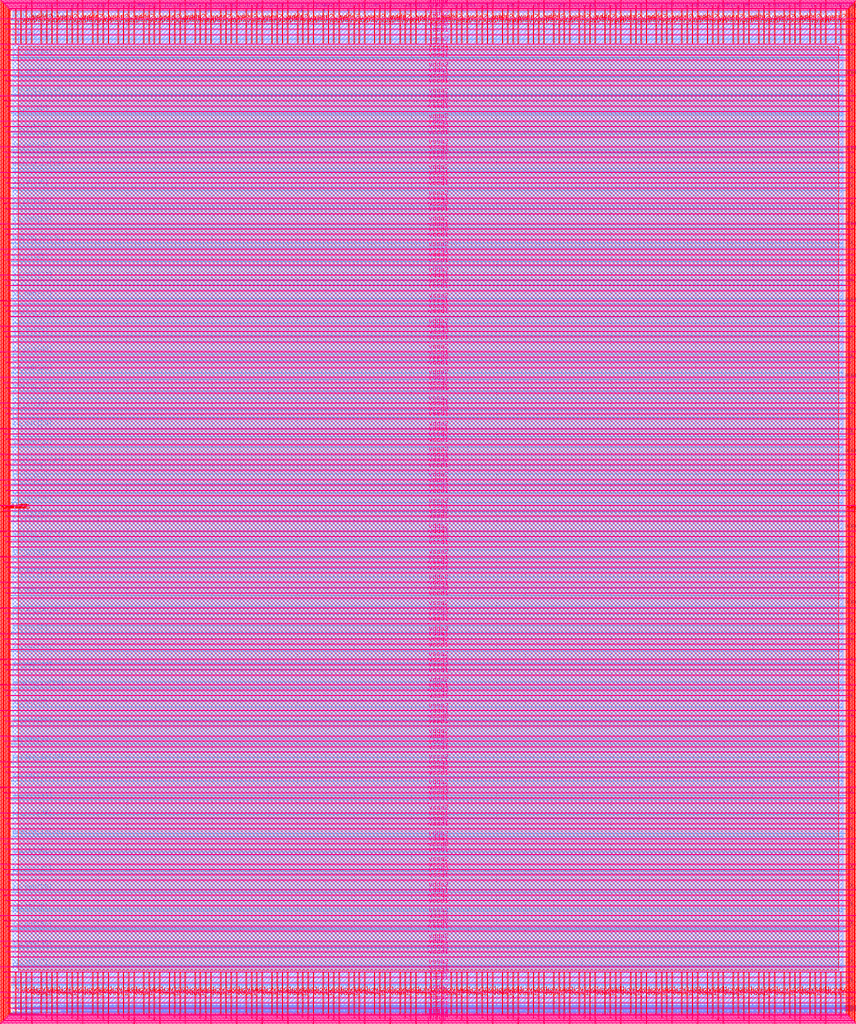
<source format=lef>
VERSION 5.7 ;
  NOWIREEXTENSIONATPIN ON ;
  DIVIDERCHAR "/" ;
  BUSBITCHARS "[]" ;
MACRO user_project_wrapper
  CLASS BLOCK ;
  FOREIGN user_project_wrapper ;
  ORIGIN 0.000 0.000 ;
  SIZE 2920.000 BY 3520.000 ;
  PIN analog_io[0]
    DIRECTION INOUT ;
    USE SIGNAL ;
    PORT
      LAYER met3 ;
        RECT 2917.600 1426.380 2924.800 1427.580 ;
    END
  END analog_io[0]
  PIN analog_io[10]
    DIRECTION INOUT ;
    USE SIGNAL ;
    PORT
      LAYER met2 ;
        RECT 2230.490 3517.600 2231.050 3524.800 ;
    END
  END analog_io[10]
  PIN analog_io[11]
    DIRECTION INOUT ;
    USE SIGNAL ;
    PORT
      LAYER met2 ;
        RECT 1905.730 3517.600 1906.290 3524.800 ;
    END
  END analog_io[11]
  PIN analog_io[12]
    DIRECTION INOUT ;
    USE SIGNAL ;
    PORT
      LAYER met2 ;
        RECT 1581.430 3517.600 1581.990 3524.800 ;
    END
  END analog_io[12]
  PIN analog_io[13]
    DIRECTION INOUT ;
    USE SIGNAL ;
    PORT
      LAYER met2 ;
        RECT 1257.130 3517.600 1257.690 3524.800 ;
    END
  END analog_io[13]
  PIN analog_io[14]
    DIRECTION INOUT ;
    USE SIGNAL ;
    PORT
      LAYER met2 ;
        RECT 932.370 3517.600 932.930 3524.800 ;
    END
  END analog_io[14]
  PIN analog_io[15]
    DIRECTION INOUT ;
    USE SIGNAL ;
    PORT
      LAYER met2 ;
        RECT 608.070 3517.600 608.630 3524.800 ;
    END
  END analog_io[15]
  PIN analog_io[16]
    DIRECTION INOUT ;
    USE SIGNAL ;
    PORT
      LAYER met2 ;
        RECT 283.770 3517.600 284.330 3524.800 ;
    END
  END analog_io[16]
  PIN analog_io[17]
    DIRECTION INOUT ;
    USE SIGNAL ;
    PORT
      LAYER met3 ;
        RECT -4.800 3486.100 2.400 3487.300 ;
    END
  END analog_io[17]
  PIN analog_io[18]
    DIRECTION INOUT ;
    USE SIGNAL ;
    PORT
      LAYER met3 ;
        RECT -4.800 3224.980 2.400 3226.180 ;
    END
  END analog_io[18]
  PIN analog_io[19]
    DIRECTION INOUT ;
    USE SIGNAL ;
    PORT
      LAYER met3 ;
        RECT -4.800 2964.540 2.400 2965.740 ;
    END
  END analog_io[19]
  PIN analog_io[1]
    DIRECTION INOUT ;
    USE SIGNAL ;
    PORT
      LAYER met3 ;
        RECT 2917.600 1692.260 2924.800 1693.460 ;
    END
  END analog_io[1]
  PIN analog_io[20]
    DIRECTION INOUT ;
    USE SIGNAL ;
    PORT
      LAYER met3 ;
        RECT -4.800 2703.420 2.400 2704.620 ;
    END
  END analog_io[20]
  PIN analog_io[21]
    DIRECTION INOUT ;
    USE SIGNAL ;
    PORT
      LAYER met3 ;
        RECT -4.800 2442.980 2.400 2444.180 ;
    END
  END analog_io[21]
  PIN analog_io[22]
    DIRECTION INOUT ;
    USE SIGNAL ;
    PORT
      LAYER met3 ;
        RECT -4.800 2182.540 2.400 2183.740 ;
    END
  END analog_io[22]
  PIN analog_io[23]
    DIRECTION INOUT ;
    USE SIGNAL ;
    PORT
      LAYER met3 ;
        RECT -4.800 1921.420 2.400 1922.620 ;
    END
  END analog_io[23]
  PIN analog_io[24]
    DIRECTION INOUT ;
    USE SIGNAL ;
    PORT
      LAYER met3 ;
        RECT -4.800 1660.980 2.400 1662.180 ;
    END
  END analog_io[24]
  PIN analog_io[25]
    DIRECTION INOUT ;
    USE SIGNAL ;
    PORT
      LAYER met3 ;
        RECT -4.800 1399.860 2.400 1401.060 ;
    END
  END analog_io[25]
  PIN analog_io[26]
    DIRECTION INOUT ;
    USE SIGNAL ;
    PORT
      LAYER met3 ;
        RECT -4.800 1139.420 2.400 1140.620 ;
    END
  END analog_io[26]
  PIN analog_io[27]
    DIRECTION INOUT ;
    USE SIGNAL ;
    PORT
      LAYER met3 ;
        RECT -4.800 878.980 2.400 880.180 ;
    END
  END analog_io[27]
  PIN analog_io[28]
    DIRECTION INOUT ;
    USE SIGNAL ;
    PORT
      LAYER met3 ;
        RECT -4.800 617.860 2.400 619.060 ;
    END
  END analog_io[28]
  PIN analog_io[2]
    DIRECTION INOUT ;
    USE SIGNAL ;
    PORT
      LAYER met3 ;
        RECT 2917.600 1958.140 2924.800 1959.340 ;
    END
  END analog_io[2]
  PIN analog_io[3]
    DIRECTION INOUT ;
    USE SIGNAL ;
    PORT
      LAYER met3 ;
        RECT 2917.600 2223.340 2924.800 2224.540 ;
    END
  END analog_io[3]
  PIN analog_io[4]
    DIRECTION INOUT ;
    USE SIGNAL ;
    PORT
      LAYER met3 ;
        RECT 2917.600 2489.220 2924.800 2490.420 ;
    END
  END analog_io[4]
  PIN analog_io[5]
    DIRECTION INOUT ;
    USE SIGNAL ;
    PORT
      LAYER met3 ;
        RECT 2917.600 2755.100 2924.800 2756.300 ;
    END
  END analog_io[5]
  PIN analog_io[6]
    DIRECTION INOUT ;
    USE SIGNAL ;
    PORT
      LAYER met3 ;
        RECT 2917.600 3020.300 2924.800 3021.500 ;
    END
  END analog_io[6]
  PIN analog_io[7]
    DIRECTION INOUT ;
    USE SIGNAL ;
    PORT
      LAYER met3 ;
        RECT 2917.600 3286.180 2924.800 3287.380 ;
    END
  END analog_io[7]
  PIN analog_io[8]
    DIRECTION INOUT ;
    USE SIGNAL ;
    PORT
      LAYER met2 ;
        RECT 2879.090 3517.600 2879.650 3524.800 ;
    END
  END analog_io[8]
  PIN analog_io[9]
    DIRECTION INOUT ;
    USE SIGNAL ;
    PORT
      LAYER met2 ;
        RECT 2554.790 3517.600 2555.350 3524.800 ;
    END
  END analog_io[9]
  PIN io_in[0]
    DIRECTION INPUT ;
    USE SIGNAL ;
    PORT
      LAYER met3 ;
        RECT 2917.600 32.380 2924.800 33.580 ;
    END
  END io_in[0]
  PIN io_in[10]
    DIRECTION INPUT ;
    USE SIGNAL ;
    PORT
      LAYER met3 ;
        RECT 2917.600 2289.980 2924.800 2291.180 ;
    END
  END io_in[10]
  PIN io_in[11]
    DIRECTION INPUT ;
    USE SIGNAL ;
    PORT
      LAYER met3 ;
        RECT 2917.600 2555.860 2924.800 2557.060 ;
    END
  END io_in[11]
  PIN io_in[12]
    DIRECTION INPUT ;
    USE SIGNAL ;
    PORT
      LAYER met3 ;
        RECT 2917.600 2821.060 2924.800 2822.260 ;
    END
  END io_in[12]
  PIN io_in[13]
    DIRECTION INPUT ;
    USE SIGNAL ;
    PORT
      LAYER met3 ;
        RECT 2917.600 3086.940 2924.800 3088.140 ;
    END
  END io_in[13]
  PIN io_in[14]
    DIRECTION INPUT ;
    USE SIGNAL ;
    PORT
      LAYER met3 ;
        RECT 2917.600 3352.820 2924.800 3354.020 ;
    END
  END io_in[14]
  PIN io_in[15]
    DIRECTION INPUT ;
    USE SIGNAL ;
    PORT
      LAYER met2 ;
        RECT 2798.130 3517.600 2798.690 3524.800 ;
    END
  END io_in[15]
  PIN io_in[16]
    DIRECTION INPUT ;
    USE SIGNAL ;
    PORT
      LAYER met2 ;
        RECT 2473.830 3517.600 2474.390 3524.800 ;
    END
  END io_in[16]
  PIN io_in[17]
    DIRECTION INPUT ;
    USE SIGNAL ;
    PORT
      LAYER met2 ;
        RECT 2149.070 3517.600 2149.630 3524.800 ;
    END
  END io_in[17]
  PIN io_in[18]
    DIRECTION INPUT ;
    USE SIGNAL ;
    PORT
      LAYER met2 ;
        RECT 1824.770 3517.600 1825.330 3524.800 ;
    END
  END io_in[18]
  PIN io_in[19]
    DIRECTION INPUT ;
    USE SIGNAL ;
    PORT
      LAYER met2 ;
        RECT 1500.470 3517.600 1501.030 3524.800 ;
    END
  END io_in[19]
  PIN io_in[1]
    DIRECTION INPUT ;
    USE SIGNAL ;
    PORT
      LAYER met3 ;
        RECT 2917.600 230.940 2924.800 232.140 ;
    END
  END io_in[1]
  PIN io_in[20]
    DIRECTION INPUT ;
    USE SIGNAL ;
    PORT
      LAYER met2 ;
        RECT 1175.710 3517.600 1176.270 3524.800 ;
    END
  END io_in[20]
  PIN io_in[21]
    DIRECTION INPUT ;
    USE SIGNAL ;
    PORT
      LAYER met2 ;
        RECT 851.410 3517.600 851.970 3524.800 ;
    END
  END io_in[21]
  PIN io_in[22]
    DIRECTION INPUT ;
    USE SIGNAL ;
    PORT
      LAYER met2 ;
        RECT 527.110 3517.600 527.670 3524.800 ;
    END
  END io_in[22]
  PIN io_in[23]
    DIRECTION INPUT ;
    USE SIGNAL ;
    PORT
      LAYER met2 ;
        RECT 202.350 3517.600 202.910 3524.800 ;
    END
  END io_in[23]
  PIN io_in[24]
    DIRECTION INPUT ;
    USE SIGNAL ;
    PORT
      LAYER met3 ;
        RECT -4.800 3420.820 2.400 3422.020 ;
    END
  END io_in[24]
  PIN io_in[25]
    DIRECTION INPUT ;
    USE SIGNAL ;
    PORT
      LAYER met3 ;
        RECT -4.800 3159.700 2.400 3160.900 ;
    END
  END io_in[25]
  PIN io_in[26]
    DIRECTION INPUT ;
    USE SIGNAL ;
    PORT
      LAYER met3 ;
        RECT -4.800 2899.260 2.400 2900.460 ;
    END
  END io_in[26]
  PIN io_in[27]
    DIRECTION INPUT ;
    USE SIGNAL ;
    PORT
      LAYER met3 ;
        RECT -4.800 2638.820 2.400 2640.020 ;
    END
  END io_in[27]
  PIN io_in[28]
    DIRECTION INPUT ;
    USE SIGNAL ;
    PORT
      LAYER met3 ;
        RECT -4.800 2377.700 2.400 2378.900 ;
    END
  END io_in[28]
  PIN io_in[29]
    DIRECTION INPUT ;
    USE SIGNAL ;
    PORT
      LAYER met3 ;
        RECT -4.800 2117.260 2.400 2118.460 ;
    END
  END io_in[29]
  PIN io_in[2]
    DIRECTION INPUT ;
    USE SIGNAL ;
    PORT
      LAYER met3 ;
        RECT 2917.600 430.180 2924.800 431.380 ;
    END
  END io_in[2]
  PIN io_in[30]
    DIRECTION INPUT ;
    USE SIGNAL ;
    PORT
      LAYER met3 ;
        RECT -4.800 1856.140 2.400 1857.340 ;
    END
  END io_in[30]
  PIN io_in[31]
    DIRECTION INPUT ;
    USE SIGNAL ;
    PORT
      LAYER met3 ;
        RECT -4.800 1595.700 2.400 1596.900 ;
    END
  END io_in[31]
  PIN io_in[32]
    DIRECTION INPUT ;
    USE SIGNAL ;
    PORT
      LAYER met3 ;
        RECT -4.800 1335.260 2.400 1336.460 ;
    END
  END io_in[32]
  PIN io_in[33]
    DIRECTION INPUT ;
    USE SIGNAL ;
    PORT
      LAYER met3 ;
        RECT -4.800 1074.140 2.400 1075.340 ;
    END
  END io_in[33]
  PIN io_in[34]
    DIRECTION INPUT ;
    USE SIGNAL ;
    PORT
      LAYER met3 ;
        RECT -4.800 813.700 2.400 814.900 ;
    END
  END io_in[34]
  PIN io_in[35]
    DIRECTION INPUT ;
    USE SIGNAL ;
    PORT
      LAYER met3 ;
        RECT -4.800 552.580 2.400 553.780 ;
    END
  END io_in[35]
  PIN io_in[36]
    DIRECTION INPUT ;
    USE SIGNAL ;
    PORT
      LAYER met3 ;
        RECT -4.800 357.420 2.400 358.620 ;
    END
  END io_in[36]
  PIN io_in[37]
    DIRECTION INPUT ;
    USE SIGNAL ;
    PORT
      LAYER met3 ;
        RECT -4.800 161.580 2.400 162.780 ;
    END
  END io_in[37]
  PIN io_in[3]
    DIRECTION INPUT ;
    USE SIGNAL ;
    PORT
      LAYER met3 ;
        RECT 2917.600 629.420 2924.800 630.620 ;
    END
  END io_in[3]
  PIN io_in[4]
    DIRECTION INPUT ;
    USE SIGNAL ;
    PORT
      LAYER met3 ;
        RECT 2917.600 828.660 2924.800 829.860 ;
    END
  END io_in[4]
  PIN io_in[5]
    DIRECTION INPUT ;
    USE SIGNAL ;
    PORT
      LAYER met3 ;
        RECT 2917.600 1027.900 2924.800 1029.100 ;
    END
  END io_in[5]
  PIN io_in[6]
    DIRECTION INPUT ;
    USE SIGNAL ;
    PORT
      LAYER met3 ;
        RECT 2917.600 1227.140 2924.800 1228.340 ;
    END
  END io_in[6]
  PIN io_in[7]
    DIRECTION INPUT ;
    USE SIGNAL ;
    PORT
      LAYER met3 ;
        RECT 2917.600 1493.020 2924.800 1494.220 ;
    END
  END io_in[7]
  PIN io_in[8]
    DIRECTION INPUT ;
    USE SIGNAL ;
    PORT
      LAYER met3 ;
        RECT 2917.600 1758.900 2924.800 1760.100 ;
    END
  END io_in[8]
  PIN io_in[9]
    DIRECTION INPUT ;
    USE SIGNAL ;
    PORT
      LAYER met3 ;
        RECT 2917.600 2024.100 2924.800 2025.300 ;
    END
  END io_in[9]
  PIN io_oeb[0]
    DIRECTION OUTPUT TRISTATE ;
    USE SIGNAL ;
    PORT
      LAYER met3 ;
        RECT 2917.600 164.980 2924.800 166.180 ;
    END
  END io_oeb[0]
  PIN io_oeb[10]
    DIRECTION OUTPUT TRISTATE ;
    USE SIGNAL ;
    PORT
      LAYER met3 ;
        RECT 2917.600 2422.580 2924.800 2423.780 ;
    END
  END io_oeb[10]
  PIN io_oeb[11]
    DIRECTION OUTPUT TRISTATE ;
    USE SIGNAL ;
    PORT
      LAYER met3 ;
        RECT 2917.600 2688.460 2924.800 2689.660 ;
    END
  END io_oeb[11]
  PIN io_oeb[12]
    DIRECTION OUTPUT TRISTATE ;
    USE SIGNAL ;
    PORT
      LAYER met3 ;
        RECT 2917.600 2954.340 2924.800 2955.540 ;
    END
  END io_oeb[12]
  PIN io_oeb[13]
    DIRECTION OUTPUT TRISTATE ;
    USE SIGNAL ;
    PORT
      LAYER met3 ;
        RECT 2917.600 3219.540 2924.800 3220.740 ;
    END
  END io_oeb[13]
  PIN io_oeb[14]
    DIRECTION OUTPUT TRISTATE ;
    USE SIGNAL ;
    PORT
      LAYER met3 ;
        RECT 2917.600 3485.420 2924.800 3486.620 ;
    END
  END io_oeb[14]
  PIN io_oeb[15]
    DIRECTION OUTPUT TRISTATE ;
    USE SIGNAL ;
    PORT
      LAYER met2 ;
        RECT 2635.750 3517.600 2636.310 3524.800 ;
    END
  END io_oeb[15]
  PIN io_oeb[16]
    DIRECTION OUTPUT TRISTATE ;
    USE SIGNAL ;
    PORT
      LAYER met2 ;
        RECT 2311.450 3517.600 2312.010 3524.800 ;
    END
  END io_oeb[16]
  PIN io_oeb[17]
    DIRECTION OUTPUT TRISTATE ;
    USE SIGNAL ;
    PORT
      LAYER met2 ;
        RECT 1987.150 3517.600 1987.710 3524.800 ;
    END
  END io_oeb[17]
  PIN io_oeb[18]
    DIRECTION OUTPUT TRISTATE ;
    USE SIGNAL ;
    PORT
      LAYER met2 ;
        RECT 1662.390 3517.600 1662.950 3524.800 ;
    END
  END io_oeb[18]
  PIN io_oeb[19]
    DIRECTION OUTPUT TRISTATE ;
    USE SIGNAL ;
    PORT
      LAYER met2 ;
        RECT 1338.090 3517.600 1338.650 3524.800 ;
    END
  END io_oeb[19]
  PIN io_oeb[1]
    DIRECTION OUTPUT TRISTATE ;
    USE SIGNAL ;
    PORT
      LAYER met3 ;
        RECT 2917.600 364.220 2924.800 365.420 ;
    END
  END io_oeb[1]
  PIN io_oeb[20]
    DIRECTION OUTPUT TRISTATE ;
    USE SIGNAL ;
    PORT
      LAYER met2 ;
        RECT 1013.790 3517.600 1014.350 3524.800 ;
    END
  END io_oeb[20]
  PIN io_oeb[21]
    DIRECTION OUTPUT TRISTATE ;
    USE SIGNAL ;
    PORT
      LAYER met2 ;
        RECT 689.030 3517.600 689.590 3524.800 ;
    END
  END io_oeb[21]
  PIN io_oeb[22]
    DIRECTION OUTPUT TRISTATE ;
    USE SIGNAL ;
    PORT
      LAYER met2 ;
        RECT 364.730 3517.600 365.290 3524.800 ;
    END
  END io_oeb[22]
  PIN io_oeb[23]
    DIRECTION OUTPUT TRISTATE ;
    USE SIGNAL ;
    PORT
      LAYER met2 ;
        RECT 40.430 3517.600 40.990 3524.800 ;
    END
  END io_oeb[23]
  PIN io_oeb[24]
    DIRECTION OUTPUT TRISTATE ;
    USE SIGNAL ;
    PORT
      LAYER met3 ;
        RECT -4.800 3290.260 2.400 3291.460 ;
    END
  END io_oeb[24]
  PIN io_oeb[25]
    DIRECTION OUTPUT TRISTATE ;
    USE SIGNAL ;
    PORT
      LAYER met3 ;
        RECT -4.800 3029.820 2.400 3031.020 ;
    END
  END io_oeb[25]
  PIN io_oeb[26]
    DIRECTION OUTPUT TRISTATE ;
    USE SIGNAL ;
    PORT
      LAYER met3 ;
        RECT -4.800 2768.700 2.400 2769.900 ;
    END
  END io_oeb[26]
  PIN io_oeb[27]
    DIRECTION OUTPUT TRISTATE ;
    USE SIGNAL ;
    PORT
      LAYER met3 ;
        RECT -4.800 2508.260 2.400 2509.460 ;
    END
  END io_oeb[27]
  PIN io_oeb[28]
    DIRECTION OUTPUT TRISTATE ;
    USE SIGNAL ;
    PORT
      LAYER met3 ;
        RECT -4.800 2247.140 2.400 2248.340 ;
    END
  END io_oeb[28]
  PIN io_oeb[29]
    DIRECTION OUTPUT TRISTATE ;
    USE SIGNAL ;
    PORT
      LAYER met3 ;
        RECT -4.800 1986.700 2.400 1987.900 ;
    END
  END io_oeb[29]
  PIN io_oeb[2]
    DIRECTION OUTPUT TRISTATE ;
    USE SIGNAL ;
    PORT
      LAYER met3 ;
        RECT 2917.600 563.460 2924.800 564.660 ;
    END
  END io_oeb[2]
  PIN io_oeb[30]
    DIRECTION OUTPUT TRISTATE ;
    USE SIGNAL ;
    PORT
      LAYER met3 ;
        RECT -4.800 1726.260 2.400 1727.460 ;
    END
  END io_oeb[30]
  PIN io_oeb[31]
    DIRECTION OUTPUT TRISTATE ;
    USE SIGNAL ;
    PORT
      LAYER met3 ;
        RECT -4.800 1465.140 2.400 1466.340 ;
    END
  END io_oeb[31]
  PIN io_oeb[32]
    DIRECTION OUTPUT TRISTATE ;
    USE SIGNAL ;
    PORT
      LAYER met3 ;
        RECT -4.800 1204.700 2.400 1205.900 ;
    END
  END io_oeb[32]
  PIN io_oeb[33]
    DIRECTION OUTPUT TRISTATE ;
    USE SIGNAL ;
    PORT
      LAYER met3 ;
        RECT -4.800 943.580 2.400 944.780 ;
    END
  END io_oeb[33]
  PIN io_oeb[34]
    DIRECTION OUTPUT TRISTATE ;
    USE SIGNAL ;
    PORT
      LAYER met3 ;
        RECT -4.800 683.140 2.400 684.340 ;
    END
  END io_oeb[34]
  PIN io_oeb[35]
    DIRECTION OUTPUT TRISTATE ;
    USE SIGNAL ;
    PORT
      LAYER met3 ;
        RECT -4.800 422.700 2.400 423.900 ;
    END
  END io_oeb[35]
  PIN io_oeb[36]
    DIRECTION OUTPUT TRISTATE ;
    USE SIGNAL ;
    PORT
      LAYER met3 ;
        RECT -4.800 226.860 2.400 228.060 ;
    END
  END io_oeb[36]
  PIN io_oeb[37]
    DIRECTION OUTPUT TRISTATE ;
    USE SIGNAL ;
    PORT
      LAYER met3 ;
        RECT -4.800 31.700 2.400 32.900 ;
    END
  END io_oeb[37]
  PIN io_oeb[3]
    DIRECTION OUTPUT TRISTATE ;
    USE SIGNAL ;
    PORT
      LAYER met3 ;
        RECT 2917.600 762.700 2924.800 763.900 ;
    END
  END io_oeb[3]
  PIN io_oeb[4]
    DIRECTION OUTPUT TRISTATE ;
    USE SIGNAL ;
    PORT
      LAYER met3 ;
        RECT 2917.600 961.940 2924.800 963.140 ;
    END
  END io_oeb[4]
  PIN io_oeb[5]
    DIRECTION OUTPUT TRISTATE ;
    USE SIGNAL ;
    PORT
      LAYER met3 ;
        RECT 2917.600 1161.180 2924.800 1162.380 ;
    END
  END io_oeb[5]
  PIN io_oeb[6]
    DIRECTION OUTPUT TRISTATE ;
    USE SIGNAL ;
    PORT
      LAYER met3 ;
        RECT 2917.600 1360.420 2924.800 1361.620 ;
    END
  END io_oeb[6]
  PIN io_oeb[7]
    DIRECTION OUTPUT TRISTATE ;
    USE SIGNAL ;
    PORT
      LAYER met3 ;
        RECT 2917.600 1625.620 2924.800 1626.820 ;
    END
  END io_oeb[7]
  PIN io_oeb[8]
    DIRECTION OUTPUT TRISTATE ;
    USE SIGNAL ;
    PORT
      LAYER met3 ;
        RECT 2917.600 1891.500 2924.800 1892.700 ;
    END
  END io_oeb[8]
  PIN io_oeb[9]
    DIRECTION OUTPUT TRISTATE ;
    USE SIGNAL ;
    PORT
      LAYER met3 ;
        RECT 2917.600 2157.380 2924.800 2158.580 ;
    END
  END io_oeb[9]
  PIN io_out[0]
    DIRECTION OUTPUT TRISTATE ;
    USE SIGNAL ;
    PORT
      LAYER met3 ;
        RECT 2917.600 98.340 2924.800 99.540 ;
    END
  END io_out[0]
  PIN io_out[10]
    DIRECTION OUTPUT TRISTATE ;
    USE SIGNAL ;
    PORT
      LAYER met3 ;
        RECT 2917.600 2356.620 2924.800 2357.820 ;
    END
  END io_out[10]
  PIN io_out[11]
    DIRECTION OUTPUT TRISTATE ;
    USE SIGNAL ;
    PORT
      LAYER met3 ;
        RECT 2917.600 2621.820 2924.800 2623.020 ;
    END
  END io_out[11]
  PIN io_out[12]
    DIRECTION OUTPUT TRISTATE ;
    USE SIGNAL ;
    PORT
      LAYER met3 ;
        RECT 2917.600 2887.700 2924.800 2888.900 ;
    END
  END io_out[12]
  PIN io_out[13]
    DIRECTION OUTPUT TRISTATE ;
    USE SIGNAL ;
    PORT
      LAYER met3 ;
        RECT 2917.600 3153.580 2924.800 3154.780 ;
    END
  END io_out[13]
  PIN io_out[14]
    DIRECTION OUTPUT TRISTATE ;
    USE SIGNAL ;
    PORT
      LAYER met3 ;
        RECT 2917.600 3418.780 2924.800 3419.980 ;
    END
  END io_out[14]
  PIN io_out[15]
    DIRECTION OUTPUT TRISTATE ;
    USE SIGNAL ;
    PORT
      LAYER met2 ;
        RECT 2717.170 3517.600 2717.730 3524.800 ;
    END
  END io_out[15]
  PIN io_out[16]
    DIRECTION OUTPUT TRISTATE ;
    USE SIGNAL ;
    PORT
      LAYER met2 ;
        RECT 2392.410 3517.600 2392.970 3524.800 ;
    END
  END io_out[16]
  PIN io_out[17]
    DIRECTION OUTPUT TRISTATE ;
    USE SIGNAL ;
    PORT
      LAYER met2 ;
        RECT 2068.110 3517.600 2068.670 3524.800 ;
    END
  END io_out[17]
  PIN io_out[18]
    DIRECTION OUTPUT TRISTATE ;
    USE SIGNAL ;
    PORT
      LAYER met2 ;
        RECT 1743.810 3517.600 1744.370 3524.800 ;
    END
  END io_out[18]
  PIN io_out[19]
    DIRECTION OUTPUT TRISTATE ;
    USE SIGNAL ;
    PORT
      LAYER met2 ;
        RECT 1419.050 3517.600 1419.610 3524.800 ;
    END
  END io_out[19]
  PIN io_out[1]
    DIRECTION OUTPUT TRISTATE ;
    USE SIGNAL ;
    PORT
      LAYER met3 ;
        RECT 2917.600 297.580 2924.800 298.780 ;
    END
  END io_out[1]
  PIN io_out[20]
    DIRECTION OUTPUT TRISTATE ;
    USE SIGNAL ;
    PORT
      LAYER met2 ;
        RECT 1094.750 3517.600 1095.310 3524.800 ;
    END
  END io_out[20]
  PIN io_out[21]
    DIRECTION OUTPUT TRISTATE ;
    USE SIGNAL ;
    PORT
      LAYER met2 ;
        RECT 770.450 3517.600 771.010 3524.800 ;
    END
  END io_out[21]
  PIN io_out[22]
    DIRECTION OUTPUT TRISTATE ;
    USE SIGNAL ;
    PORT
      LAYER met2 ;
        RECT 445.690 3517.600 446.250 3524.800 ;
    END
  END io_out[22]
  PIN io_out[23]
    DIRECTION OUTPUT TRISTATE ;
    USE SIGNAL ;
    PORT
      LAYER met2 ;
        RECT 121.390 3517.600 121.950 3524.800 ;
    END
  END io_out[23]
  PIN io_out[24]
    DIRECTION OUTPUT TRISTATE ;
    USE SIGNAL ;
    PORT
      LAYER met3 ;
        RECT -4.800 3355.540 2.400 3356.740 ;
    END
  END io_out[24]
  PIN io_out[25]
    DIRECTION OUTPUT TRISTATE ;
    USE SIGNAL ;
    PORT
      LAYER met3 ;
        RECT -4.800 3095.100 2.400 3096.300 ;
    END
  END io_out[25]
  PIN io_out[26]
    DIRECTION OUTPUT TRISTATE ;
    USE SIGNAL ;
    PORT
      LAYER met3 ;
        RECT -4.800 2833.980 2.400 2835.180 ;
    END
  END io_out[26]
  PIN io_out[27]
    DIRECTION OUTPUT TRISTATE ;
    USE SIGNAL ;
    PORT
      LAYER met3 ;
        RECT -4.800 2573.540 2.400 2574.740 ;
    END
  END io_out[27]
  PIN io_out[28]
    DIRECTION OUTPUT TRISTATE ;
    USE SIGNAL ;
    PORT
      LAYER met3 ;
        RECT -4.800 2312.420 2.400 2313.620 ;
    END
  END io_out[28]
  PIN io_out[29]
    DIRECTION OUTPUT TRISTATE ;
    USE SIGNAL ;
    PORT
      LAYER met3 ;
        RECT -4.800 2051.980 2.400 2053.180 ;
    END
  END io_out[29]
  PIN io_out[2]
    DIRECTION OUTPUT TRISTATE ;
    USE SIGNAL ;
    PORT
      LAYER met3 ;
        RECT 2917.600 496.820 2924.800 498.020 ;
    END
  END io_out[2]
  PIN io_out[30]
    DIRECTION OUTPUT TRISTATE ;
    USE SIGNAL ;
    PORT
      LAYER met3 ;
        RECT -4.800 1791.540 2.400 1792.740 ;
    END
  END io_out[30]
  PIN io_out[31]
    DIRECTION OUTPUT TRISTATE ;
    USE SIGNAL ;
    PORT
      LAYER met3 ;
        RECT -4.800 1530.420 2.400 1531.620 ;
    END
  END io_out[31]
  PIN io_out[32]
    DIRECTION OUTPUT TRISTATE ;
    USE SIGNAL ;
    PORT
      LAYER met3 ;
        RECT -4.800 1269.980 2.400 1271.180 ;
    END
  END io_out[32]
  PIN io_out[33]
    DIRECTION OUTPUT TRISTATE ;
    USE SIGNAL ;
    PORT
      LAYER met3 ;
        RECT -4.800 1008.860 2.400 1010.060 ;
    END
  END io_out[33]
  PIN io_out[34]
    DIRECTION OUTPUT TRISTATE ;
    USE SIGNAL ;
    PORT
      LAYER met3 ;
        RECT -4.800 748.420 2.400 749.620 ;
    END
  END io_out[34]
  PIN io_out[35]
    DIRECTION OUTPUT TRISTATE ;
    USE SIGNAL ;
    PORT
      LAYER met3 ;
        RECT -4.800 487.300 2.400 488.500 ;
    END
  END io_out[35]
  PIN io_out[36]
    DIRECTION OUTPUT TRISTATE ;
    USE SIGNAL ;
    PORT
      LAYER met3 ;
        RECT -4.800 292.140 2.400 293.340 ;
    END
  END io_out[36]
  PIN io_out[37]
    DIRECTION OUTPUT TRISTATE ;
    USE SIGNAL ;
    PORT
      LAYER met3 ;
        RECT -4.800 96.300 2.400 97.500 ;
    END
  END io_out[37]
  PIN io_out[3]
    DIRECTION OUTPUT TRISTATE ;
    USE SIGNAL ;
    PORT
      LAYER met3 ;
        RECT 2917.600 696.060 2924.800 697.260 ;
    END
  END io_out[3]
  PIN io_out[4]
    DIRECTION OUTPUT TRISTATE ;
    USE SIGNAL ;
    PORT
      LAYER met3 ;
        RECT 2917.600 895.300 2924.800 896.500 ;
    END
  END io_out[4]
  PIN io_out[5]
    DIRECTION OUTPUT TRISTATE ;
    USE SIGNAL ;
    PORT
      LAYER met3 ;
        RECT 2917.600 1094.540 2924.800 1095.740 ;
    END
  END io_out[5]
  PIN io_out[6]
    DIRECTION OUTPUT TRISTATE ;
    USE SIGNAL ;
    PORT
      LAYER met3 ;
        RECT 2917.600 1293.780 2924.800 1294.980 ;
    END
  END io_out[6]
  PIN io_out[7]
    DIRECTION OUTPUT TRISTATE ;
    USE SIGNAL ;
    PORT
      LAYER met3 ;
        RECT 2917.600 1559.660 2924.800 1560.860 ;
    END
  END io_out[7]
  PIN io_out[8]
    DIRECTION OUTPUT TRISTATE ;
    USE SIGNAL ;
    PORT
      LAYER met3 ;
        RECT 2917.600 1824.860 2924.800 1826.060 ;
    END
  END io_out[8]
  PIN io_out[9]
    DIRECTION OUTPUT TRISTATE ;
    USE SIGNAL ;
    PORT
      LAYER met3 ;
        RECT 2917.600 2090.740 2924.800 2091.940 ;
    END
  END io_out[9]
  PIN la_data_in[0]
    DIRECTION INPUT ;
    USE SIGNAL ;
    PORT
      LAYER met2 ;
        RECT 629.230 -4.800 629.790 2.400 ;
    END
  END la_data_in[0]
  PIN la_data_in[100]
    DIRECTION INPUT ;
    USE SIGNAL ;
    PORT
      LAYER met2 ;
        RECT 2402.530 -4.800 2403.090 2.400 ;
    END
  END la_data_in[100]
  PIN la_data_in[101]
    DIRECTION INPUT ;
    USE SIGNAL ;
    PORT
      LAYER met2 ;
        RECT 2420.010 -4.800 2420.570 2.400 ;
    END
  END la_data_in[101]
  PIN la_data_in[102]
    DIRECTION INPUT ;
    USE SIGNAL ;
    PORT
      LAYER met2 ;
        RECT 2437.950 -4.800 2438.510 2.400 ;
    END
  END la_data_in[102]
  PIN la_data_in[103]
    DIRECTION INPUT ;
    USE SIGNAL ;
    PORT
      LAYER met2 ;
        RECT 2455.430 -4.800 2455.990 2.400 ;
    END
  END la_data_in[103]
  PIN la_data_in[104]
    DIRECTION INPUT ;
    USE SIGNAL ;
    PORT
      LAYER met2 ;
        RECT 2473.370 -4.800 2473.930 2.400 ;
    END
  END la_data_in[104]
  PIN la_data_in[105]
    DIRECTION INPUT ;
    USE SIGNAL ;
    PORT
      LAYER met2 ;
        RECT 2490.850 -4.800 2491.410 2.400 ;
    END
  END la_data_in[105]
  PIN la_data_in[106]
    DIRECTION INPUT ;
    USE SIGNAL ;
    PORT
      LAYER met2 ;
        RECT 2508.790 -4.800 2509.350 2.400 ;
    END
  END la_data_in[106]
  PIN la_data_in[107]
    DIRECTION INPUT ;
    USE SIGNAL ;
    PORT
      LAYER met2 ;
        RECT 2526.730 -4.800 2527.290 2.400 ;
    END
  END la_data_in[107]
  PIN la_data_in[108]
    DIRECTION INPUT ;
    USE SIGNAL ;
    PORT
      LAYER met2 ;
        RECT 2544.210 -4.800 2544.770 2.400 ;
    END
  END la_data_in[108]
  PIN la_data_in[109]
    DIRECTION INPUT ;
    USE SIGNAL ;
    PORT
      LAYER met2 ;
        RECT 2562.150 -4.800 2562.710 2.400 ;
    END
  END la_data_in[109]
  PIN la_data_in[10]
    DIRECTION INPUT ;
    USE SIGNAL ;
    PORT
      LAYER met2 ;
        RECT 806.330 -4.800 806.890 2.400 ;
    END
  END la_data_in[10]
  PIN la_data_in[110]
    DIRECTION INPUT ;
    USE SIGNAL ;
    PORT
      LAYER met2 ;
        RECT 2579.630 -4.800 2580.190 2.400 ;
    END
  END la_data_in[110]
  PIN la_data_in[111]
    DIRECTION INPUT ;
    USE SIGNAL ;
    PORT
      LAYER met2 ;
        RECT 2597.570 -4.800 2598.130 2.400 ;
    END
  END la_data_in[111]
  PIN la_data_in[112]
    DIRECTION INPUT ;
    USE SIGNAL ;
    PORT
      LAYER met2 ;
        RECT 2615.050 -4.800 2615.610 2.400 ;
    END
  END la_data_in[112]
  PIN la_data_in[113]
    DIRECTION INPUT ;
    USE SIGNAL ;
    PORT
      LAYER met2 ;
        RECT 2632.990 -4.800 2633.550 2.400 ;
    END
  END la_data_in[113]
  PIN la_data_in[114]
    DIRECTION INPUT ;
    USE SIGNAL ;
    PORT
      LAYER met2 ;
        RECT 2650.470 -4.800 2651.030 2.400 ;
    END
  END la_data_in[114]
  PIN la_data_in[115]
    DIRECTION INPUT ;
    USE SIGNAL ;
    PORT
      LAYER met2 ;
        RECT 2668.410 -4.800 2668.970 2.400 ;
    END
  END la_data_in[115]
  PIN la_data_in[116]
    DIRECTION INPUT ;
    USE SIGNAL ;
    PORT
      LAYER met2 ;
        RECT 2685.890 -4.800 2686.450 2.400 ;
    END
  END la_data_in[116]
  PIN la_data_in[117]
    DIRECTION INPUT ;
    USE SIGNAL ;
    PORT
      LAYER met2 ;
        RECT 2703.830 -4.800 2704.390 2.400 ;
    END
  END la_data_in[117]
  PIN la_data_in[118]
    DIRECTION INPUT ;
    USE SIGNAL ;
    PORT
      LAYER met2 ;
        RECT 2721.770 -4.800 2722.330 2.400 ;
    END
  END la_data_in[118]
  PIN la_data_in[119]
    DIRECTION INPUT ;
    USE SIGNAL ;
    PORT
      LAYER met2 ;
        RECT 2739.250 -4.800 2739.810 2.400 ;
    END
  END la_data_in[119]
  PIN la_data_in[11]
    DIRECTION INPUT ;
    USE SIGNAL ;
    PORT
      LAYER met2 ;
        RECT 824.270 -4.800 824.830 2.400 ;
    END
  END la_data_in[11]
  PIN la_data_in[120]
    DIRECTION INPUT ;
    USE SIGNAL ;
    PORT
      LAYER met2 ;
        RECT 2757.190 -4.800 2757.750 2.400 ;
    END
  END la_data_in[120]
  PIN la_data_in[121]
    DIRECTION INPUT ;
    USE SIGNAL ;
    PORT
      LAYER met2 ;
        RECT 2774.670 -4.800 2775.230 2.400 ;
    END
  END la_data_in[121]
  PIN la_data_in[122]
    DIRECTION INPUT ;
    USE SIGNAL ;
    PORT
      LAYER met2 ;
        RECT 2792.610 -4.800 2793.170 2.400 ;
    END
  END la_data_in[122]
  PIN la_data_in[123]
    DIRECTION INPUT ;
    USE SIGNAL ;
    PORT
      LAYER met2 ;
        RECT 2810.090 -4.800 2810.650 2.400 ;
    END
  END la_data_in[123]
  PIN la_data_in[124]
    DIRECTION INPUT ;
    USE SIGNAL ;
    PORT
      LAYER met2 ;
        RECT 2828.030 -4.800 2828.590 2.400 ;
    END
  END la_data_in[124]
  PIN la_data_in[125]
    DIRECTION INPUT ;
    USE SIGNAL ;
    PORT
      LAYER met2 ;
        RECT 2845.510 -4.800 2846.070 2.400 ;
    END
  END la_data_in[125]
  PIN la_data_in[126]
    DIRECTION INPUT ;
    USE SIGNAL ;
    PORT
      LAYER met2 ;
        RECT 2863.450 -4.800 2864.010 2.400 ;
    END
  END la_data_in[126]
  PIN la_data_in[127]
    DIRECTION INPUT ;
    USE SIGNAL ;
    PORT
      LAYER met2 ;
        RECT 2881.390 -4.800 2881.950 2.400 ;
    END
  END la_data_in[127]
  PIN la_data_in[12]
    DIRECTION INPUT ;
    USE SIGNAL ;
    PORT
      LAYER met2 ;
        RECT 841.750 -4.800 842.310 2.400 ;
    END
  END la_data_in[12]
  PIN la_data_in[13]
    DIRECTION INPUT ;
    USE SIGNAL ;
    PORT
      LAYER met2 ;
        RECT 859.690 -4.800 860.250 2.400 ;
    END
  END la_data_in[13]
  PIN la_data_in[14]
    DIRECTION INPUT ;
    USE SIGNAL ;
    PORT
      LAYER met2 ;
        RECT 877.170 -4.800 877.730 2.400 ;
    END
  END la_data_in[14]
  PIN la_data_in[15]
    DIRECTION INPUT ;
    USE SIGNAL ;
    PORT
      LAYER met2 ;
        RECT 895.110 -4.800 895.670 2.400 ;
    END
  END la_data_in[15]
  PIN la_data_in[16]
    DIRECTION INPUT ;
    USE SIGNAL ;
    PORT
      LAYER met2 ;
        RECT 912.590 -4.800 913.150 2.400 ;
    END
  END la_data_in[16]
  PIN la_data_in[17]
    DIRECTION INPUT ;
    USE SIGNAL ;
    PORT
      LAYER met2 ;
        RECT 930.530 -4.800 931.090 2.400 ;
    END
  END la_data_in[17]
  PIN la_data_in[18]
    DIRECTION INPUT ;
    USE SIGNAL ;
    PORT
      LAYER met2 ;
        RECT 948.470 -4.800 949.030 2.400 ;
    END
  END la_data_in[18]
  PIN la_data_in[19]
    DIRECTION INPUT ;
    USE SIGNAL ;
    PORT
      LAYER met2 ;
        RECT 965.950 -4.800 966.510 2.400 ;
    END
  END la_data_in[19]
  PIN la_data_in[1]
    DIRECTION INPUT ;
    USE SIGNAL ;
    PORT
      LAYER met2 ;
        RECT 646.710 -4.800 647.270 2.400 ;
    END
  END la_data_in[1]
  PIN la_data_in[20]
    DIRECTION INPUT ;
    USE SIGNAL ;
    PORT
      LAYER met2 ;
        RECT 983.890 -4.800 984.450 2.400 ;
    END
  END la_data_in[20]
  PIN la_data_in[21]
    DIRECTION INPUT ;
    USE SIGNAL ;
    PORT
      LAYER met2 ;
        RECT 1001.370 -4.800 1001.930 2.400 ;
    END
  END la_data_in[21]
  PIN la_data_in[22]
    DIRECTION INPUT ;
    USE SIGNAL ;
    PORT
      LAYER met2 ;
        RECT 1019.310 -4.800 1019.870 2.400 ;
    END
  END la_data_in[22]
  PIN la_data_in[23]
    DIRECTION INPUT ;
    USE SIGNAL ;
    PORT
      LAYER met2 ;
        RECT 1036.790 -4.800 1037.350 2.400 ;
    END
  END la_data_in[23]
  PIN la_data_in[24]
    DIRECTION INPUT ;
    USE SIGNAL ;
    PORT
      LAYER met2 ;
        RECT 1054.730 -4.800 1055.290 2.400 ;
    END
  END la_data_in[24]
  PIN la_data_in[25]
    DIRECTION INPUT ;
    USE SIGNAL ;
    PORT
      LAYER met2 ;
        RECT 1072.210 -4.800 1072.770 2.400 ;
    END
  END la_data_in[25]
  PIN la_data_in[26]
    DIRECTION INPUT ;
    USE SIGNAL ;
    PORT
      LAYER met2 ;
        RECT 1090.150 -4.800 1090.710 2.400 ;
    END
  END la_data_in[26]
  PIN la_data_in[27]
    DIRECTION INPUT ;
    USE SIGNAL ;
    PORT
      LAYER met2 ;
        RECT 1107.630 -4.800 1108.190 2.400 ;
    END
  END la_data_in[27]
  PIN la_data_in[28]
    DIRECTION INPUT ;
    USE SIGNAL ;
    PORT
      LAYER met2 ;
        RECT 1125.570 -4.800 1126.130 2.400 ;
    END
  END la_data_in[28]
  PIN la_data_in[29]
    DIRECTION INPUT ;
    USE SIGNAL ;
    PORT
      LAYER met2 ;
        RECT 1143.510 -4.800 1144.070 2.400 ;
    END
  END la_data_in[29]
  PIN la_data_in[2]
    DIRECTION INPUT ;
    USE SIGNAL ;
    PORT
      LAYER met2 ;
        RECT 664.650 -4.800 665.210 2.400 ;
    END
  END la_data_in[2]
  PIN la_data_in[30]
    DIRECTION INPUT ;
    USE SIGNAL ;
    PORT
      LAYER met2 ;
        RECT 1160.990 -4.800 1161.550 2.400 ;
    END
  END la_data_in[30]
  PIN la_data_in[31]
    DIRECTION INPUT ;
    USE SIGNAL ;
    PORT
      LAYER met2 ;
        RECT 1178.930 -4.800 1179.490 2.400 ;
    END
  END la_data_in[31]
  PIN la_data_in[32]
    DIRECTION INPUT ;
    USE SIGNAL ;
    PORT
      LAYER met2 ;
        RECT 1196.410 -4.800 1196.970 2.400 ;
    END
  END la_data_in[32]
  PIN la_data_in[33]
    DIRECTION INPUT ;
    USE SIGNAL ;
    PORT
      LAYER met2 ;
        RECT 1214.350 -4.800 1214.910 2.400 ;
    END
  END la_data_in[33]
  PIN la_data_in[34]
    DIRECTION INPUT ;
    USE SIGNAL ;
    PORT
      LAYER met2 ;
        RECT 1231.830 -4.800 1232.390 2.400 ;
    END
  END la_data_in[34]
  PIN la_data_in[35]
    DIRECTION INPUT ;
    USE SIGNAL ;
    PORT
      LAYER met2 ;
        RECT 1249.770 -4.800 1250.330 2.400 ;
    END
  END la_data_in[35]
  PIN la_data_in[36]
    DIRECTION INPUT ;
    USE SIGNAL ;
    PORT
      LAYER met2 ;
        RECT 1267.250 -4.800 1267.810 2.400 ;
    END
  END la_data_in[36]
  PIN la_data_in[37]
    DIRECTION INPUT ;
    USE SIGNAL ;
    PORT
      LAYER met2 ;
        RECT 1285.190 -4.800 1285.750 2.400 ;
    END
  END la_data_in[37]
  PIN la_data_in[38]
    DIRECTION INPUT ;
    USE SIGNAL ;
    PORT
      LAYER met2 ;
        RECT 1303.130 -4.800 1303.690 2.400 ;
    END
  END la_data_in[38]
  PIN la_data_in[39]
    DIRECTION INPUT ;
    USE SIGNAL ;
    PORT
      LAYER met2 ;
        RECT 1320.610 -4.800 1321.170 2.400 ;
    END
  END la_data_in[39]
  PIN la_data_in[3]
    DIRECTION INPUT ;
    USE SIGNAL ;
    PORT
      LAYER met2 ;
        RECT 682.130 -4.800 682.690 2.400 ;
    END
  END la_data_in[3]
  PIN la_data_in[40]
    DIRECTION INPUT ;
    USE SIGNAL ;
    PORT
      LAYER met2 ;
        RECT 1338.550 -4.800 1339.110 2.400 ;
    END
  END la_data_in[40]
  PIN la_data_in[41]
    DIRECTION INPUT ;
    USE SIGNAL ;
    PORT
      LAYER met2 ;
        RECT 1356.030 -4.800 1356.590 2.400 ;
    END
  END la_data_in[41]
  PIN la_data_in[42]
    DIRECTION INPUT ;
    USE SIGNAL ;
    PORT
      LAYER met2 ;
        RECT 1373.970 -4.800 1374.530 2.400 ;
    END
  END la_data_in[42]
  PIN la_data_in[43]
    DIRECTION INPUT ;
    USE SIGNAL ;
    PORT
      LAYER met2 ;
        RECT 1391.450 -4.800 1392.010 2.400 ;
    END
  END la_data_in[43]
  PIN la_data_in[44]
    DIRECTION INPUT ;
    USE SIGNAL ;
    PORT
      LAYER met2 ;
        RECT 1409.390 -4.800 1409.950 2.400 ;
    END
  END la_data_in[44]
  PIN la_data_in[45]
    DIRECTION INPUT ;
    USE SIGNAL ;
    PORT
      LAYER met2 ;
        RECT 1426.870 -4.800 1427.430 2.400 ;
    END
  END la_data_in[45]
  PIN la_data_in[46]
    DIRECTION INPUT ;
    USE SIGNAL ;
    PORT
      LAYER met2 ;
        RECT 1444.810 -4.800 1445.370 2.400 ;
    END
  END la_data_in[46]
  PIN la_data_in[47]
    DIRECTION INPUT ;
    USE SIGNAL ;
    PORT
      LAYER met2 ;
        RECT 1462.750 -4.800 1463.310 2.400 ;
    END
  END la_data_in[47]
  PIN la_data_in[48]
    DIRECTION INPUT ;
    USE SIGNAL ;
    PORT
      LAYER met2 ;
        RECT 1480.230 -4.800 1480.790 2.400 ;
    END
  END la_data_in[48]
  PIN la_data_in[49]
    DIRECTION INPUT ;
    USE SIGNAL ;
    PORT
      LAYER met2 ;
        RECT 1498.170 -4.800 1498.730 2.400 ;
    END
  END la_data_in[49]
  PIN la_data_in[4]
    DIRECTION INPUT ;
    USE SIGNAL ;
    PORT
      LAYER met2 ;
        RECT 700.070 -4.800 700.630 2.400 ;
    END
  END la_data_in[4]
  PIN la_data_in[50]
    DIRECTION INPUT ;
    USE SIGNAL ;
    PORT
      LAYER met2 ;
        RECT 1515.650 -4.800 1516.210 2.400 ;
    END
  END la_data_in[50]
  PIN la_data_in[51]
    DIRECTION INPUT ;
    USE SIGNAL ;
    PORT
      LAYER met2 ;
        RECT 1533.590 -4.800 1534.150 2.400 ;
    END
  END la_data_in[51]
  PIN la_data_in[52]
    DIRECTION INPUT ;
    USE SIGNAL ;
    PORT
      LAYER met2 ;
        RECT 1551.070 -4.800 1551.630 2.400 ;
    END
  END la_data_in[52]
  PIN la_data_in[53]
    DIRECTION INPUT ;
    USE SIGNAL ;
    PORT
      LAYER met2 ;
        RECT 1569.010 -4.800 1569.570 2.400 ;
    END
  END la_data_in[53]
  PIN la_data_in[54]
    DIRECTION INPUT ;
    USE SIGNAL ;
    PORT
      LAYER met2 ;
        RECT 1586.490 -4.800 1587.050 2.400 ;
    END
  END la_data_in[54]
  PIN la_data_in[55]
    DIRECTION INPUT ;
    USE SIGNAL ;
    PORT
      LAYER met2 ;
        RECT 1604.430 -4.800 1604.990 2.400 ;
    END
  END la_data_in[55]
  PIN la_data_in[56]
    DIRECTION INPUT ;
    USE SIGNAL ;
    PORT
      LAYER met2 ;
        RECT 1621.910 -4.800 1622.470 2.400 ;
    END
  END la_data_in[56]
  PIN la_data_in[57]
    DIRECTION INPUT ;
    USE SIGNAL ;
    PORT
      LAYER met2 ;
        RECT 1639.850 -4.800 1640.410 2.400 ;
    END
  END la_data_in[57]
  PIN la_data_in[58]
    DIRECTION INPUT ;
    USE SIGNAL ;
    PORT
      LAYER met2 ;
        RECT 1657.790 -4.800 1658.350 2.400 ;
    END
  END la_data_in[58]
  PIN la_data_in[59]
    DIRECTION INPUT ;
    USE SIGNAL ;
    PORT
      LAYER met2 ;
        RECT 1675.270 -4.800 1675.830 2.400 ;
    END
  END la_data_in[59]
  PIN la_data_in[5]
    DIRECTION INPUT ;
    USE SIGNAL ;
    PORT
      LAYER met2 ;
        RECT 717.550 -4.800 718.110 2.400 ;
    END
  END la_data_in[5]
  PIN la_data_in[60]
    DIRECTION INPUT ;
    USE SIGNAL ;
    PORT
      LAYER met2 ;
        RECT 1693.210 -4.800 1693.770 2.400 ;
    END
  END la_data_in[60]
  PIN la_data_in[61]
    DIRECTION INPUT ;
    USE SIGNAL ;
    PORT
      LAYER met2 ;
        RECT 1710.690 -4.800 1711.250 2.400 ;
    END
  END la_data_in[61]
  PIN la_data_in[62]
    DIRECTION INPUT ;
    USE SIGNAL ;
    PORT
      LAYER met2 ;
        RECT 1728.630 -4.800 1729.190 2.400 ;
    END
  END la_data_in[62]
  PIN la_data_in[63]
    DIRECTION INPUT ;
    USE SIGNAL ;
    PORT
      LAYER met2 ;
        RECT 1746.110 -4.800 1746.670 2.400 ;
    END
  END la_data_in[63]
  PIN la_data_in[64]
    DIRECTION INPUT ;
    USE SIGNAL ;
    PORT
      LAYER met2 ;
        RECT 1764.050 -4.800 1764.610 2.400 ;
    END
  END la_data_in[64]
  PIN la_data_in[65]
    DIRECTION INPUT ;
    USE SIGNAL ;
    PORT
      LAYER met2 ;
        RECT 1781.530 -4.800 1782.090 2.400 ;
    END
  END la_data_in[65]
  PIN la_data_in[66]
    DIRECTION INPUT ;
    USE SIGNAL ;
    PORT
      LAYER met2 ;
        RECT 1799.470 -4.800 1800.030 2.400 ;
    END
  END la_data_in[66]
  PIN la_data_in[67]
    DIRECTION INPUT ;
    USE SIGNAL ;
    PORT
      LAYER met2 ;
        RECT 1817.410 -4.800 1817.970 2.400 ;
    END
  END la_data_in[67]
  PIN la_data_in[68]
    DIRECTION INPUT ;
    USE SIGNAL ;
    PORT
      LAYER met2 ;
        RECT 1834.890 -4.800 1835.450 2.400 ;
    END
  END la_data_in[68]
  PIN la_data_in[69]
    DIRECTION INPUT ;
    USE SIGNAL ;
    PORT
      LAYER met2 ;
        RECT 1852.830 -4.800 1853.390 2.400 ;
    END
  END la_data_in[69]
  PIN la_data_in[6]
    DIRECTION INPUT ;
    USE SIGNAL ;
    PORT
      LAYER met2 ;
        RECT 735.490 -4.800 736.050 2.400 ;
    END
  END la_data_in[6]
  PIN la_data_in[70]
    DIRECTION INPUT ;
    USE SIGNAL ;
    PORT
      LAYER met2 ;
        RECT 1870.310 -4.800 1870.870 2.400 ;
    END
  END la_data_in[70]
  PIN la_data_in[71]
    DIRECTION INPUT ;
    USE SIGNAL ;
    PORT
      LAYER met2 ;
        RECT 1888.250 -4.800 1888.810 2.400 ;
    END
  END la_data_in[71]
  PIN la_data_in[72]
    DIRECTION INPUT ;
    USE SIGNAL ;
    PORT
      LAYER met2 ;
        RECT 1905.730 -4.800 1906.290 2.400 ;
    END
  END la_data_in[72]
  PIN la_data_in[73]
    DIRECTION INPUT ;
    USE SIGNAL ;
    PORT
      LAYER met2 ;
        RECT 1923.670 -4.800 1924.230 2.400 ;
    END
  END la_data_in[73]
  PIN la_data_in[74]
    DIRECTION INPUT ;
    USE SIGNAL ;
    PORT
      LAYER met2 ;
        RECT 1941.150 -4.800 1941.710 2.400 ;
    END
  END la_data_in[74]
  PIN la_data_in[75]
    DIRECTION INPUT ;
    USE SIGNAL ;
    PORT
      LAYER met2 ;
        RECT 1959.090 -4.800 1959.650 2.400 ;
    END
  END la_data_in[75]
  PIN la_data_in[76]
    DIRECTION INPUT ;
    USE SIGNAL ;
    PORT
      LAYER met2 ;
        RECT 1976.570 -4.800 1977.130 2.400 ;
    END
  END la_data_in[76]
  PIN la_data_in[77]
    DIRECTION INPUT ;
    USE SIGNAL ;
    PORT
      LAYER met2 ;
        RECT 1994.510 -4.800 1995.070 2.400 ;
    END
  END la_data_in[77]
  PIN la_data_in[78]
    DIRECTION INPUT ;
    USE SIGNAL ;
    PORT
      LAYER met2 ;
        RECT 2012.450 -4.800 2013.010 2.400 ;
    END
  END la_data_in[78]
  PIN la_data_in[79]
    DIRECTION INPUT ;
    USE SIGNAL ;
    PORT
      LAYER met2 ;
        RECT 2029.930 -4.800 2030.490 2.400 ;
    END
  END la_data_in[79]
  PIN la_data_in[7]
    DIRECTION INPUT ;
    USE SIGNAL ;
    PORT
      LAYER met2 ;
        RECT 752.970 -4.800 753.530 2.400 ;
    END
  END la_data_in[7]
  PIN la_data_in[80]
    DIRECTION INPUT ;
    USE SIGNAL ;
    PORT
      LAYER met2 ;
        RECT 2047.870 -4.800 2048.430 2.400 ;
    END
  END la_data_in[80]
  PIN la_data_in[81]
    DIRECTION INPUT ;
    USE SIGNAL ;
    PORT
      LAYER met2 ;
        RECT 2065.350 -4.800 2065.910 2.400 ;
    END
  END la_data_in[81]
  PIN la_data_in[82]
    DIRECTION INPUT ;
    USE SIGNAL ;
    PORT
      LAYER met2 ;
        RECT 2083.290 -4.800 2083.850 2.400 ;
    END
  END la_data_in[82]
  PIN la_data_in[83]
    DIRECTION INPUT ;
    USE SIGNAL ;
    PORT
      LAYER met2 ;
        RECT 2100.770 -4.800 2101.330 2.400 ;
    END
  END la_data_in[83]
  PIN la_data_in[84]
    DIRECTION INPUT ;
    USE SIGNAL ;
    PORT
      LAYER met2 ;
        RECT 2118.710 -4.800 2119.270 2.400 ;
    END
  END la_data_in[84]
  PIN la_data_in[85]
    DIRECTION INPUT ;
    USE SIGNAL ;
    PORT
      LAYER met2 ;
        RECT 2136.190 -4.800 2136.750 2.400 ;
    END
  END la_data_in[85]
  PIN la_data_in[86]
    DIRECTION INPUT ;
    USE SIGNAL ;
    PORT
      LAYER met2 ;
        RECT 2154.130 -4.800 2154.690 2.400 ;
    END
  END la_data_in[86]
  PIN la_data_in[87]
    DIRECTION INPUT ;
    USE SIGNAL ;
    PORT
      LAYER met2 ;
        RECT 2172.070 -4.800 2172.630 2.400 ;
    END
  END la_data_in[87]
  PIN la_data_in[88]
    DIRECTION INPUT ;
    USE SIGNAL ;
    PORT
      LAYER met2 ;
        RECT 2189.550 -4.800 2190.110 2.400 ;
    END
  END la_data_in[88]
  PIN la_data_in[89]
    DIRECTION INPUT ;
    USE SIGNAL ;
    PORT
      LAYER met2 ;
        RECT 2207.490 -4.800 2208.050 2.400 ;
    END
  END la_data_in[89]
  PIN la_data_in[8]
    DIRECTION INPUT ;
    USE SIGNAL ;
    PORT
      LAYER met2 ;
        RECT 770.910 -4.800 771.470 2.400 ;
    END
  END la_data_in[8]
  PIN la_data_in[90]
    DIRECTION INPUT ;
    USE SIGNAL ;
    PORT
      LAYER met2 ;
        RECT 2224.970 -4.800 2225.530 2.400 ;
    END
  END la_data_in[90]
  PIN la_data_in[91]
    DIRECTION INPUT ;
    USE SIGNAL ;
    PORT
      LAYER met2 ;
        RECT 2242.910 -4.800 2243.470 2.400 ;
    END
  END la_data_in[91]
  PIN la_data_in[92]
    DIRECTION INPUT ;
    USE SIGNAL ;
    PORT
      LAYER met2 ;
        RECT 2260.390 -4.800 2260.950 2.400 ;
    END
  END la_data_in[92]
  PIN la_data_in[93]
    DIRECTION INPUT ;
    USE SIGNAL ;
    PORT
      LAYER met2 ;
        RECT 2278.330 -4.800 2278.890 2.400 ;
    END
  END la_data_in[93]
  PIN la_data_in[94]
    DIRECTION INPUT ;
    USE SIGNAL ;
    PORT
      LAYER met2 ;
        RECT 2295.810 -4.800 2296.370 2.400 ;
    END
  END la_data_in[94]
  PIN la_data_in[95]
    DIRECTION INPUT ;
    USE SIGNAL ;
    PORT
      LAYER met2 ;
        RECT 2313.750 -4.800 2314.310 2.400 ;
    END
  END la_data_in[95]
  PIN la_data_in[96]
    DIRECTION INPUT ;
    USE SIGNAL ;
    PORT
      LAYER met2 ;
        RECT 2331.230 -4.800 2331.790 2.400 ;
    END
  END la_data_in[96]
  PIN la_data_in[97]
    DIRECTION INPUT ;
    USE SIGNAL ;
    PORT
      LAYER met2 ;
        RECT 2349.170 -4.800 2349.730 2.400 ;
    END
  END la_data_in[97]
  PIN la_data_in[98]
    DIRECTION INPUT ;
    USE SIGNAL ;
    PORT
      LAYER met2 ;
        RECT 2367.110 -4.800 2367.670 2.400 ;
    END
  END la_data_in[98]
  PIN la_data_in[99]
    DIRECTION INPUT ;
    USE SIGNAL ;
    PORT
      LAYER met2 ;
        RECT 2384.590 -4.800 2385.150 2.400 ;
    END
  END la_data_in[99]
  PIN la_data_in[9]
    DIRECTION INPUT ;
    USE SIGNAL ;
    PORT
      LAYER met2 ;
        RECT 788.850 -4.800 789.410 2.400 ;
    END
  END la_data_in[9]
  PIN la_data_out[0]
    DIRECTION OUTPUT TRISTATE ;
    USE SIGNAL ;
    PORT
      LAYER met2 ;
        RECT 634.750 -4.800 635.310 2.400 ;
    END
  END la_data_out[0]
  PIN la_data_out[100]
    DIRECTION OUTPUT TRISTATE ;
    USE SIGNAL ;
    PORT
      LAYER met2 ;
        RECT 2408.510 -4.800 2409.070 2.400 ;
    END
  END la_data_out[100]
  PIN la_data_out[101]
    DIRECTION OUTPUT TRISTATE ;
    USE SIGNAL ;
    PORT
      LAYER met2 ;
        RECT 2425.990 -4.800 2426.550 2.400 ;
    END
  END la_data_out[101]
  PIN la_data_out[102]
    DIRECTION OUTPUT TRISTATE ;
    USE SIGNAL ;
    PORT
      LAYER met2 ;
        RECT 2443.930 -4.800 2444.490 2.400 ;
    END
  END la_data_out[102]
  PIN la_data_out[103]
    DIRECTION OUTPUT TRISTATE ;
    USE SIGNAL ;
    PORT
      LAYER met2 ;
        RECT 2461.410 -4.800 2461.970 2.400 ;
    END
  END la_data_out[103]
  PIN la_data_out[104]
    DIRECTION OUTPUT TRISTATE ;
    USE SIGNAL ;
    PORT
      LAYER met2 ;
        RECT 2479.350 -4.800 2479.910 2.400 ;
    END
  END la_data_out[104]
  PIN la_data_out[105]
    DIRECTION OUTPUT TRISTATE ;
    USE SIGNAL ;
    PORT
      LAYER met2 ;
        RECT 2496.830 -4.800 2497.390 2.400 ;
    END
  END la_data_out[105]
  PIN la_data_out[106]
    DIRECTION OUTPUT TRISTATE ;
    USE SIGNAL ;
    PORT
      LAYER met2 ;
        RECT 2514.770 -4.800 2515.330 2.400 ;
    END
  END la_data_out[106]
  PIN la_data_out[107]
    DIRECTION OUTPUT TRISTATE ;
    USE SIGNAL ;
    PORT
      LAYER met2 ;
        RECT 2532.250 -4.800 2532.810 2.400 ;
    END
  END la_data_out[107]
  PIN la_data_out[108]
    DIRECTION OUTPUT TRISTATE ;
    USE SIGNAL ;
    PORT
      LAYER met2 ;
        RECT 2550.190 -4.800 2550.750 2.400 ;
    END
  END la_data_out[108]
  PIN la_data_out[109]
    DIRECTION OUTPUT TRISTATE ;
    USE SIGNAL ;
    PORT
      LAYER met2 ;
        RECT 2567.670 -4.800 2568.230 2.400 ;
    END
  END la_data_out[109]
  PIN la_data_out[10]
    DIRECTION OUTPUT TRISTATE ;
    USE SIGNAL ;
    PORT
      LAYER met2 ;
        RECT 812.310 -4.800 812.870 2.400 ;
    END
  END la_data_out[10]
  PIN la_data_out[110]
    DIRECTION OUTPUT TRISTATE ;
    USE SIGNAL ;
    PORT
      LAYER met2 ;
        RECT 2585.610 -4.800 2586.170 2.400 ;
    END
  END la_data_out[110]
  PIN la_data_out[111]
    DIRECTION OUTPUT TRISTATE ;
    USE SIGNAL ;
    PORT
      LAYER met2 ;
        RECT 2603.550 -4.800 2604.110 2.400 ;
    END
  END la_data_out[111]
  PIN la_data_out[112]
    DIRECTION OUTPUT TRISTATE ;
    USE SIGNAL ;
    PORT
      LAYER met2 ;
        RECT 2621.030 -4.800 2621.590 2.400 ;
    END
  END la_data_out[112]
  PIN la_data_out[113]
    DIRECTION OUTPUT TRISTATE ;
    USE SIGNAL ;
    PORT
      LAYER met2 ;
        RECT 2638.970 -4.800 2639.530 2.400 ;
    END
  END la_data_out[113]
  PIN la_data_out[114]
    DIRECTION OUTPUT TRISTATE ;
    USE SIGNAL ;
    PORT
      LAYER met2 ;
        RECT 2656.450 -4.800 2657.010 2.400 ;
    END
  END la_data_out[114]
  PIN la_data_out[115]
    DIRECTION OUTPUT TRISTATE ;
    USE SIGNAL ;
    PORT
      LAYER met2 ;
        RECT 2674.390 -4.800 2674.950 2.400 ;
    END
  END la_data_out[115]
  PIN la_data_out[116]
    DIRECTION OUTPUT TRISTATE ;
    USE SIGNAL ;
    PORT
      LAYER met2 ;
        RECT 2691.870 -4.800 2692.430 2.400 ;
    END
  END la_data_out[116]
  PIN la_data_out[117]
    DIRECTION OUTPUT TRISTATE ;
    USE SIGNAL ;
    PORT
      LAYER met2 ;
        RECT 2709.810 -4.800 2710.370 2.400 ;
    END
  END la_data_out[117]
  PIN la_data_out[118]
    DIRECTION OUTPUT TRISTATE ;
    USE SIGNAL ;
    PORT
      LAYER met2 ;
        RECT 2727.290 -4.800 2727.850 2.400 ;
    END
  END la_data_out[118]
  PIN la_data_out[119]
    DIRECTION OUTPUT TRISTATE ;
    USE SIGNAL ;
    PORT
      LAYER met2 ;
        RECT 2745.230 -4.800 2745.790 2.400 ;
    END
  END la_data_out[119]
  PIN la_data_out[11]
    DIRECTION OUTPUT TRISTATE ;
    USE SIGNAL ;
    PORT
      LAYER met2 ;
        RECT 830.250 -4.800 830.810 2.400 ;
    END
  END la_data_out[11]
  PIN la_data_out[120]
    DIRECTION OUTPUT TRISTATE ;
    USE SIGNAL ;
    PORT
      LAYER met2 ;
        RECT 2763.170 -4.800 2763.730 2.400 ;
    END
  END la_data_out[120]
  PIN la_data_out[121]
    DIRECTION OUTPUT TRISTATE ;
    USE SIGNAL ;
    PORT
      LAYER met2 ;
        RECT 2780.650 -4.800 2781.210 2.400 ;
    END
  END la_data_out[121]
  PIN la_data_out[122]
    DIRECTION OUTPUT TRISTATE ;
    USE SIGNAL ;
    PORT
      LAYER met2 ;
        RECT 2798.590 -4.800 2799.150 2.400 ;
    END
  END la_data_out[122]
  PIN la_data_out[123]
    DIRECTION OUTPUT TRISTATE ;
    USE SIGNAL ;
    PORT
      LAYER met2 ;
        RECT 2816.070 -4.800 2816.630 2.400 ;
    END
  END la_data_out[123]
  PIN la_data_out[124]
    DIRECTION OUTPUT TRISTATE ;
    USE SIGNAL ;
    PORT
      LAYER met2 ;
        RECT 2834.010 -4.800 2834.570 2.400 ;
    END
  END la_data_out[124]
  PIN la_data_out[125]
    DIRECTION OUTPUT TRISTATE ;
    USE SIGNAL ;
    PORT
      LAYER met2 ;
        RECT 2851.490 -4.800 2852.050 2.400 ;
    END
  END la_data_out[125]
  PIN la_data_out[126]
    DIRECTION OUTPUT TRISTATE ;
    USE SIGNAL ;
    PORT
      LAYER met2 ;
        RECT 2869.430 -4.800 2869.990 2.400 ;
    END
  END la_data_out[126]
  PIN la_data_out[127]
    DIRECTION OUTPUT TRISTATE ;
    USE SIGNAL ;
    PORT
      LAYER met2 ;
        RECT 2886.910 -4.800 2887.470 2.400 ;
    END
  END la_data_out[127]
  PIN la_data_out[12]
    DIRECTION OUTPUT TRISTATE ;
    USE SIGNAL ;
    PORT
      LAYER met2 ;
        RECT 847.730 -4.800 848.290 2.400 ;
    END
  END la_data_out[12]
  PIN la_data_out[13]
    DIRECTION OUTPUT TRISTATE ;
    USE SIGNAL ;
    PORT
      LAYER met2 ;
        RECT 865.670 -4.800 866.230 2.400 ;
    END
  END la_data_out[13]
  PIN la_data_out[14]
    DIRECTION OUTPUT TRISTATE ;
    USE SIGNAL ;
    PORT
      LAYER met2 ;
        RECT 883.150 -4.800 883.710 2.400 ;
    END
  END la_data_out[14]
  PIN la_data_out[15]
    DIRECTION OUTPUT TRISTATE ;
    USE SIGNAL ;
    PORT
      LAYER met2 ;
        RECT 901.090 -4.800 901.650 2.400 ;
    END
  END la_data_out[15]
  PIN la_data_out[16]
    DIRECTION OUTPUT TRISTATE ;
    USE SIGNAL ;
    PORT
      LAYER met2 ;
        RECT 918.570 -4.800 919.130 2.400 ;
    END
  END la_data_out[16]
  PIN la_data_out[17]
    DIRECTION OUTPUT TRISTATE ;
    USE SIGNAL ;
    PORT
      LAYER met2 ;
        RECT 936.510 -4.800 937.070 2.400 ;
    END
  END la_data_out[17]
  PIN la_data_out[18]
    DIRECTION OUTPUT TRISTATE ;
    USE SIGNAL ;
    PORT
      LAYER met2 ;
        RECT 953.990 -4.800 954.550 2.400 ;
    END
  END la_data_out[18]
  PIN la_data_out[19]
    DIRECTION OUTPUT TRISTATE ;
    USE SIGNAL ;
    PORT
      LAYER met2 ;
        RECT 971.930 -4.800 972.490 2.400 ;
    END
  END la_data_out[19]
  PIN la_data_out[1]
    DIRECTION OUTPUT TRISTATE ;
    USE SIGNAL ;
    PORT
      LAYER met2 ;
        RECT 652.690 -4.800 653.250 2.400 ;
    END
  END la_data_out[1]
  PIN la_data_out[20]
    DIRECTION OUTPUT TRISTATE ;
    USE SIGNAL ;
    PORT
      LAYER met2 ;
        RECT 989.410 -4.800 989.970 2.400 ;
    END
  END la_data_out[20]
  PIN la_data_out[21]
    DIRECTION OUTPUT TRISTATE ;
    USE SIGNAL ;
    PORT
      LAYER met2 ;
        RECT 1007.350 -4.800 1007.910 2.400 ;
    END
  END la_data_out[21]
  PIN la_data_out[22]
    DIRECTION OUTPUT TRISTATE ;
    USE SIGNAL ;
    PORT
      LAYER met2 ;
        RECT 1025.290 -4.800 1025.850 2.400 ;
    END
  END la_data_out[22]
  PIN la_data_out[23]
    DIRECTION OUTPUT TRISTATE ;
    USE SIGNAL ;
    PORT
      LAYER met2 ;
        RECT 1042.770 -4.800 1043.330 2.400 ;
    END
  END la_data_out[23]
  PIN la_data_out[24]
    DIRECTION OUTPUT TRISTATE ;
    USE SIGNAL ;
    PORT
      LAYER met2 ;
        RECT 1060.710 -4.800 1061.270 2.400 ;
    END
  END la_data_out[24]
  PIN la_data_out[25]
    DIRECTION OUTPUT TRISTATE ;
    USE SIGNAL ;
    PORT
      LAYER met2 ;
        RECT 1078.190 -4.800 1078.750 2.400 ;
    END
  END la_data_out[25]
  PIN la_data_out[26]
    DIRECTION OUTPUT TRISTATE ;
    USE SIGNAL ;
    PORT
      LAYER met2 ;
        RECT 1096.130 -4.800 1096.690 2.400 ;
    END
  END la_data_out[26]
  PIN la_data_out[27]
    DIRECTION OUTPUT TRISTATE ;
    USE SIGNAL ;
    PORT
      LAYER met2 ;
        RECT 1113.610 -4.800 1114.170 2.400 ;
    END
  END la_data_out[27]
  PIN la_data_out[28]
    DIRECTION OUTPUT TRISTATE ;
    USE SIGNAL ;
    PORT
      LAYER met2 ;
        RECT 1131.550 -4.800 1132.110 2.400 ;
    END
  END la_data_out[28]
  PIN la_data_out[29]
    DIRECTION OUTPUT TRISTATE ;
    USE SIGNAL ;
    PORT
      LAYER met2 ;
        RECT 1149.030 -4.800 1149.590 2.400 ;
    END
  END la_data_out[29]
  PIN la_data_out[2]
    DIRECTION OUTPUT TRISTATE ;
    USE SIGNAL ;
    PORT
      LAYER met2 ;
        RECT 670.630 -4.800 671.190 2.400 ;
    END
  END la_data_out[2]
  PIN la_data_out[30]
    DIRECTION OUTPUT TRISTATE ;
    USE SIGNAL ;
    PORT
      LAYER met2 ;
        RECT 1166.970 -4.800 1167.530 2.400 ;
    END
  END la_data_out[30]
  PIN la_data_out[31]
    DIRECTION OUTPUT TRISTATE ;
    USE SIGNAL ;
    PORT
      LAYER met2 ;
        RECT 1184.910 -4.800 1185.470 2.400 ;
    END
  END la_data_out[31]
  PIN la_data_out[32]
    DIRECTION OUTPUT TRISTATE ;
    USE SIGNAL ;
    PORT
      LAYER met2 ;
        RECT 1202.390 -4.800 1202.950 2.400 ;
    END
  END la_data_out[32]
  PIN la_data_out[33]
    DIRECTION OUTPUT TRISTATE ;
    USE SIGNAL ;
    PORT
      LAYER met2 ;
        RECT 1220.330 -4.800 1220.890 2.400 ;
    END
  END la_data_out[33]
  PIN la_data_out[34]
    DIRECTION OUTPUT TRISTATE ;
    USE SIGNAL ;
    PORT
      LAYER met2 ;
        RECT 1237.810 -4.800 1238.370 2.400 ;
    END
  END la_data_out[34]
  PIN la_data_out[35]
    DIRECTION OUTPUT TRISTATE ;
    USE SIGNAL ;
    PORT
      LAYER met2 ;
        RECT 1255.750 -4.800 1256.310 2.400 ;
    END
  END la_data_out[35]
  PIN la_data_out[36]
    DIRECTION OUTPUT TRISTATE ;
    USE SIGNAL ;
    PORT
      LAYER met2 ;
        RECT 1273.230 -4.800 1273.790 2.400 ;
    END
  END la_data_out[36]
  PIN la_data_out[37]
    DIRECTION OUTPUT TRISTATE ;
    USE SIGNAL ;
    PORT
      LAYER met2 ;
        RECT 1291.170 -4.800 1291.730 2.400 ;
    END
  END la_data_out[37]
  PIN la_data_out[38]
    DIRECTION OUTPUT TRISTATE ;
    USE SIGNAL ;
    PORT
      LAYER met2 ;
        RECT 1308.650 -4.800 1309.210 2.400 ;
    END
  END la_data_out[38]
  PIN la_data_out[39]
    DIRECTION OUTPUT TRISTATE ;
    USE SIGNAL ;
    PORT
      LAYER met2 ;
        RECT 1326.590 -4.800 1327.150 2.400 ;
    END
  END la_data_out[39]
  PIN la_data_out[3]
    DIRECTION OUTPUT TRISTATE ;
    USE SIGNAL ;
    PORT
      LAYER met2 ;
        RECT 688.110 -4.800 688.670 2.400 ;
    END
  END la_data_out[3]
  PIN la_data_out[40]
    DIRECTION OUTPUT TRISTATE ;
    USE SIGNAL ;
    PORT
      LAYER met2 ;
        RECT 1344.070 -4.800 1344.630 2.400 ;
    END
  END la_data_out[40]
  PIN la_data_out[41]
    DIRECTION OUTPUT TRISTATE ;
    USE SIGNAL ;
    PORT
      LAYER met2 ;
        RECT 1362.010 -4.800 1362.570 2.400 ;
    END
  END la_data_out[41]
  PIN la_data_out[42]
    DIRECTION OUTPUT TRISTATE ;
    USE SIGNAL ;
    PORT
      LAYER met2 ;
        RECT 1379.950 -4.800 1380.510 2.400 ;
    END
  END la_data_out[42]
  PIN la_data_out[43]
    DIRECTION OUTPUT TRISTATE ;
    USE SIGNAL ;
    PORT
      LAYER met2 ;
        RECT 1397.430 -4.800 1397.990 2.400 ;
    END
  END la_data_out[43]
  PIN la_data_out[44]
    DIRECTION OUTPUT TRISTATE ;
    USE SIGNAL ;
    PORT
      LAYER met2 ;
        RECT 1415.370 -4.800 1415.930 2.400 ;
    END
  END la_data_out[44]
  PIN la_data_out[45]
    DIRECTION OUTPUT TRISTATE ;
    USE SIGNAL ;
    PORT
      LAYER met2 ;
        RECT 1432.850 -4.800 1433.410 2.400 ;
    END
  END la_data_out[45]
  PIN la_data_out[46]
    DIRECTION OUTPUT TRISTATE ;
    USE SIGNAL ;
    PORT
      LAYER met2 ;
        RECT 1450.790 -4.800 1451.350 2.400 ;
    END
  END la_data_out[46]
  PIN la_data_out[47]
    DIRECTION OUTPUT TRISTATE ;
    USE SIGNAL ;
    PORT
      LAYER met2 ;
        RECT 1468.270 -4.800 1468.830 2.400 ;
    END
  END la_data_out[47]
  PIN la_data_out[48]
    DIRECTION OUTPUT TRISTATE ;
    USE SIGNAL ;
    PORT
      LAYER met2 ;
        RECT 1486.210 -4.800 1486.770 2.400 ;
    END
  END la_data_out[48]
  PIN la_data_out[49]
    DIRECTION OUTPUT TRISTATE ;
    USE SIGNAL ;
    PORT
      LAYER met2 ;
        RECT 1503.690 -4.800 1504.250 2.400 ;
    END
  END la_data_out[49]
  PIN la_data_out[4]
    DIRECTION OUTPUT TRISTATE ;
    USE SIGNAL ;
    PORT
      LAYER met2 ;
        RECT 706.050 -4.800 706.610 2.400 ;
    END
  END la_data_out[4]
  PIN la_data_out[50]
    DIRECTION OUTPUT TRISTATE ;
    USE SIGNAL ;
    PORT
      LAYER met2 ;
        RECT 1521.630 -4.800 1522.190 2.400 ;
    END
  END la_data_out[50]
  PIN la_data_out[51]
    DIRECTION OUTPUT TRISTATE ;
    USE SIGNAL ;
    PORT
      LAYER met2 ;
        RECT 1539.570 -4.800 1540.130 2.400 ;
    END
  END la_data_out[51]
  PIN la_data_out[52]
    DIRECTION OUTPUT TRISTATE ;
    USE SIGNAL ;
    PORT
      LAYER met2 ;
        RECT 1557.050 -4.800 1557.610 2.400 ;
    END
  END la_data_out[52]
  PIN la_data_out[53]
    DIRECTION OUTPUT TRISTATE ;
    USE SIGNAL ;
    PORT
      LAYER met2 ;
        RECT 1574.990 -4.800 1575.550 2.400 ;
    END
  END la_data_out[53]
  PIN la_data_out[54]
    DIRECTION OUTPUT TRISTATE ;
    USE SIGNAL ;
    PORT
      LAYER met2 ;
        RECT 1592.470 -4.800 1593.030 2.400 ;
    END
  END la_data_out[54]
  PIN la_data_out[55]
    DIRECTION OUTPUT TRISTATE ;
    USE SIGNAL ;
    PORT
      LAYER met2 ;
        RECT 1610.410 -4.800 1610.970 2.400 ;
    END
  END la_data_out[55]
  PIN la_data_out[56]
    DIRECTION OUTPUT TRISTATE ;
    USE SIGNAL ;
    PORT
      LAYER met2 ;
        RECT 1627.890 -4.800 1628.450 2.400 ;
    END
  END la_data_out[56]
  PIN la_data_out[57]
    DIRECTION OUTPUT TRISTATE ;
    USE SIGNAL ;
    PORT
      LAYER met2 ;
        RECT 1645.830 -4.800 1646.390 2.400 ;
    END
  END la_data_out[57]
  PIN la_data_out[58]
    DIRECTION OUTPUT TRISTATE ;
    USE SIGNAL ;
    PORT
      LAYER met2 ;
        RECT 1663.310 -4.800 1663.870 2.400 ;
    END
  END la_data_out[58]
  PIN la_data_out[59]
    DIRECTION OUTPUT TRISTATE ;
    USE SIGNAL ;
    PORT
      LAYER met2 ;
        RECT 1681.250 -4.800 1681.810 2.400 ;
    END
  END la_data_out[59]
  PIN la_data_out[5]
    DIRECTION OUTPUT TRISTATE ;
    USE SIGNAL ;
    PORT
      LAYER met2 ;
        RECT 723.530 -4.800 724.090 2.400 ;
    END
  END la_data_out[5]
  PIN la_data_out[60]
    DIRECTION OUTPUT TRISTATE ;
    USE SIGNAL ;
    PORT
      LAYER met2 ;
        RECT 1699.190 -4.800 1699.750 2.400 ;
    END
  END la_data_out[60]
  PIN la_data_out[61]
    DIRECTION OUTPUT TRISTATE ;
    USE SIGNAL ;
    PORT
      LAYER met2 ;
        RECT 1716.670 -4.800 1717.230 2.400 ;
    END
  END la_data_out[61]
  PIN la_data_out[62]
    DIRECTION OUTPUT TRISTATE ;
    USE SIGNAL ;
    PORT
      LAYER met2 ;
        RECT 1734.610 -4.800 1735.170 2.400 ;
    END
  END la_data_out[62]
  PIN la_data_out[63]
    DIRECTION OUTPUT TRISTATE ;
    USE SIGNAL ;
    PORT
      LAYER met2 ;
        RECT 1752.090 -4.800 1752.650 2.400 ;
    END
  END la_data_out[63]
  PIN la_data_out[64]
    DIRECTION OUTPUT TRISTATE ;
    USE SIGNAL ;
    PORT
      LAYER met2 ;
        RECT 1770.030 -4.800 1770.590 2.400 ;
    END
  END la_data_out[64]
  PIN la_data_out[65]
    DIRECTION OUTPUT TRISTATE ;
    USE SIGNAL ;
    PORT
      LAYER met2 ;
        RECT 1787.510 -4.800 1788.070 2.400 ;
    END
  END la_data_out[65]
  PIN la_data_out[66]
    DIRECTION OUTPUT TRISTATE ;
    USE SIGNAL ;
    PORT
      LAYER met2 ;
        RECT 1805.450 -4.800 1806.010 2.400 ;
    END
  END la_data_out[66]
  PIN la_data_out[67]
    DIRECTION OUTPUT TRISTATE ;
    USE SIGNAL ;
    PORT
      LAYER met2 ;
        RECT 1822.930 -4.800 1823.490 2.400 ;
    END
  END la_data_out[67]
  PIN la_data_out[68]
    DIRECTION OUTPUT TRISTATE ;
    USE SIGNAL ;
    PORT
      LAYER met2 ;
        RECT 1840.870 -4.800 1841.430 2.400 ;
    END
  END la_data_out[68]
  PIN la_data_out[69]
    DIRECTION OUTPUT TRISTATE ;
    USE SIGNAL ;
    PORT
      LAYER met2 ;
        RECT 1858.350 -4.800 1858.910 2.400 ;
    END
  END la_data_out[69]
  PIN la_data_out[6]
    DIRECTION OUTPUT TRISTATE ;
    USE SIGNAL ;
    PORT
      LAYER met2 ;
        RECT 741.470 -4.800 742.030 2.400 ;
    END
  END la_data_out[6]
  PIN la_data_out[70]
    DIRECTION OUTPUT TRISTATE ;
    USE SIGNAL ;
    PORT
      LAYER met2 ;
        RECT 1876.290 -4.800 1876.850 2.400 ;
    END
  END la_data_out[70]
  PIN la_data_out[71]
    DIRECTION OUTPUT TRISTATE ;
    USE SIGNAL ;
    PORT
      LAYER met2 ;
        RECT 1894.230 -4.800 1894.790 2.400 ;
    END
  END la_data_out[71]
  PIN la_data_out[72]
    DIRECTION OUTPUT TRISTATE ;
    USE SIGNAL ;
    PORT
      LAYER met2 ;
        RECT 1911.710 -4.800 1912.270 2.400 ;
    END
  END la_data_out[72]
  PIN la_data_out[73]
    DIRECTION OUTPUT TRISTATE ;
    USE SIGNAL ;
    PORT
      LAYER met2 ;
        RECT 1929.650 -4.800 1930.210 2.400 ;
    END
  END la_data_out[73]
  PIN la_data_out[74]
    DIRECTION OUTPUT TRISTATE ;
    USE SIGNAL ;
    PORT
      LAYER met2 ;
        RECT 1947.130 -4.800 1947.690 2.400 ;
    END
  END la_data_out[74]
  PIN la_data_out[75]
    DIRECTION OUTPUT TRISTATE ;
    USE SIGNAL ;
    PORT
      LAYER met2 ;
        RECT 1965.070 -4.800 1965.630 2.400 ;
    END
  END la_data_out[75]
  PIN la_data_out[76]
    DIRECTION OUTPUT TRISTATE ;
    USE SIGNAL ;
    PORT
      LAYER met2 ;
        RECT 1982.550 -4.800 1983.110 2.400 ;
    END
  END la_data_out[76]
  PIN la_data_out[77]
    DIRECTION OUTPUT TRISTATE ;
    USE SIGNAL ;
    PORT
      LAYER met2 ;
        RECT 2000.490 -4.800 2001.050 2.400 ;
    END
  END la_data_out[77]
  PIN la_data_out[78]
    DIRECTION OUTPUT TRISTATE ;
    USE SIGNAL ;
    PORT
      LAYER met2 ;
        RECT 2017.970 -4.800 2018.530 2.400 ;
    END
  END la_data_out[78]
  PIN la_data_out[79]
    DIRECTION OUTPUT TRISTATE ;
    USE SIGNAL ;
    PORT
      LAYER met2 ;
        RECT 2035.910 -4.800 2036.470 2.400 ;
    END
  END la_data_out[79]
  PIN la_data_out[7]
    DIRECTION OUTPUT TRISTATE ;
    USE SIGNAL ;
    PORT
      LAYER met2 ;
        RECT 758.950 -4.800 759.510 2.400 ;
    END
  END la_data_out[7]
  PIN la_data_out[80]
    DIRECTION OUTPUT TRISTATE ;
    USE SIGNAL ;
    PORT
      LAYER met2 ;
        RECT 2053.850 -4.800 2054.410 2.400 ;
    END
  END la_data_out[80]
  PIN la_data_out[81]
    DIRECTION OUTPUT TRISTATE ;
    USE SIGNAL ;
    PORT
      LAYER met2 ;
        RECT 2071.330 -4.800 2071.890 2.400 ;
    END
  END la_data_out[81]
  PIN la_data_out[82]
    DIRECTION OUTPUT TRISTATE ;
    USE SIGNAL ;
    PORT
      LAYER met2 ;
        RECT 2089.270 -4.800 2089.830 2.400 ;
    END
  END la_data_out[82]
  PIN la_data_out[83]
    DIRECTION OUTPUT TRISTATE ;
    USE SIGNAL ;
    PORT
      LAYER met2 ;
        RECT 2106.750 -4.800 2107.310 2.400 ;
    END
  END la_data_out[83]
  PIN la_data_out[84]
    DIRECTION OUTPUT TRISTATE ;
    USE SIGNAL ;
    PORT
      LAYER met2 ;
        RECT 2124.690 -4.800 2125.250 2.400 ;
    END
  END la_data_out[84]
  PIN la_data_out[85]
    DIRECTION OUTPUT TRISTATE ;
    USE SIGNAL ;
    PORT
      LAYER met2 ;
        RECT 2142.170 -4.800 2142.730 2.400 ;
    END
  END la_data_out[85]
  PIN la_data_out[86]
    DIRECTION OUTPUT TRISTATE ;
    USE SIGNAL ;
    PORT
      LAYER met2 ;
        RECT 2160.110 -4.800 2160.670 2.400 ;
    END
  END la_data_out[86]
  PIN la_data_out[87]
    DIRECTION OUTPUT TRISTATE ;
    USE SIGNAL ;
    PORT
      LAYER met2 ;
        RECT 2177.590 -4.800 2178.150 2.400 ;
    END
  END la_data_out[87]
  PIN la_data_out[88]
    DIRECTION OUTPUT TRISTATE ;
    USE SIGNAL ;
    PORT
      LAYER met2 ;
        RECT 2195.530 -4.800 2196.090 2.400 ;
    END
  END la_data_out[88]
  PIN la_data_out[89]
    DIRECTION OUTPUT TRISTATE ;
    USE SIGNAL ;
    PORT
      LAYER met2 ;
        RECT 2213.010 -4.800 2213.570 2.400 ;
    END
  END la_data_out[89]
  PIN la_data_out[8]
    DIRECTION OUTPUT TRISTATE ;
    USE SIGNAL ;
    PORT
      LAYER met2 ;
        RECT 776.890 -4.800 777.450 2.400 ;
    END
  END la_data_out[8]
  PIN la_data_out[90]
    DIRECTION OUTPUT TRISTATE ;
    USE SIGNAL ;
    PORT
      LAYER met2 ;
        RECT 2230.950 -4.800 2231.510 2.400 ;
    END
  END la_data_out[90]
  PIN la_data_out[91]
    DIRECTION OUTPUT TRISTATE ;
    USE SIGNAL ;
    PORT
      LAYER met2 ;
        RECT 2248.890 -4.800 2249.450 2.400 ;
    END
  END la_data_out[91]
  PIN la_data_out[92]
    DIRECTION OUTPUT TRISTATE ;
    USE SIGNAL ;
    PORT
      LAYER met2 ;
        RECT 2266.370 -4.800 2266.930 2.400 ;
    END
  END la_data_out[92]
  PIN la_data_out[93]
    DIRECTION OUTPUT TRISTATE ;
    USE SIGNAL ;
    PORT
      LAYER met2 ;
        RECT 2284.310 -4.800 2284.870 2.400 ;
    END
  END la_data_out[93]
  PIN la_data_out[94]
    DIRECTION OUTPUT TRISTATE ;
    USE SIGNAL ;
    PORT
      LAYER met2 ;
        RECT 2301.790 -4.800 2302.350 2.400 ;
    END
  END la_data_out[94]
  PIN la_data_out[95]
    DIRECTION OUTPUT TRISTATE ;
    USE SIGNAL ;
    PORT
      LAYER met2 ;
        RECT 2319.730 -4.800 2320.290 2.400 ;
    END
  END la_data_out[95]
  PIN la_data_out[96]
    DIRECTION OUTPUT TRISTATE ;
    USE SIGNAL ;
    PORT
      LAYER met2 ;
        RECT 2337.210 -4.800 2337.770 2.400 ;
    END
  END la_data_out[96]
  PIN la_data_out[97]
    DIRECTION OUTPUT TRISTATE ;
    USE SIGNAL ;
    PORT
      LAYER met2 ;
        RECT 2355.150 -4.800 2355.710 2.400 ;
    END
  END la_data_out[97]
  PIN la_data_out[98]
    DIRECTION OUTPUT TRISTATE ;
    USE SIGNAL ;
    PORT
      LAYER met2 ;
        RECT 2372.630 -4.800 2373.190 2.400 ;
    END
  END la_data_out[98]
  PIN la_data_out[99]
    DIRECTION OUTPUT TRISTATE ;
    USE SIGNAL ;
    PORT
      LAYER met2 ;
        RECT 2390.570 -4.800 2391.130 2.400 ;
    END
  END la_data_out[99]
  PIN la_data_out[9]
    DIRECTION OUTPUT TRISTATE ;
    USE SIGNAL ;
    PORT
      LAYER met2 ;
        RECT 794.370 -4.800 794.930 2.400 ;
    END
  END la_data_out[9]
  PIN la_oenb[0]
    DIRECTION INPUT ;
    USE SIGNAL ;
    PORT
      LAYER met2 ;
        RECT 640.730 -4.800 641.290 2.400 ;
    END
  END la_oenb[0]
  PIN la_oenb[100]
    DIRECTION INPUT ;
    USE SIGNAL ;
    PORT
      LAYER met2 ;
        RECT 2414.030 -4.800 2414.590 2.400 ;
    END
  END la_oenb[100]
  PIN la_oenb[101]
    DIRECTION INPUT ;
    USE SIGNAL ;
    PORT
      LAYER met2 ;
        RECT 2431.970 -4.800 2432.530 2.400 ;
    END
  END la_oenb[101]
  PIN la_oenb[102]
    DIRECTION INPUT ;
    USE SIGNAL ;
    PORT
      LAYER met2 ;
        RECT 2449.450 -4.800 2450.010 2.400 ;
    END
  END la_oenb[102]
  PIN la_oenb[103]
    DIRECTION INPUT ;
    USE SIGNAL ;
    PORT
      LAYER met2 ;
        RECT 2467.390 -4.800 2467.950 2.400 ;
    END
  END la_oenb[103]
  PIN la_oenb[104]
    DIRECTION INPUT ;
    USE SIGNAL ;
    PORT
      LAYER met2 ;
        RECT 2485.330 -4.800 2485.890 2.400 ;
    END
  END la_oenb[104]
  PIN la_oenb[105]
    DIRECTION INPUT ;
    USE SIGNAL ;
    PORT
      LAYER met2 ;
        RECT 2502.810 -4.800 2503.370 2.400 ;
    END
  END la_oenb[105]
  PIN la_oenb[106]
    DIRECTION INPUT ;
    USE SIGNAL ;
    PORT
      LAYER met2 ;
        RECT 2520.750 -4.800 2521.310 2.400 ;
    END
  END la_oenb[106]
  PIN la_oenb[107]
    DIRECTION INPUT ;
    USE SIGNAL ;
    PORT
      LAYER met2 ;
        RECT 2538.230 -4.800 2538.790 2.400 ;
    END
  END la_oenb[107]
  PIN la_oenb[108]
    DIRECTION INPUT ;
    USE SIGNAL ;
    PORT
      LAYER met2 ;
        RECT 2556.170 -4.800 2556.730 2.400 ;
    END
  END la_oenb[108]
  PIN la_oenb[109]
    DIRECTION INPUT ;
    USE SIGNAL ;
    PORT
      LAYER met2 ;
        RECT 2573.650 -4.800 2574.210 2.400 ;
    END
  END la_oenb[109]
  PIN la_oenb[10]
    DIRECTION INPUT ;
    USE SIGNAL ;
    PORT
      LAYER met2 ;
        RECT 818.290 -4.800 818.850 2.400 ;
    END
  END la_oenb[10]
  PIN la_oenb[110]
    DIRECTION INPUT ;
    USE SIGNAL ;
    PORT
      LAYER met2 ;
        RECT 2591.590 -4.800 2592.150 2.400 ;
    END
  END la_oenb[110]
  PIN la_oenb[111]
    DIRECTION INPUT ;
    USE SIGNAL ;
    PORT
      LAYER met2 ;
        RECT 2609.070 -4.800 2609.630 2.400 ;
    END
  END la_oenb[111]
  PIN la_oenb[112]
    DIRECTION INPUT ;
    USE SIGNAL ;
    PORT
      LAYER met2 ;
        RECT 2627.010 -4.800 2627.570 2.400 ;
    END
  END la_oenb[112]
  PIN la_oenb[113]
    DIRECTION INPUT ;
    USE SIGNAL ;
    PORT
      LAYER met2 ;
        RECT 2644.950 -4.800 2645.510 2.400 ;
    END
  END la_oenb[113]
  PIN la_oenb[114]
    DIRECTION INPUT ;
    USE SIGNAL ;
    PORT
      LAYER met2 ;
        RECT 2662.430 -4.800 2662.990 2.400 ;
    END
  END la_oenb[114]
  PIN la_oenb[115]
    DIRECTION INPUT ;
    USE SIGNAL ;
    PORT
      LAYER met2 ;
        RECT 2680.370 -4.800 2680.930 2.400 ;
    END
  END la_oenb[115]
  PIN la_oenb[116]
    DIRECTION INPUT ;
    USE SIGNAL ;
    PORT
      LAYER met2 ;
        RECT 2697.850 -4.800 2698.410 2.400 ;
    END
  END la_oenb[116]
  PIN la_oenb[117]
    DIRECTION INPUT ;
    USE SIGNAL ;
    PORT
      LAYER met2 ;
        RECT 2715.790 -4.800 2716.350 2.400 ;
    END
  END la_oenb[117]
  PIN la_oenb[118]
    DIRECTION INPUT ;
    USE SIGNAL ;
    PORT
      LAYER met2 ;
        RECT 2733.270 -4.800 2733.830 2.400 ;
    END
  END la_oenb[118]
  PIN la_oenb[119]
    DIRECTION INPUT ;
    USE SIGNAL ;
    PORT
      LAYER met2 ;
        RECT 2751.210 -4.800 2751.770 2.400 ;
    END
  END la_oenb[119]
  PIN la_oenb[11]
    DIRECTION INPUT ;
    USE SIGNAL ;
    PORT
      LAYER met2 ;
        RECT 835.770 -4.800 836.330 2.400 ;
    END
  END la_oenb[11]
  PIN la_oenb[120]
    DIRECTION INPUT ;
    USE SIGNAL ;
    PORT
      LAYER met2 ;
        RECT 2768.690 -4.800 2769.250 2.400 ;
    END
  END la_oenb[120]
  PIN la_oenb[121]
    DIRECTION INPUT ;
    USE SIGNAL ;
    PORT
      LAYER met2 ;
        RECT 2786.630 -4.800 2787.190 2.400 ;
    END
  END la_oenb[121]
  PIN la_oenb[122]
    DIRECTION INPUT ;
    USE SIGNAL ;
    PORT
      LAYER met2 ;
        RECT 2804.110 -4.800 2804.670 2.400 ;
    END
  END la_oenb[122]
  PIN la_oenb[123]
    DIRECTION INPUT ;
    USE SIGNAL ;
    PORT
      LAYER met2 ;
        RECT 2822.050 -4.800 2822.610 2.400 ;
    END
  END la_oenb[123]
  PIN la_oenb[124]
    DIRECTION INPUT ;
    USE SIGNAL ;
    PORT
      LAYER met2 ;
        RECT 2839.990 -4.800 2840.550 2.400 ;
    END
  END la_oenb[124]
  PIN la_oenb[125]
    DIRECTION INPUT ;
    USE SIGNAL ;
    PORT
      LAYER met2 ;
        RECT 2857.470 -4.800 2858.030 2.400 ;
    END
  END la_oenb[125]
  PIN la_oenb[126]
    DIRECTION INPUT ;
    USE SIGNAL ;
    PORT
      LAYER met2 ;
        RECT 2875.410 -4.800 2875.970 2.400 ;
    END
  END la_oenb[126]
  PIN la_oenb[127]
    DIRECTION INPUT ;
    USE SIGNAL ;
    PORT
      LAYER met2 ;
        RECT 2892.890 -4.800 2893.450 2.400 ;
    END
  END la_oenb[127]
  PIN la_oenb[12]
    DIRECTION INPUT ;
    USE SIGNAL ;
    PORT
      LAYER met2 ;
        RECT 853.710 -4.800 854.270 2.400 ;
    END
  END la_oenb[12]
  PIN la_oenb[13]
    DIRECTION INPUT ;
    USE SIGNAL ;
    PORT
      LAYER met2 ;
        RECT 871.190 -4.800 871.750 2.400 ;
    END
  END la_oenb[13]
  PIN la_oenb[14]
    DIRECTION INPUT ;
    USE SIGNAL ;
    PORT
      LAYER met2 ;
        RECT 889.130 -4.800 889.690 2.400 ;
    END
  END la_oenb[14]
  PIN la_oenb[15]
    DIRECTION INPUT ;
    USE SIGNAL ;
    PORT
      LAYER met2 ;
        RECT 907.070 -4.800 907.630 2.400 ;
    END
  END la_oenb[15]
  PIN la_oenb[16]
    DIRECTION INPUT ;
    USE SIGNAL ;
    PORT
      LAYER met2 ;
        RECT 924.550 -4.800 925.110 2.400 ;
    END
  END la_oenb[16]
  PIN la_oenb[17]
    DIRECTION INPUT ;
    USE SIGNAL ;
    PORT
      LAYER met2 ;
        RECT 942.490 -4.800 943.050 2.400 ;
    END
  END la_oenb[17]
  PIN la_oenb[18]
    DIRECTION INPUT ;
    USE SIGNAL ;
    PORT
      LAYER met2 ;
        RECT 959.970 -4.800 960.530 2.400 ;
    END
  END la_oenb[18]
  PIN la_oenb[19]
    DIRECTION INPUT ;
    USE SIGNAL ;
    PORT
      LAYER met2 ;
        RECT 977.910 -4.800 978.470 2.400 ;
    END
  END la_oenb[19]
  PIN la_oenb[1]
    DIRECTION INPUT ;
    USE SIGNAL ;
    PORT
      LAYER met2 ;
        RECT 658.670 -4.800 659.230 2.400 ;
    END
  END la_oenb[1]
  PIN la_oenb[20]
    DIRECTION INPUT ;
    USE SIGNAL ;
    PORT
      LAYER met2 ;
        RECT 995.390 -4.800 995.950 2.400 ;
    END
  END la_oenb[20]
  PIN la_oenb[21]
    DIRECTION INPUT ;
    USE SIGNAL ;
    PORT
      LAYER met2 ;
        RECT 1013.330 -4.800 1013.890 2.400 ;
    END
  END la_oenb[21]
  PIN la_oenb[22]
    DIRECTION INPUT ;
    USE SIGNAL ;
    PORT
      LAYER met2 ;
        RECT 1030.810 -4.800 1031.370 2.400 ;
    END
  END la_oenb[22]
  PIN la_oenb[23]
    DIRECTION INPUT ;
    USE SIGNAL ;
    PORT
      LAYER met2 ;
        RECT 1048.750 -4.800 1049.310 2.400 ;
    END
  END la_oenb[23]
  PIN la_oenb[24]
    DIRECTION INPUT ;
    USE SIGNAL ;
    PORT
      LAYER met2 ;
        RECT 1066.690 -4.800 1067.250 2.400 ;
    END
  END la_oenb[24]
  PIN la_oenb[25]
    DIRECTION INPUT ;
    USE SIGNAL ;
    PORT
      LAYER met2 ;
        RECT 1084.170 -4.800 1084.730 2.400 ;
    END
  END la_oenb[25]
  PIN la_oenb[26]
    DIRECTION INPUT ;
    USE SIGNAL ;
    PORT
      LAYER met2 ;
        RECT 1102.110 -4.800 1102.670 2.400 ;
    END
  END la_oenb[26]
  PIN la_oenb[27]
    DIRECTION INPUT ;
    USE SIGNAL ;
    PORT
      LAYER met2 ;
        RECT 1119.590 -4.800 1120.150 2.400 ;
    END
  END la_oenb[27]
  PIN la_oenb[28]
    DIRECTION INPUT ;
    USE SIGNAL ;
    PORT
      LAYER met2 ;
        RECT 1137.530 -4.800 1138.090 2.400 ;
    END
  END la_oenb[28]
  PIN la_oenb[29]
    DIRECTION INPUT ;
    USE SIGNAL ;
    PORT
      LAYER met2 ;
        RECT 1155.010 -4.800 1155.570 2.400 ;
    END
  END la_oenb[29]
  PIN la_oenb[2]
    DIRECTION INPUT ;
    USE SIGNAL ;
    PORT
      LAYER met2 ;
        RECT 676.150 -4.800 676.710 2.400 ;
    END
  END la_oenb[2]
  PIN la_oenb[30]
    DIRECTION INPUT ;
    USE SIGNAL ;
    PORT
      LAYER met2 ;
        RECT 1172.950 -4.800 1173.510 2.400 ;
    END
  END la_oenb[30]
  PIN la_oenb[31]
    DIRECTION INPUT ;
    USE SIGNAL ;
    PORT
      LAYER met2 ;
        RECT 1190.430 -4.800 1190.990 2.400 ;
    END
  END la_oenb[31]
  PIN la_oenb[32]
    DIRECTION INPUT ;
    USE SIGNAL ;
    PORT
      LAYER met2 ;
        RECT 1208.370 -4.800 1208.930 2.400 ;
    END
  END la_oenb[32]
  PIN la_oenb[33]
    DIRECTION INPUT ;
    USE SIGNAL ;
    PORT
      LAYER met2 ;
        RECT 1225.850 -4.800 1226.410 2.400 ;
    END
  END la_oenb[33]
  PIN la_oenb[34]
    DIRECTION INPUT ;
    USE SIGNAL ;
    PORT
      LAYER met2 ;
        RECT 1243.790 -4.800 1244.350 2.400 ;
    END
  END la_oenb[34]
  PIN la_oenb[35]
    DIRECTION INPUT ;
    USE SIGNAL ;
    PORT
      LAYER met2 ;
        RECT 1261.730 -4.800 1262.290 2.400 ;
    END
  END la_oenb[35]
  PIN la_oenb[36]
    DIRECTION INPUT ;
    USE SIGNAL ;
    PORT
      LAYER met2 ;
        RECT 1279.210 -4.800 1279.770 2.400 ;
    END
  END la_oenb[36]
  PIN la_oenb[37]
    DIRECTION INPUT ;
    USE SIGNAL ;
    PORT
      LAYER met2 ;
        RECT 1297.150 -4.800 1297.710 2.400 ;
    END
  END la_oenb[37]
  PIN la_oenb[38]
    DIRECTION INPUT ;
    USE SIGNAL ;
    PORT
      LAYER met2 ;
        RECT 1314.630 -4.800 1315.190 2.400 ;
    END
  END la_oenb[38]
  PIN la_oenb[39]
    DIRECTION INPUT ;
    USE SIGNAL ;
    PORT
      LAYER met2 ;
        RECT 1332.570 -4.800 1333.130 2.400 ;
    END
  END la_oenb[39]
  PIN la_oenb[3]
    DIRECTION INPUT ;
    USE SIGNAL ;
    PORT
      LAYER met2 ;
        RECT 694.090 -4.800 694.650 2.400 ;
    END
  END la_oenb[3]
  PIN la_oenb[40]
    DIRECTION INPUT ;
    USE SIGNAL ;
    PORT
      LAYER met2 ;
        RECT 1350.050 -4.800 1350.610 2.400 ;
    END
  END la_oenb[40]
  PIN la_oenb[41]
    DIRECTION INPUT ;
    USE SIGNAL ;
    PORT
      LAYER met2 ;
        RECT 1367.990 -4.800 1368.550 2.400 ;
    END
  END la_oenb[41]
  PIN la_oenb[42]
    DIRECTION INPUT ;
    USE SIGNAL ;
    PORT
      LAYER met2 ;
        RECT 1385.470 -4.800 1386.030 2.400 ;
    END
  END la_oenb[42]
  PIN la_oenb[43]
    DIRECTION INPUT ;
    USE SIGNAL ;
    PORT
      LAYER met2 ;
        RECT 1403.410 -4.800 1403.970 2.400 ;
    END
  END la_oenb[43]
  PIN la_oenb[44]
    DIRECTION INPUT ;
    USE SIGNAL ;
    PORT
      LAYER met2 ;
        RECT 1421.350 -4.800 1421.910 2.400 ;
    END
  END la_oenb[44]
  PIN la_oenb[45]
    DIRECTION INPUT ;
    USE SIGNAL ;
    PORT
      LAYER met2 ;
        RECT 1438.830 -4.800 1439.390 2.400 ;
    END
  END la_oenb[45]
  PIN la_oenb[46]
    DIRECTION INPUT ;
    USE SIGNAL ;
    PORT
      LAYER met2 ;
        RECT 1456.770 -4.800 1457.330 2.400 ;
    END
  END la_oenb[46]
  PIN la_oenb[47]
    DIRECTION INPUT ;
    USE SIGNAL ;
    PORT
      LAYER met2 ;
        RECT 1474.250 -4.800 1474.810 2.400 ;
    END
  END la_oenb[47]
  PIN la_oenb[48]
    DIRECTION INPUT ;
    USE SIGNAL ;
    PORT
      LAYER met2 ;
        RECT 1492.190 -4.800 1492.750 2.400 ;
    END
  END la_oenb[48]
  PIN la_oenb[49]
    DIRECTION INPUT ;
    USE SIGNAL ;
    PORT
      LAYER met2 ;
        RECT 1509.670 -4.800 1510.230 2.400 ;
    END
  END la_oenb[49]
  PIN la_oenb[4]
    DIRECTION INPUT ;
    USE SIGNAL ;
    PORT
      LAYER met2 ;
        RECT 712.030 -4.800 712.590 2.400 ;
    END
  END la_oenb[4]
  PIN la_oenb[50]
    DIRECTION INPUT ;
    USE SIGNAL ;
    PORT
      LAYER met2 ;
        RECT 1527.610 -4.800 1528.170 2.400 ;
    END
  END la_oenb[50]
  PIN la_oenb[51]
    DIRECTION INPUT ;
    USE SIGNAL ;
    PORT
      LAYER met2 ;
        RECT 1545.090 -4.800 1545.650 2.400 ;
    END
  END la_oenb[51]
  PIN la_oenb[52]
    DIRECTION INPUT ;
    USE SIGNAL ;
    PORT
      LAYER met2 ;
        RECT 1563.030 -4.800 1563.590 2.400 ;
    END
  END la_oenb[52]
  PIN la_oenb[53]
    DIRECTION INPUT ;
    USE SIGNAL ;
    PORT
      LAYER met2 ;
        RECT 1580.970 -4.800 1581.530 2.400 ;
    END
  END la_oenb[53]
  PIN la_oenb[54]
    DIRECTION INPUT ;
    USE SIGNAL ;
    PORT
      LAYER met2 ;
        RECT 1598.450 -4.800 1599.010 2.400 ;
    END
  END la_oenb[54]
  PIN la_oenb[55]
    DIRECTION INPUT ;
    USE SIGNAL ;
    PORT
      LAYER met2 ;
        RECT 1616.390 -4.800 1616.950 2.400 ;
    END
  END la_oenb[55]
  PIN la_oenb[56]
    DIRECTION INPUT ;
    USE SIGNAL ;
    PORT
      LAYER met2 ;
        RECT 1633.870 -4.800 1634.430 2.400 ;
    END
  END la_oenb[56]
  PIN la_oenb[57]
    DIRECTION INPUT ;
    USE SIGNAL ;
    PORT
      LAYER met2 ;
        RECT 1651.810 -4.800 1652.370 2.400 ;
    END
  END la_oenb[57]
  PIN la_oenb[58]
    DIRECTION INPUT ;
    USE SIGNAL ;
    PORT
      LAYER met2 ;
        RECT 1669.290 -4.800 1669.850 2.400 ;
    END
  END la_oenb[58]
  PIN la_oenb[59]
    DIRECTION INPUT ;
    USE SIGNAL ;
    PORT
      LAYER met2 ;
        RECT 1687.230 -4.800 1687.790 2.400 ;
    END
  END la_oenb[59]
  PIN la_oenb[5]
    DIRECTION INPUT ;
    USE SIGNAL ;
    PORT
      LAYER met2 ;
        RECT 729.510 -4.800 730.070 2.400 ;
    END
  END la_oenb[5]
  PIN la_oenb[60]
    DIRECTION INPUT ;
    USE SIGNAL ;
    PORT
      LAYER met2 ;
        RECT 1704.710 -4.800 1705.270 2.400 ;
    END
  END la_oenb[60]
  PIN la_oenb[61]
    DIRECTION INPUT ;
    USE SIGNAL ;
    PORT
      LAYER met2 ;
        RECT 1722.650 -4.800 1723.210 2.400 ;
    END
  END la_oenb[61]
  PIN la_oenb[62]
    DIRECTION INPUT ;
    USE SIGNAL ;
    PORT
      LAYER met2 ;
        RECT 1740.130 -4.800 1740.690 2.400 ;
    END
  END la_oenb[62]
  PIN la_oenb[63]
    DIRECTION INPUT ;
    USE SIGNAL ;
    PORT
      LAYER met2 ;
        RECT 1758.070 -4.800 1758.630 2.400 ;
    END
  END la_oenb[63]
  PIN la_oenb[64]
    DIRECTION INPUT ;
    USE SIGNAL ;
    PORT
      LAYER met2 ;
        RECT 1776.010 -4.800 1776.570 2.400 ;
    END
  END la_oenb[64]
  PIN la_oenb[65]
    DIRECTION INPUT ;
    USE SIGNAL ;
    PORT
      LAYER met2 ;
        RECT 1793.490 -4.800 1794.050 2.400 ;
    END
  END la_oenb[65]
  PIN la_oenb[66]
    DIRECTION INPUT ;
    USE SIGNAL ;
    PORT
      LAYER met2 ;
        RECT 1811.430 -4.800 1811.990 2.400 ;
    END
  END la_oenb[66]
  PIN la_oenb[67]
    DIRECTION INPUT ;
    USE SIGNAL ;
    PORT
      LAYER met2 ;
        RECT 1828.910 -4.800 1829.470 2.400 ;
    END
  END la_oenb[67]
  PIN la_oenb[68]
    DIRECTION INPUT ;
    USE SIGNAL ;
    PORT
      LAYER met2 ;
        RECT 1846.850 -4.800 1847.410 2.400 ;
    END
  END la_oenb[68]
  PIN la_oenb[69]
    DIRECTION INPUT ;
    USE SIGNAL ;
    PORT
      LAYER met2 ;
        RECT 1864.330 -4.800 1864.890 2.400 ;
    END
  END la_oenb[69]
  PIN la_oenb[6]
    DIRECTION INPUT ;
    USE SIGNAL ;
    PORT
      LAYER met2 ;
        RECT 747.450 -4.800 748.010 2.400 ;
    END
  END la_oenb[6]
  PIN la_oenb[70]
    DIRECTION INPUT ;
    USE SIGNAL ;
    PORT
      LAYER met2 ;
        RECT 1882.270 -4.800 1882.830 2.400 ;
    END
  END la_oenb[70]
  PIN la_oenb[71]
    DIRECTION INPUT ;
    USE SIGNAL ;
    PORT
      LAYER met2 ;
        RECT 1899.750 -4.800 1900.310 2.400 ;
    END
  END la_oenb[71]
  PIN la_oenb[72]
    DIRECTION INPUT ;
    USE SIGNAL ;
    PORT
      LAYER met2 ;
        RECT 1917.690 -4.800 1918.250 2.400 ;
    END
  END la_oenb[72]
  PIN la_oenb[73]
    DIRECTION INPUT ;
    USE SIGNAL ;
    PORT
      LAYER met2 ;
        RECT 1935.630 -4.800 1936.190 2.400 ;
    END
  END la_oenb[73]
  PIN la_oenb[74]
    DIRECTION INPUT ;
    USE SIGNAL ;
    PORT
      LAYER met2 ;
        RECT 1953.110 -4.800 1953.670 2.400 ;
    END
  END la_oenb[74]
  PIN la_oenb[75]
    DIRECTION INPUT ;
    USE SIGNAL ;
    PORT
      LAYER met2 ;
        RECT 1971.050 -4.800 1971.610 2.400 ;
    END
  END la_oenb[75]
  PIN la_oenb[76]
    DIRECTION INPUT ;
    USE SIGNAL ;
    PORT
      LAYER met2 ;
        RECT 1988.530 -4.800 1989.090 2.400 ;
    END
  END la_oenb[76]
  PIN la_oenb[77]
    DIRECTION INPUT ;
    USE SIGNAL ;
    PORT
      LAYER met2 ;
        RECT 2006.470 -4.800 2007.030 2.400 ;
    END
  END la_oenb[77]
  PIN la_oenb[78]
    DIRECTION INPUT ;
    USE SIGNAL ;
    PORT
      LAYER met2 ;
        RECT 2023.950 -4.800 2024.510 2.400 ;
    END
  END la_oenb[78]
  PIN la_oenb[79]
    DIRECTION INPUT ;
    USE SIGNAL ;
    PORT
      LAYER met2 ;
        RECT 2041.890 -4.800 2042.450 2.400 ;
    END
  END la_oenb[79]
  PIN la_oenb[7]
    DIRECTION INPUT ;
    USE SIGNAL ;
    PORT
      LAYER met2 ;
        RECT 764.930 -4.800 765.490 2.400 ;
    END
  END la_oenb[7]
  PIN la_oenb[80]
    DIRECTION INPUT ;
    USE SIGNAL ;
    PORT
      LAYER met2 ;
        RECT 2059.370 -4.800 2059.930 2.400 ;
    END
  END la_oenb[80]
  PIN la_oenb[81]
    DIRECTION INPUT ;
    USE SIGNAL ;
    PORT
      LAYER met2 ;
        RECT 2077.310 -4.800 2077.870 2.400 ;
    END
  END la_oenb[81]
  PIN la_oenb[82]
    DIRECTION INPUT ;
    USE SIGNAL ;
    PORT
      LAYER met2 ;
        RECT 2094.790 -4.800 2095.350 2.400 ;
    END
  END la_oenb[82]
  PIN la_oenb[83]
    DIRECTION INPUT ;
    USE SIGNAL ;
    PORT
      LAYER met2 ;
        RECT 2112.730 -4.800 2113.290 2.400 ;
    END
  END la_oenb[83]
  PIN la_oenb[84]
    DIRECTION INPUT ;
    USE SIGNAL ;
    PORT
      LAYER met2 ;
        RECT 2130.670 -4.800 2131.230 2.400 ;
    END
  END la_oenb[84]
  PIN la_oenb[85]
    DIRECTION INPUT ;
    USE SIGNAL ;
    PORT
      LAYER met2 ;
        RECT 2148.150 -4.800 2148.710 2.400 ;
    END
  END la_oenb[85]
  PIN la_oenb[86]
    DIRECTION INPUT ;
    USE SIGNAL ;
    PORT
      LAYER met2 ;
        RECT 2166.090 -4.800 2166.650 2.400 ;
    END
  END la_oenb[86]
  PIN la_oenb[87]
    DIRECTION INPUT ;
    USE SIGNAL ;
    PORT
      LAYER met2 ;
        RECT 2183.570 -4.800 2184.130 2.400 ;
    END
  END la_oenb[87]
  PIN la_oenb[88]
    DIRECTION INPUT ;
    USE SIGNAL ;
    PORT
      LAYER met2 ;
        RECT 2201.510 -4.800 2202.070 2.400 ;
    END
  END la_oenb[88]
  PIN la_oenb[89]
    DIRECTION INPUT ;
    USE SIGNAL ;
    PORT
      LAYER met2 ;
        RECT 2218.990 -4.800 2219.550 2.400 ;
    END
  END la_oenb[89]
  PIN la_oenb[8]
    DIRECTION INPUT ;
    USE SIGNAL ;
    PORT
      LAYER met2 ;
        RECT 782.870 -4.800 783.430 2.400 ;
    END
  END la_oenb[8]
  PIN la_oenb[90]
    DIRECTION INPUT ;
    USE SIGNAL ;
    PORT
      LAYER met2 ;
        RECT 2236.930 -4.800 2237.490 2.400 ;
    END
  END la_oenb[90]
  PIN la_oenb[91]
    DIRECTION INPUT ;
    USE SIGNAL ;
    PORT
      LAYER met2 ;
        RECT 2254.410 -4.800 2254.970 2.400 ;
    END
  END la_oenb[91]
  PIN la_oenb[92]
    DIRECTION INPUT ;
    USE SIGNAL ;
    PORT
      LAYER met2 ;
        RECT 2272.350 -4.800 2272.910 2.400 ;
    END
  END la_oenb[92]
  PIN la_oenb[93]
    DIRECTION INPUT ;
    USE SIGNAL ;
    PORT
      LAYER met2 ;
        RECT 2290.290 -4.800 2290.850 2.400 ;
    END
  END la_oenb[93]
  PIN la_oenb[94]
    DIRECTION INPUT ;
    USE SIGNAL ;
    PORT
      LAYER met2 ;
        RECT 2307.770 -4.800 2308.330 2.400 ;
    END
  END la_oenb[94]
  PIN la_oenb[95]
    DIRECTION INPUT ;
    USE SIGNAL ;
    PORT
      LAYER met2 ;
        RECT 2325.710 -4.800 2326.270 2.400 ;
    END
  END la_oenb[95]
  PIN la_oenb[96]
    DIRECTION INPUT ;
    USE SIGNAL ;
    PORT
      LAYER met2 ;
        RECT 2343.190 -4.800 2343.750 2.400 ;
    END
  END la_oenb[96]
  PIN la_oenb[97]
    DIRECTION INPUT ;
    USE SIGNAL ;
    PORT
      LAYER met2 ;
        RECT 2361.130 -4.800 2361.690 2.400 ;
    END
  END la_oenb[97]
  PIN la_oenb[98]
    DIRECTION INPUT ;
    USE SIGNAL ;
    PORT
      LAYER met2 ;
        RECT 2378.610 -4.800 2379.170 2.400 ;
    END
  END la_oenb[98]
  PIN la_oenb[99]
    DIRECTION INPUT ;
    USE SIGNAL ;
    PORT
      LAYER met2 ;
        RECT 2396.550 -4.800 2397.110 2.400 ;
    END
  END la_oenb[99]
  PIN la_oenb[9]
    DIRECTION INPUT ;
    USE SIGNAL ;
    PORT
      LAYER met2 ;
        RECT 800.350 -4.800 800.910 2.400 ;
    END
  END la_oenb[9]
  PIN user_clock2
    DIRECTION INPUT ;
    USE SIGNAL ;
    PORT
      LAYER met2 ;
        RECT 2898.870 -4.800 2899.430 2.400 ;
    END
  END user_clock2
  PIN user_irq[0]
    DIRECTION OUTPUT TRISTATE ;
    USE SIGNAL ;
    PORT
      LAYER met2 ;
        RECT 2904.850 -4.800 2905.410 2.400 ;
    END
  END user_irq[0]
  PIN user_irq[1]
    DIRECTION OUTPUT TRISTATE ;
    USE SIGNAL ;
    PORT
      LAYER met2 ;
        RECT 2910.830 -4.800 2911.390 2.400 ;
    END
  END user_irq[1]
  PIN user_irq[2]
    DIRECTION OUTPUT TRISTATE ;
    USE SIGNAL ;
    PORT
      LAYER met2 ;
        RECT 2916.810 -4.800 2917.370 2.400 ;
    END
  END user_irq[2]
  PIN vccd1
    DIRECTION INPUT ;
    USE POWER ;
    PORT
      LAYER met5 ;
        RECT -10.030 -4.670 2929.650 -1.570 ;
    END
    PORT
      LAYER met5 ;
        RECT -14.830 14.330 2934.450 17.430 ;
    END
    PORT
      LAYER met5 ;
        RECT -14.830 194.330 2934.450 197.430 ;
    END
    PORT
      LAYER met5 ;
        RECT -14.830 374.330 2934.450 377.430 ;
    END
    PORT
      LAYER met5 ;
        RECT -14.830 554.330 2934.450 557.430 ;
    END
    PORT
      LAYER met5 ;
        RECT -14.830 734.330 2934.450 737.430 ;
    END
    PORT
      LAYER met5 ;
        RECT -14.830 914.330 2934.450 917.430 ;
    END
    PORT
      LAYER met5 ;
        RECT -14.830 1094.330 2934.450 1097.430 ;
    END
    PORT
      LAYER met5 ;
        RECT -14.830 1274.330 2934.450 1277.430 ;
    END
    PORT
      LAYER met5 ;
        RECT -14.830 1454.330 2934.450 1457.430 ;
    END
    PORT
      LAYER met5 ;
        RECT -14.830 1634.330 2934.450 1637.430 ;
    END
    PORT
      LAYER met5 ;
        RECT -14.830 1814.330 2934.450 1817.430 ;
    END
    PORT
      LAYER met5 ;
        RECT -14.830 1994.330 2934.450 1997.430 ;
    END
    PORT
      LAYER met5 ;
        RECT -14.830 2174.330 2934.450 2177.430 ;
    END
    PORT
      LAYER met5 ;
        RECT -14.830 2354.330 2934.450 2357.430 ;
    END
    PORT
      LAYER met5 ;
        RECT -14.830 2534.330 2934.450 2537.430 ;
    END
    PORT
      LAYER met5 ;
        RECT -14.830 2714.330 2934.450 2717.430 ;
    END
    PORT
      LAYER met5 ;
        RECT -14.830 2894.330 2934.450 2897.430 ;
    END
    PORT
      LAYER met5 ;
        RECT -14.830 3074.330 2934.450 3077.430 ;
    END
    PORT
      LAYER met5 ;
        RECT -14.830 3254.330 2934.450 3257.430 ;
    END
    PORT
      LAYER met5 ;
        RECT -14.830 3434.330 2934.450 3437.430 ;
    END
    PORT
      LAYER met5 ;
        RECT -10.030 3521.250 2929.650 3524.350 ;
    END
    PORT
      LAYER met4 ;
        RECT 8.970 -9.470 12.070 140.000 ;
    END
    PORT
      LAYER met4 ;
        RECT 188.970 -9.470 192.070 140.000 ;
    END
    PORT
      LAYER met4 ;
        RECT 368.970 -9.470 372.070 140.000 ;
    END
    PORT
      LAYER met4 ;
        RECT 548.970 -9.470 552.070 140.000 ;
    END
    PORT
      LAYER met4 ;
        RECT 728.970 -9.470 732.070 140.000 ;
    END
    PORT
      LAYER met4 ;
        RECT 908.970 -9.470 912.070 140.000 ;
    END
    PORT
      LAYER met4 ;
        RECT 1088.970 -9.470 1092.070 140.000 ;
    END
    PORT
      LAYER met4 ;
        RECT 1268.970 -9.470 1272.070 140.000 ;
    END
    PORT
      LAYER met4 ;
        RECT 1448.970 -9.470 1452.070 140.000 ;
    END
    PORT
      LAYER met4 ;
        RECT 1628.970 -9.470 1632.070 140.000 ;
    END
    PORT
      LAYER met4 ;
        RECT 1808.970 -9.470 1812.070 140.000 ;
    END
    PORT
      LAYER met4 ;
        RECT 1988.970 -9.470 1992.070 140.000 ;
    END
    PORT
      LAYER met4 ;
        RECT 2168.970 -9.470 2172.070 140.000 ;
    END
    PORT
      LAYER met4 ;
        RECT 2348.970 -9.470 2352.070 140.000 ;
    END
    PORT
      LAYER met4 ;
        RECT 2528.970 -9.470 2532.070 140.000 ;
    END
    PORT
      LAYER met4 ;
        RECT 2708.970 -9.470 2712.070 140.000 ;
    END
    PORT
      LAYER met4 ;
        RECT 2888.970 -9.470 2892.070 140.000 ;
    END
    PORT
      LAYER met4 ;
        RECT -10.030 -4.670 -6.930 3524.350 ;
    END
    PORT
      LAYER met4 ;
        RECT 2926.550 -4.670 2929.650 3524.350 ;
    END
    PORT
      LAYER met4 ;
        RECT 8.970 3403.940 12.070 3529.150 ;
    END
    PORT
      LAYER met4 ;
        RECT 188.970 3403.940 192.070 3529.150 ;
    END
    PORT
      LAYER met4 ;
        RECT 368.970 3403.940 372.070 3529.150 ;
    END
    PORT
      LAYER met4 ;
        RECT 548.970 3403.940 552.070 3529.150 ;
    END
    PORT
      LAYER met4 ;
        RECT 728.970 3403.940 732.070 3529.150 ;
    END
    PORT
      LAYER met4 ;
        RECT 908.970 3403.940 912.070 3529.150 ;
    END
    PORT
      LAYER met4 ;
        RECT 1088.970 3403.940 1092.070 3529.150 ;
    END
    PORT
      LAYER met4 ;
        RECT 1268.970 3403.940 1272.070 3529.150 ;
    END
    PORT
      LAYER met4 ;
        RECT 1448.970 3403.940 1452.070 3529.150 ;
    END
    PORT
      LAYER met4 ;
        RECT 1628.970 3403.940 1632.070 3529.150 ;
    END
    PORT
      LAYER met4 ;
        RECT 1808.970 3403.940 1812.070 3529.150 ;
    END
    PORT
      LAYER met4 ;
        RECT 1988.970 3403.940 1992.070 3529.150 ;
    END
    PORT
      LAYER met4 ;
        RECT 2168.970 3403.940 2172.070 3529.150 ;
    END
    PORT
      LAYER met4 ;
        RECT 2348.970 3403.940 2352.070 3529.150 ;
    END
    PORT
      LAYER met4 ;
        RECT 2528.970 3403.940 2532.070 3529.150 ;
    END
    PORT
      LAYER met4 ;
        RECT 2708.970 3403.940 2712.070 3529.150 ;
    END
    PORT
      LAYER met4 ;
        RECT 2888.970 3403.940 2892.070 3529.150 ;
    END
  END vccd1
  PIN vccd2
    DIRECTION INPUT ;
    USE POWER ;
    PORT
      LAYER met5 ;
        RECT -19.630 -14.270 2939.250 -11.170 ;
    END
    PORT
      LAYER met5 ;
        RECT -24.430 32.930 2944.050 36.030 ;
    END
    PORT
      LAYER met5 ;
        RECT -24.430 212.930 2944.050 216.030 ;
    END
    PORT
      LAYER met5 ;
        RECT -24.430 392.930 2944.050 396.030 ;
    END
    PORT
      LAYER met5 ;
        RECT -24.430 572.930 2944.050 576.030 ;
    END
    PORT
      LAYER met5 ;
        RECT -24.430 752.930 2944.050 756.030 ;
    END
    PORT
      LAYER met5 ;
        RECT -24.430 932.930 2944.050 936.030 ;
    END
    PORT
      LAYER met5 ;
        RECT -24.430 1112.930 2944.050 1116.030 ;
    END
    PORT
      LAYER met5 ;
        RECT -24.430 1292.930 2944.050 1296.030 ;
    END
    PORT
      LAYER met5 ;
        RECT -24.430 1472.930 2944.050 1476.030 ;
    END
    PORT
      LAYER met5 ;
        RECT -24.430 1652.930 2944.050 1656.030 ;
    END
    PORT
      LAYER met5 ;
        RECT -24.430 1832.930 2944.050 1836.030 ;
    END
    PORT
      LAYER met5 ;
        RECT -24.430 2012.930 2944.050 2016.030 ;
    END
    PORT
      LAYER met5 ;
        RECT -24.430 2192.930 2944.050 2196.030 ;
    END
    PORT
      LAYER met5 ;
        RECT -24.430 2372.930 2944.050 2376.030 ;
    END
    PORT
      LAYER met5 ;
        RECT -24.430 2552.930 2944.050 2556.030 ;
    END
    PORT
      LAYER met5 ;
        RECT -24.430 2732.930 2944.050 2736.030 ;
    END
    PORT
      LAYER met5 ;
        RECT -24.430 2912.930 2944.050 2916.030 ;
    END
    PORT
      LAYER met5 ;
        RECT -24.430 3092.930 2944.050 3096.030 ;
    END
    PORT
      LAYER met5 ;
        RECT -24.430 3272.930 2944.050 3276.030 ;
    END
    PORT
      LAYER met5 ;
        RECT -24.430 3452.930 2944.050 3456.030 ;
    END
    PORT
      LAYER met5 ;
        RECT -19.630 3530.850 2939.250 3533.950 ;
    END
    PORT
      LAYER met4 ;
        RECT 27.570 -19.070 30.670 140.000 ;
    END
    PORT
      LAYER met4 ;
        RECT 207.570 -19.070 210.670 140.000 ;
    END
    PORT
      LAYER met4 ;
        RECT 387.570 -19.070 390.670 140.000 ;
    END
    PORT
      LAYER met4 ;
        RECT 567.570 -19.070 570.670 140.000 ;
    END
    PORT
      LAYER met4 ;
        RECT 747.570 -19.070 750.670 140.000 ;
    END
    PORT
      LAYER met4 ;
        RECT 927.570 -19.070 930.670 140.000 ;
    END
    PORT
      LAYER met4 ;
        RECT 1107.570 -19.070 1110.670 140.000 ;
    END
    PORT
      LAYER met4 ;
        RECT 1287.570 -19.070 1290.670 140.000 ;
    END
    PORT
      LAYER met4 ;
        RECT 1467.570 -19.070 1470.670 140.000 ;
    END
    PORT
      LAYER met4 ;
        RECT 1647.570 -19.070 1650.670 140.000 ;
    END
    PORT
      LAYER met4 ;
        RECT 1827.570 -19.070 1830.670 140.000 ;
    END
    PORT
      LAYER met4 ;
        RECT 2007.570 -19.070 2010.670 140.000 ;
    END
    PORT
      LAYER met4 ;
        RECT 2187.570 -19.070 2190.670 140.000 ;
    END
    PORT
      LAYER met4 ;
        RECT 2367.570 -19.070 2370.670 140.000 ;
    END
    PORT
      LAYER met4 ;
        RECT 2547.570 -19.070 2550.670 140.000 ;
    END
    PORT
      LAYER met4 ;
        RECT 2727.570 -19.070 2730.670 140.000 ;
    END
    PORT
      LAYER met4 ;
        RECT 2907.570 -19.070 2910.670 140.000 ;
    END
    PORT
      LAYER met4 ;
        RECT -19.630 -14.270 -16.530 3533.950 ;
    END
    PORT
      LAYER met4 ;
        RECT 2936.150 -14.270 2939.250 3533.950 ;
    END
    PORT
      LAYER met4 ;
        RECT 27.570 3403.940 30.670 3538.750 ;
    END
    PORT
      LAYER met4 ;
        RECT 207.570 3403.940 210.670 3538.750 ;
    END
    PORT
      LAYER met4 ;
        RECT 387.570 3403.940 390.670 3538.750 ;
    END
    PORT
      LAYER met4 ;
        RECT 567.570 3403.940 570.670 3538.750 ;
    END
    PORT
      LAYER met4 ;
        RECT 747.570 3403.940 750.670 3538.750 ;
    END
    PORT
      LAYER met4 ;
        RECT 927.570 3403.940 930.670 3538.750 ;
    END
    PORT
      LAYER met4 ;
        RECT 1107.570 3403.940 1110.670 3538.750 ;
    END
    PORT
      LAYER met4 ;
        RECT 1287.570 3403.940 1290.670 3538.750 ;
    END
    PORT
      LAYER met4 ;
        RECT 1467.570 3403.940 1470.670 3538.750 ;
    END
    PORT
      LAYER met4 ;
        RECT 1647.570 3403.940 1650.670 3538.750 ;
    END
    PORT
      LAYER met4 ;
        RECT 1827.570 3403.940 1830.670 3538.750 ;
    END
    PORT
      LAYER met4 ;
        RECT 2007.570 3403.940 2010.670 3538.750 ;
    END
    PORT
      LAYER met4 ;
        RECT 2187.570 3403.940 2190.670 3538.750 ;
    END
    PORT
      LAYER met4 ;
        RECT 2367.570 3403.940 2370.670 3538.750 ;
    END
    PORT
      LAYER met4 ;
        RECT 2547.570 3403.940 2550.670 3538.750 ;
    END
    PORT
      LAYER met4 ;
        RECT 2727.570 3403.940 2730.670 3538.750 ;
    END
    PORT
      LAYER met4 ;
        RECT 2907.570 3403.940 2910.670 3538.750 ;
    END
  END vccd2
  PIN vdda1
    DIRECTION INPUT ;
    USE POWER ;
    PORT
      LAYER met5 ;
        RECT -29.230 -23.870 2948.850 -20.770 ;
    END
    PORT
      LAYER met5 ;
        RECT -34.030 51.530 2953.650 54.630 ;
    END
    PORT
      LAYER met5 ;
        RECT -34.030 231.530 2953.650 234.630 ;
    END
    PORT
      LAYER met5 ;
        RECT -34.030 411.530 2953.650 414.630 ;
    END
    PORT
      LAYER met5 ;
        RECT -34.030 591.530 2953.650 594.630 ;
    END
    PORT
      LAYER met5 ;
        RECT -34.030 771.530 2953.650 774.630 ;
    END
    PORT
      LAYER met5 ;
        RECT -34.030 951.530 2953.650 954.630 ;
    END
    PORT
      LAYER met5 ;
        RECT -34.030 1131.530 2953.650 1134.630 ;
    END
    PORT
      LAYER met5 ;
        RECT -34.030 1311.530 2953.650 1314.630 ;
    END
    PORT
      LAYER met5 ;
        RECT -34.030 1491.530 2953.650 1494.630 ;
    END
    PORT
      LAYER met5 ;
        RECT -34.030 1671.530 2953.650 1674.630 ;
    END
    PORT
      LAYER met5 ;
        RECT -34.030 1851.530 2953.650 1854.630 ;
    END
    PORT
      LAYER met5 ;
        RECT -34.030 2031.530 2953.650 2034.630 ;
    END
    PORT
      LAYER met5 ;
        RECT -34.030 2211.530 2953.650 2214.630 ;
    END
    PORT
      LAYER met5 ;
        RECT -34.030 2391.530 2953.650 2394.630 ;
    END
    PORT
      LAYER met5 ;
        RECT -34.030 2571.530 2953.650 2574.630 ;
    END
    PORT
      LAYER met5 ;
        RECT -34.030 2751.530 2953.650 2754.630 ;
    END
    PORT
      LAYER met5 ;
        RECT -34.030 2931.530 2953.650 2934.630 ;
    END
    PORT
      LAYER met5 ;
        RECT -34.030 3111.530 2953.650 3114.630 ;
    END
    PORT
      LAYER met5 ;
        RECT -34.030 3291.530 2953.650 3294.630 ;
    END
    PORT
      LAYER met5 ;
        RECT -34.030 3471.530 2953.650 3474.630 ;
    END
    PORT
      LAYER met5 ;
        RECT -29.230 3540.450 2948.850 3543.550 ;
    END
    PORT
      LAYER met4 ;
        RECT 46.170 -28.670 49.270 140.000 ;
    END
    PORT
      LAYER met4 ;
        RECT 226.170 -28.670 229.270 140.000 ;
    END
    PORT
      LAYER met4 ;
        RECT 406.170 -28.670 409.270 140.000 ;
    END
    PORT
      LAYER met4 ;
        RECT 586.170 -28.670 589.270 140.000 ;
    END
    PORT
      LAYER met4 ;
        RECT 766.170 -28.670 769.270 140.000 ;
    END
    PORT
      LAYER met4 ;
        RECT 946.170 -28.670 949.270 140.000 ;
    END
    PORT
      LAYER met4 ;
        RECT 1126.170 -28.670 1129.270 140.000 ;
    END
    PORT
      LAYER met4 ;
        RECT 1306.170 -28.670 1309.270 140.000 ;
    END
    PORT
      LAYER met4 ;
        RECT 1486.170 -28.670 1489.270 140.000 ;
    END
    PORT
      LAYER met4 ;
        RECT 1666.170 -28.670 1669.270 140.000 ;
    END
    PORT
      LAYER met4 ;
        RECT 1846.170 -28.670 1849.270 140.000 ;
    END
    PORT
      LAYER met4 ;
        RECT 2026.170 -28.670 2029.270 140.000 ;
    END
    PORT
      LAYER met4 ;
        RECT 2206.170 -28.670 2209.270 140.000 ;
    END
    PORT
      LAYER met4 ;
        RECT 2386.170 -28.670 2389.270 140.000 ;
    END
    PORT
      LAYER met4 ;
        RECT 2566.170 -28.670 2569.270 140.000 ;
    END
    PORT
      LAYER met4 ;
        RECT 2746.170 -28.670 2749.270 140.000 ;
    END
    PORT
      LAYER met4 ;
        RECT -29.230 -23.870 -26.130 3543.550 ;
    END
    PORT
      LAYER met4 ;
        RECT 2945.750 -23.870 2948.850 3543.550 ;
    END
    PORT
      LAYER met4 ;
        RECT 46.170 3403.940 49.270 3548.350 ;
    END
    PORT
      LAYER met4 ;
        RECT 226.170 3403.940 229.270 3548.350 ;
    END
    PORT
      LAYER met4 ;
        RECT 406.170 3403.940 409.270 3548.350 ;
    END
    PORT
      LAYER met4 ;
        RECT 586.170 3403.940 589.270 3548.350 ;
    END
    PORT
      LAYER met4 ;
        RECT 766.170 3403.940 769.270 3548.350 ;
    END
    PORT
      LAYER met4 ;
        RECT 946.170 3403.940 949.270 3548.350 ;
    END
    PORT
      LAYER met4 ;
        RECT 1126.170 3403.940 1129.270 3548.350 ;
    END
    PORT
      LAYER met4 ;
        RECT 1306.170 3403.940 1309.270 3548.350 ;
    END
    PORT
      LAYER met4 ;
        RECT 1486.170 3403.940 1489.270 3548.350 ;
    END
    PORT
      LAYER met4 ;
        RECT 1666.170 3403.940 1669.270 3548.350 ;
    END
    PORT
      LAYER met4 ;
        RECT 1846.170 3403.940 1849.270 3548.350 ;
    END
    PORT
      LAYER met4 ;
        RECT 2026.170 3403.940 2029.270 3548.350 ;
    END
    PORT
      LAYER met4 ;
        RECT 2206.170 3403.940 2209.270 3548.350 ;
    END
    PORT
      LAYER met4 ;
        RECT 2386.170 3403.940 2389.270 3548.350 ;
    END
    PORT
      LAYER met4 ;
        RECT 2566.170 3403.940 2569.270 3548.350 ;
    END
    PORT
      LAYER met4 ;
        RECT 2746.170 3403.940 2749.270 3548.350 ;
    END
  END vdda1
  PIN vdda2
    DIRECTION INPUT ;
    USE POWER ;
    PORT
      LAYER met5 ;
        RECT -38.830 -33.470 2958.450 -30.370 ;
    END
    PORT
      LAYER met5 ;
        RECT -43.630 70.130 2963.250 73.230 ;
    END
    PORT
      LAYER met5 ;
        RECT -43.630 250.130 2963.250 253.230 ;
    END
    PORT
      LAYER met5 ;
        RECT -43.630 430.130 2963.250 433.230 ;
    END
    PORT
      LAYER met5 ;
        RECT -43.630 610.130 2963.250 613.230 ;
    END
    PORT
      LAYER met5 ;
        RECT -43.630 790.130 2963.250 793.230 ;
    END
    PORT
      LAYER met5 ;
        RECT -43.630 970.130 2963.250 973.230 ;
    END
    PORT
      LAYER met5 ;
        RECT -43.630 1150.130 2963.250 1153.230 ;
    END
    PORT
      LAYER met5 ;
        RECT -43.630 1330.130 2963.250 1333.230 ;
    END
    PORT
      LAYER met5 ;
        RECT -43.630 1510.130 2963.250 1513.230 ;
    END
    PORT
      LAYER met5 ;
        RECT -43.630 1690.130 2963.250 1693.230 ;
    END
    PORT
      LAYER met5 ;
        RECT -43.630 1870.130 2963.250 1873.230 ;
    END
    PORT
      LAYER met5 ;
        RECT -43.630 2050.130 2963.250 2053.230 ;
    END
    PORT
      LAYER met5 ;
        RECT -43.630 2230.130 2963.250 2233.230 ;
    END
    PORT
      LAYER met5 ;
        RECT -43.630 2410.130 2963.250 2413.230 ;
    END
    PORT
      LAYER met5 ;
        RECT -43.630 2590.130 2963.250 2593.230 ;
    END
    PORT
      LAYER met5 ;
        RECT -43.630 2770.130 2963.250 2773.230 ;
    END
    PORT
      LAYER met5 ;
        RECT -43.630 2950.130 2963.250 2953.230 ;
    END
    PORT
      LAYER met5 ;
        RECT -43.630 3130.130 2963.250 3133.230 ;
    END
    PORT
      LAYER met5 ;
        RECT -43.630 3310.130 2963.250 3313.230 ;
    END
    PORT
      LAYER met5 ;
        RECT -43.630 3490.130 2963.250 3493.230 ;
    END
    PORT
      LAYER met5 ;
        RECT -38.830 3550.050 2958.450 3553.150 ;
    END
    PORT
      LAYER met4 ;
        RECT 64.770 -38.270 67.870 140.000 ;
    END
    PORT
      LAYER met4 ;
        RECT 244.770 -38.270 247.870 140.000 ;
    END
    PORT
      LAYER met4 ;
        RECT 424.770 -38.270 427.870 140.000 ;
    END
    PORT
      LAYER met4 ;
        RECT 604.770 -38.270 607.870 140.000 ;
    END
    PORT
      LAYER met4 ;
        RECT 784.770 -38.270 787.870 140.000 ;
    END
    PORT
      LAYER met4 ;
        RECT 964.770 -38.270 967.870 140.000 ;
    END
    PORT
      LAYER met4 ;
        RECT 1144.770 -38.270 1147.870 140.000 ;
    END
    PORT
      LAYER met4 ;
        RECT 1324.770 -38.270 1327.870 140.000 ;
    END
    PORT
      LAYER met4 ;
        RECT 1504.770 -38.270 1507.870 140.000 ;
    END
    PORT
      LAYER met4 ;
        RECT 1684.770 -38.270 1687.870 140.000 ;
    END
    PORT
      LAYER met4 ;
        RECT 1864.770 -38.270 1867.870 140.000 ;
    END
    PORT
      LAYER met4 ;
        RECT 2044.770 -38.270 2047.870 140.000 ;
    END
    PORT
      LAYER met4 ;
        RECT 2224.770 -38.270 2227.870 140.000 ;
    END
    PORT
      LAYER met4 ;
        RECT 2404.770 -38.270 2407.870 140.000 ;
    END
    PORT
      LAYER met4 ;
        RECT 2584.770 -38.270 2587.870 140.000 ;
    END
    PORT
      LAYER met4 ;
        RECT 2764.770 -38.270 2767.870 140.000 ;
    END
    PORT
      LAYER met4 ;
        RECT -38.830 -33.470 -35.730 3553.150 ;
    END
    PORT
      LAYER met4 ;
        RECT 2955.350 -33.470 2958.450 3553.150 ;
    END
    PORT
      LAYER met4 ;
        RECT 64.770 3403.940 67.870 3557.950 ;
    END
    PORT
      LAYER met4 ;
        RECT 244.770 3403.940 247.870 3557.950 ;
    END
    PORT
      LAYER met4 ;
        RECT 424.770 3403.940 427.870 3557.950 ;
    END
    PORT
      LAYER met4 ;
        RECT 604.770 3403.940 607.870 3557.950 ;
    END
    PORT
      LAYER met4 ;
        RECT 784.770 3403.940 787.870 3557.950 ;
    END
    PORT
      LAYER met4 ;
        RECT 964.770 3403.940 967.870 3557.950 ;
    END
    PORT
      LAYER met4 ;
        RECT 1144.770 3403.940 1147.870 3557.950 ;
    END
    PORT
      LAYER met4 ;
        RECT 1324.770 3403.940 1327.870 3557.950 ;
    END
    PORT
      LAYER met4 ;
        RECT 1504.770 3403.940 1507.870 3557.950 ;
    END
    PORT
      LAYER met4 ;
        RECT 1684.770 3403.940 1687.870 3557.950 ;
    END
    PORT
      LAYER met4 ;
        RECT 1864.770 3403.940 1867.870 3557.950 ;
    END
    PORT
      LAYER met4 ;
        RECT 2044.770 3403.940 2047.870 3557.950 ;
    END
    PORT
      LAYER met4 ;
        RECT 2224.770 3403.940 2227.870 3557.950 ;
    END
    PORT
      LAYER met4 ;
        RECT 2404.770 3403.940 2407.870 3557.950 ;
    END
    PORT
      LAYER met4 ;
        RECT 2584.770 3403.940 2587.870 3557.950 ;
    END
    PORT
      LAYER met4 ;
        RECT 2764.770 3403.940 2767.870 3557.950 ;
    END
  END vdda2
  PIN vssa1
    DIRECTION INPUT ;
    USE GROUND ;
    PORT
      LAYER met5 ;
        RECT -34.030 -28.670 2953.650 -25.570 ;
    END
    PORT
      LAYER met5 ;
        RECT -34.030 141.530 2953.650 144.630 ;
    END
    PORT
      LAYER met5 ;
        RECT -34.030 321.530 2953.650 324.630 ;
    END
    PORT
      LAYER met5 ;
        RECT -34.030 501.530 2953.650 504.630 ;
    END
    PORT
      LAYER met5 ;
        RECT -34.030 681.530 2953.650 684.630 ;
    END
    PORT
      LAYER met5 ;
        RECT -34.030 861.530 2953.650 864.630 ;
    END
    PORT
      LAYER met5 ;
        RECT -34.030 1041.530 2953.650 1044.630 ;
    END
    PORT
      LAYER met5 ;
        RECT -34.030 1221.530 2953.650 1224.630 ;
    END
    PORT
      LAYER met5 ;
        RECT -34.030 1401.530 2953.650 1404.630 ;
    END
    PORT
      LAYER met5 ;
        RECT -34.030 1581.530 2953.650 1584.630 ;
    END
    PORT
      LAYER met5 ;
        RECT -34.030 1761.530 2953.650 1764.630 ;
    END
    PORT
      LAYER met5 ;
        RECT -34.030 1941.530 2953.650 1944.630 ;
    END
    PORT
      LAYER met5 ;
        RECT -34.030 2121.530 2953.650 2124.630 ;
    END
    PORT
      LAYER met5 ;
        RECT -34.030 2301.530 2953.650 2304.630 ;
    END
    PORT
      LAYER met5 ;
        RECT -34.030 2481.530 2953.650 2484.630 ;
    END
    PORT
      LAYER met5 ;
        RECT -34.030 2661.530 2953.650 2664.630 ;
    END
    PORT
      LAYER met5 ;
        RECT -34.030 2841.530 2953.650 2844.630 ;
    END
    PORT
      LAYER met5 ;
        RECT -34.030 3021.530 2953.650 3024.630 ;
    END
    PORT
      LAYER met5 ;
        RECT -34.030 3201.530 2953.650 3204.630 ;
    END
    PORT
      LAYER met5 ;
        RECT -34.030 3381.530 2953.650 3384.630 ;
    END
    PORT
      LAYER met5 ;
        RECT -34.030 3545.250 2953.650 3548.350 ;
    END
    PORT
      LAYER met4 ;
        RECT 136.170 -28.670 139.270 140.000 ;
    END
    PORT
      LAYER met4 ;
        RECT 316.170 -28.670 319.270 140.000 ;
    END
    PORT
      LAYER met4 ;
        RECT 496.170 -28.670 499.270 140.000 ;
    END
    PORT
      LAYER met4 ;
        RECT 676.170 -28.670 679.270 140.000 ;
    END
    PORT
      LAYER met4 ;
        RECT 856.170 -28.670 859.270 140.000 ;
    END
    PORT
      LAYER met4 ;
        RECT 1036.170 -28.670 1039.270 140.000 ;
    END
    PORT
      LAYER met4 ;
        RECT 1216.170 -28.670 1219.270 140.000 ;
    END
    PORT
      LAYER met4 ;
        RECT 1396.170 -28.670 1399.270 140.000 ;
    END
    PORT
      LAYER met4 ;
        RECT 1576.170 -28.670 1579.270 140.000 ;
    END
    PORT
      LAYER met4 ;
        RECT 1756.170 -28.670 1759.270 140.000 ;
    END
    PORT
      LAYER met4 ;
        RECT 1936.170 -28.670 1939.270 140.000 ;
    END
    PORT
      LAYER met4 ;
        RECT 2116.170 -28.670 2119.270 140.000 ;
    END
    PORT
      LAYER met4 ;
        RECT 2296.170 -28.670 2299.270 140.000 ;
    END
    PORT
      LAYER met4 ;
        RECT 2476.170 -28.670 2479.270 140.000 ;
    END
    PORT
      LAYER met4 ;
        RECT 2656.170 -28.670 2659.270 140.000 ;
    END
    PORT
      LAYER met4 ;
        RECT 2836.170 -28.670 2839.270 140.000 ;
    END
    PORT
      LAYER met4 ;
        RECT -34.030 -28.670 -30.930 3548.350 ;
    END
    PORT
      LAYER met4 ;
        RECT 136.170 3403.940 139.270 3548.350 ;
    END
    PORT
      LAYER met4 ;
        RECT 316.170 3403.940 319.270 3548.350 ;
    END
    PORT
      LAYER met4 ;
        RECT 496.170 3403.940 499.270 3548.350 ;
    END
    PORT
      LAYER met4 ;
        RECT 676.170 3403.940 679.270 3548.350 ;
    END
    PORT
      LAYER met4 ;
        RECT 856.170 3403.940 859.270 3548.350 ;
    END
    PORT
      LAYER met4 ;
        RECT 1036.170 3403.940 1039.270 3548.350 ;
    END
    PORT
      LAYER met4 ;
        RECT 1216.170 3403.940 1219.270 3548.350 ;
    END
    PORT
      LAYER met4 ;
        RECT 1396.170 3403.940 1399.270 3548.350 ;
    END
    PORT
      LAYER met4 ;
        RECT 1576.170 3403.940 1579.270 3548.350 ;
    END
    PORT
      LAYER met4 ;
        RECT 1756.170 3403.940 1759.270 3548.350 ;
    END
    PORT
      LAYER met4 ;
        RECT 1936.170 3403.940 1939.270 3548.350 ;
    END
    PORT
      LAYER met4 ;
        RECT 2116.170 3403.940 2119.270 3548.350 ;
    END
    PORT
      LAYER met4 ;
        RECT 2296.170 3403.940 2299.270 3548.350 ;
    END
    PORT
      LAYER met4 ;
        RECT 2476.170 3403.940 2479.270 3548.350 ;
    END
    PORT
      LAYER met4 ;
        RECT 2656.170 3403.940 2659.270 3548.350 ;
    END
    PORT
      LAYER met4 ;
        RECT 2836.170 3403.940 2839.270 3548.350 ;
    END
    PORT
      LAYER met4 ;
        RECT 2950.550 -28.670 2953.650 3548.350 ;
    END
  END vssa1
  PIN vssa2
    DIRECTION INPUT ;
    USE GROUND ;
    PORT
      LAYER met5 ;
        RECT -43.630 -38.270 2963.250 -35.170 ;
    END
    PORT
      LAYER met5 ;
        RECT -43.630 160.130 2963.250 163.230 ;
    END
    PORT
      LAYER met5 ;
        RECT -43.630 340.130 2963.250 343.230 ;
    END
    PORT
      LAYER met5 ;
        RECT -43.630 520.130 2963.250 523.230 ;
    END
    PORT
      LAYER met5 ;
        RECT -43.630 700.130 2963.250 703.230 ;
    END
    PORT
      LAYER met5 ;
        RECT -43.630 880.130 2963.250 883.230 ;
    END
    PORT
      LAYER met5 ;
        RECT -43.630 1060.130 2963.250 1063.230 ;
    END
    PORT
      LAYER met5 ;
        RECT -43.630 1240.130 2963.250 1243.230 ;
    END
    PORT
      LAYER met5 ;
        RECT -43.630 1420.130 2963.250 1423.230 ;
    END
    PORT
      LAYER met5 ;
        RECT -43.630 1600.130 2963.250 1603.230 ;
    END
    PORT
      LAYER met5 ;
        RECT -43.630 1780.130 2963.250 1783.230 ;
    END
    PORT
      LAYER met5 ;
        RECT -43.630 1960.130 2963.250 1963.230 ;
    END
    PORT
      LAYER met5 ;
        RECT -43.630 2140.130 2963.250 2143.230 ;
    END
    PORT
      LAYER met5 ;
        RECT -43.630 2320.130 2963.250 2323.230 ;
    END
    PORT
      LAYER met5 ;
        RECT -43.630 2500.130 2963.250 2503.230 ;
    END
    PORT
      LAYER met5 ;
        RECT -43.630 2680.130 2963.250 2683.230 ;
    END
    PORT
      LAYER met5 ;
        RECT -43.630 2860.130 2963.250 2863.230 ;
    END
    PORT
      LAYER met5 ;
        RECT -43.630 3040.130 2963.250 3043.230 ;
    END
    PORT
      LAYER met5 ;
        RECT -43.630 3220.130 2963.250 3223.230 ;
    END
    PORT
      LAYER met5 ;
        RECT -43.630 3400.130 2963.250 3403.230 ;
    END
    PORT
      LAYER met5 ;
        RECT -43.630 3554.850 2963.250 3557.950 ;
    END
    PORT
      LAYER met4 ;
        RECT 154.770 -38.270 157.870 140.000 ;
    END
    PORT
      LAYER met4 ;
        RECT 334.770 -38.270 337.870 140.000 ;
    END
    PORT
      LAYER met4 ;
        RECT 514.770 -38.270 517.870 140.000 ;
    END
    PORT
      LAYER met4 ;
        RECT 694.770 -38.270 697.870 140.000 ;
    END
    PORT
      LAYER met4 ;
        RECT 874.770 -38.270 877.870 140.000 ;
    END
    PORT
      LAYER met4 ;
        RECT 1054.770 -38.270 1057.870 140.000 ;
    END
    PORT
      LAYER met4 ;
        RECT 1234.770 -38.270 1237.870 140.000 ;
    END
    PORT
      LAYER met4 ;
        RECT 1414.770 -38.270 1417.870 140.000 ;
    END
    PORT
      LAYER met4 ;
        RECT 1594.770 -38.270 1597.870 140.000 ;
    END
    PORT
      LAYER met4 ;
        RECT 1774.770 -38.270 1777.870 140.000 ;
    END
    PORT
      LAYER met4 ;
        RECT 1954.770 -38.270 1957.870 140.000 ;
    END
    PORT
      LAYER met4 ;
        RECT 2134.770 -38.270 2137.870 140.000 ;
    END
    PORT
      LAYER met4 ;
        RECT 2314.770 -38.270 2317.870 140.000 ;
    END
    PORT
      LAYER met4 ;
        RECT 2494.770 -38.270 2497.870 140.000 ;
    END
    PORT
      LAYER met4 ;
        RECT 2674.770 -38.270 2677.870 140.000 ;
    END
    PORT
      LAYER met4 ;
        RECT 2854.770 -38.270 2857.870 140.000 ;
    END
    PORT
      LAYER met4 ;
        RECT -43.630 -38.270 -40.530 3557.950 ;
    END
    PORT
      LAYER met4 ;
        RECT 154.770 3403.940 157.870 3557.950 ;
    END
    PORT
      LAYER met4 ;
        RECT 334.770 3403.940 337.870 3557.950 ;
    END
    PORT
      LAYER met4 ;
        RECT 514.770 3403.940 517.870 3557.950 ;
    END
    PORT
      LAYER met4 ;
        RECT 694.770 3403.940 697.870 3557.950 ;
    END
    PORT
      LAYER met4 ;
        RECT 874.770 3403.940 877.870 3557.950 ;
    END
    PORT
      LAYER met4 ;
        RECT 1054.770 3403.940 1057.870 3557.950 ;
    END
    PORT
      LAYER met4 ;
        RECT 1234.770 3403.940 1237.870 3557.950 ;
    END
    PORT
      LAYER met4 ;
        RECT 1414.770 3403.940 1417.870 3557.950 ;
    END
    PORT
      LAYER met4 ;
        RECT 1594.770 3403.940 1597.870 3557.950 ;
    END
    PORT
      LAYER met4 ;
        RECT 1774.770 3403.940 1777.870 3557.950 ;
    END
    PORT
      LAYER met4 ;
        RECT 1954.770 3403.940 1957.870 3557.950 ;
    END
    PORT
      LAYER met4 ;
        RECT 2134.770 3403.940 2137.870 3557.950 ;
    END
    PORT
      LAYER met4 ;
        RECT 2314.770 3403.940 2317.870 3557.950 ;
    END
    PORT
      LAYER met4 ;
        RECT 2494.770 3403.940 2497.870 3557.950 ;
    END
    PORT
      LAYER met4 ;
        RECT 2674.770 3403.940 2677.870 3557.950 ;
    END
    PORT
      LAYER met4 ;
        RECT 2854.770 3403.940 2857.870 3557.950 ;
    END
    PORT
      LAYER met4 ;
        RECT 2960.150 -38.270 2963.250 3557.950 ;
    END
  END vssa2
  PIN vssd1
    DIRECTION INPUT ;
    USE GROUND ;
    PORT
      LAYER met5 ;
        RECT -14.830 -9.470 2934.450 -6.370 ;
    END
    PORT
      LAYER met5 ;
        RECT -14.830 104.330 2934.450 107.430 ;
    END
    PORT
      LAYER met5 ;
        RECT -14.830 284.330 2934.450 287.430 ;
    END
    PORT
      LAYER met5 ;
        RECT -14.830 464.330 2934.450 467.430 ;
    END
    PORT
      LAYER met5 ;
        RECT -14.830 644.330 2934.450 647.430 ;
    END
    PORT
      LAYER met5 ;
        RECT -14.830 824.330 2934.450 827.430 ;
    END
    PORT
      LAYER met5 ;
        RECT -14.830 1004.330 2934.450 1007.430 ;
    END
    PORT
      LAYER met5 ;
        RECT -14.830 1184.330 2934.450 1187.430 ;
    END
    PORT
      LAYER met5 ;
        RECT -14.830 1364.330 2934.450 1367.430 ;
    END
    PORT
      LAYER met5 ;
        RECT -14.830 1544.330 2934.450 1547.430 ;
    END
    PORT
      LAYER met5 ;
        RECT -14.830 1724.330 2934.450 1727.430 ;
    END
    PORT
      LAYER met5 ;
        RECT -14.830 1904.330 2934.450 1907.430 ;
    END
    PORT
      LAYER met5 ;
        RECT -14.830 2084.330 2934.450 2087.430 ;
    END
    PORT
      LAYER met5 ;
        RECT -14.830 2264.330 2934.450 2267.430 ;
    END
    PORT
      LAYER met5 ;
        RECT -14.830 2444.330 2934.450 2447.430 ;
    END
    PORT
      LAYER met5 ;
        RECT -14.830 2624.330 2934.450 2627.430 ;
    END
    PORT
      LAYER met5 ;
        RECT -14.830 2804.330 2934.450 2807.430 ;
    END
    PORT
      LAYER met5 ;
        RECT -14.830 2984.330 2934.450 2987.430 ;
    END
    PORT
      LAYER met5 ;
        RECT -14.830 3164.330 2934.450 3167.430 ;
    END
    PORT
      LAYER met5 ;
        RECT -14.830 3344.330 2934.450 3347.430 ;
    END
    PORT
      LAYER met5 ;
        RECT -14.830 3526.050 2934.450 3529.150 ;
    END
    PORT
      LAYER met4 ;
        RECT 98.970 -9.470 102.070 140.000 ;
    END
    PORT
      LAYER met4 ;
        RECT 278.970 -9.470 282.070 140.000 ;
    END
    PORT
      LAYER met4 ;
        RECT 458.970 -9.470 462.070 140.000 ;
    END
    PORT
      LAYER met4 ;
        RECT 638.970 -9.470 642.070 140.000 ;
    END
    PORT
      LAYER met4 ;
        RECT 818.970 -9.470 822.070 140.000 ;
    END
    PORT
      LAYER met4 ;
        RECT 998.970 -9.470 1002.070 140.000 ;
    END
    PORT
      LAYER met4 ;
        RECT 1178.970 -9.470 1182.070 140.000 ;
    END
    PORT
      LAYER met4 ;
        RECT 1358.970 -9.470 1362.070 140.000 ;
    END
    PORT
      LAYER met4 ;
        RECT 1538.970 -9.470 1542.070 140.000 ;
    END
    PORT
      LAYER met4 ;
        RECT 1718.970 -9.470 1722.070 140.000 ;
    END
    PORT
      LAYER met4 ;
        RECT 1898.970 -9.470 1902.070 140.000 ;
    END
    PORT
      LAYER met4 ;
        RECT 2078.970 -9.470 2082.070 140.000 ;
    END
    PORT
      LAYER met4 ;
        RECT 2258.970 -9.470 2262.070 140.000 ;
    END
    PORT
      LAYER met4 ;
        RECT 2438.970 -9.470 2442.070 140.000 ;
    END
    PORT
      LAYER met4 ;
        RECT 2618.970 -9.470 2622.070 140.000 ;
    END
    PORT
      LAYER met4 ;
        RECT 2798.970 -9.470 2802.070 140.000 ;
    END
    PORT
      LAYER met4 ;
        RECT -14.830 -9.470 -11.730 3529.150 ;
    END
    PORT
      LAYER met4 ;
        RECT 98.970 3403.940 102.070 3529.150 ;
    END
    PORT
      LAYER met4 ;
        RECT 278.970 3403.940 282.070 3529.150 ;
    END
    PORT
      LAYER met4 ;
        RECT 458.970 3403.940 462.070 3529.150 ;
    END
    PORT
      LAYER met4 ;
        RECT 638.970 3403.940 642.070 3529.150 ;
    END
    PORT
      LAYER met4 ;
        RECT 818.970 3403.940 822.070 3529.150 ;
    END
    PORT
      LAYER met4 ;
        RECT 998.970 3403.940 1002.070 3529.150 ;
    END
    PORT
      LAYER met4 ;
        RECT 1178.970 3403.940 1182.070 3529.150 ;
    END
    PORT
      LAYER met4 ;
        RECT 1358.970 3403.940 1362.070 3529.150 ;
    END
    PORT
      LAYER met4 ;
        RECT 1538.970 3403.940 1542.070 3529.150 ;
    END
    PORT
      LAYER met4 ;
        RECT 1718.970 3403.940 1722.070 3529.150 ;
    END
    PORT
      LAYER met4 ;
        RECT 1898.970 3403.940 1902.070 3529.150 ;
    END
    PORT
      LAYER met4 ;
        RECT 2078.970 3403.940 2082.070 3529.150 ;
    END
    PORT
      LAYER met4 ;
        RECT 2258.970 3403.940 2262.070 3529.150 ;
    END
    PORT
      LAYER met4 ;
        RECT 2438.970 3403.940 2442.070 3529.150 ;
    END
    PORT
      LAYER met4 ;
        RECT 2618.970 3403.940 2622.070 3529.150 ;
    END
    PORT
      LAYER met4 ;
        RECT 2798.970 3403.940 2802.070 3529.150 ;
    END
    PORT
      LAYER met4 ;
        RECT 2931.350 -9.470 2934.450 3529.150 ;
    END
  END vssd1
  PIN vssd2
    DIRECTION INPUT ;
    USE GROUND ;
    PORT
      LAYER met5 ;
        RECT -24.430 -19.070 2944.050 -15.970 ;
    END
    PORT
      LAYER met5 ;
        RECT -24.430 122.930 2944.050 126.030 ;
    END
    PORT
      LAYER met5 ;
        RECT -24.430 302.930 2944.050 306.030 ;
    END
    PORT
      LAYER met5 ;
        RECT -24.430 482.930 2944.050 486.030 ;
    END
    PORT
      LAYER met5 ;
        RECT -24.430 662.930 2944.050 666.030 ;
    END
    PORT
      LAYER met5 ;
        RECT -24.430 842.930 2944.050 846.030 ;
    END
    PORT
      LAYER met5 ;
        RECT -24.430 1022.930 2944.050 1026.030 ;
    END
    PORT
      LAYER met5 ;
        RECT -24.430 1202.930 2944.050 1206.030 ;
    END
    PORT
      LAYER met5 ;
        RECT -24.430 1382.930 2944.050 1386.030 ;
    END
    PORT
      LAYER met5 ;
        RECT -24.430 1562.930 2944.050 1566.030 ;
    END
    PORT
      LAYER met5 ;
        RECT -24.430 1742.930 2944.050 1746.030 ;
    END
    PORT
      LAYER met5 ;
        RECT -24.430 1922.930 2944.050 1926.030 ;
    END
    PORT
      LAYER met5 ;
        RECT -24.430 2102.930 2944.050 2106.030 ;
    END
    PORT
      LAYER met5 ;
        RECT -24.430 2282.930 2944.050 2286.030 ;
    END
    PORT
      LAYER met5 ;
        RECT -24.430 2462.930 2944.050 2466.030 ;
    END
    PORT
      LAYER met5 ;
        RECT -24.430 2642.930 2944.050 2646.030 ;
    END
    PORT
      LAYER met5 ;
        RECT -24.430 2822.930 2944.050 2826.030 ;
    END
    PORT
      LAYER met5 ;
        RECT -24.430 3002.930 2944.050 3006.030 ;
    END
    PORT
      LAYER met5 ;
        RECT -24.430 3182.930 2944.050 3186.030 ;
    END
    PORT
      LAYER met5 ;
        RECT -24.430 3362.930 2944.050 3366.030 ;
    END
    PORT
      LAYER met5 ;
        RECT -24.430 3535.650 2944.050 3538.750 ;
    END
    PORT
      LAYER met4 ;
        RECT 117.570 -19.070 120.670 140.000 ;
    END
    PORT
      LAYER met4 ;
        RECT 297.570 -19.070 300.670 140.000 ;
    END
    PORT
      LAYER met4 ;
        RECT 477.570 -19.070 480.670 140.000 ;
    END
    PORT
      LAYER met4 ;
        RECT 657.570 -19.070 660.670 140.000 ;
    END
    PORT
      LAYER met4 ;
        RECT 837.570 -19.070 840.670 140.000 ;
    END
    PORT
      LAYER met4 ;
        RECT 1017.570 -19.070 1020.670 140.000 ;
    END
    PORT
      LAYER met4 ;
        RECT 1197.570 -19.070 1200.670 140.000 ;
    END
    PORT
      LAYER met4 ;
        RECT 1377.570 -19.070 1380.670 140.000 ;
    END
    PORT
      LAYER met4 ;
        RECT 1557.570 -19.070 1560.670 140.000 ;
    END
    PORT
      LAYER met4 ;
        RECT 1737.570 -19.070 1740.670 140.000 ;
    END
    PORT
      LAYER met4 ;
        RECT 1917.570 -19.070 1920.670 140.000 ;
    END
    PORT
      LAYER met4 ;
        RECT 2097.570 -19.070 2100.670 140.000 ;
    END
    PORT
      LAYER met4 ;
        RECT 2277.570 -19.070 2280.670 140.000 ;
    END
    PORT
      LAYER met4 ;
        RECT 2457.570 -19.070 2460.670 140.000 ;
    END
    PORT
      LAYER met4 ;
        RECT 2637.570 -19.070 2640.670 140.000 ;
    END
    PORT
      LAYER met4 ;
        RECT 2817.570 -19.070 2820.670 140.000 ;
    END
    PORT
      LAYER met4 ;
        RECT -24.430 -19.070 -21.330 3538.750 ;
    END
    PORT
      LAYER met4 ;
        RECT 117.570 3403.940 120.670 3538.750 ;
    END
    PORT
      LAYER met4 ;
        RECT 297.570 3403.940 300.670 3538.750 ;
    END
    PORT
      LAYER met4 ;
        RECT 477.570 3403.940 480.670 3538.750 ;
    END
    PORT
      LAYER met4 ;
        RECT 657.570 3403.940 660.670 3538.750 ;
    END
    PORT
      LAYER met4 ;
        RECT 837.570 3403.940 840.670 3538.750 ;
    END
    PORT
      LAYER met4 ;
        RECT 1017.570 3403.940 1020.670 3538.750 ;
    END
    PORT
      LAYER met4 ;
        RECT 1197.570 3403.940 1200.670 3538.750 ;
    END
    PORT
      LAYER met4 ;
        RECT 1377.570 3403.940 1380.670 3538.750 ;
    END
    PORT
      LAYER met4 ;
        RECT 1557.570 3403.940 1560.670 3538.750 ;
    END
    PORT
      LAYER met4 ;
        RECT 1737.570 3403.940 1740.670 3538.750 ;
    END
    PORT
      LAYER met4 ;
        RECT 1917.570 3403.940 1920.670 3538.750 ;
    END
    PORT
      LAYER met4 ;
        RECT 2097.570 3403.940 2100.670 3538.750 ;
    END
    PORT
      LAYER met4 ;
        RECT 2277.570 3403.940 2280.670 3538.750 ;
    END
    PORT
      LAYER met4 ;
        RECT 2457.570 3403.940 2460.670 3538.750 ;
    END
    PORT
      LAYER met4 ;
        RECT 2637.570 3403.940 2640.670 3538.750 ;
    END
    PORT
      LAYER met4 ;
        RECT 2817.570 3403.940 2820.670 3538.750 ;
    END
    PORT
      LAYER met4 ;
        RECT 2940.950 -19.070 2944.050 3538.750 ;
    END
  END vssd2
  PIN wb_clk_i
    DIRECTION INPUT ;
    USE SIGNAL ;
    PORT
      LAYER met2 ;
        RECT 2.710 -4.800 3.270 2.400 ;
    END
  END wb_clk_i
  PIN wb_rst_i
    DIRECTION INPUT ;
    USE SIGNAL ;
    PORT
      LAYER met2 ;
        RECT 8.230 -4.800 8.790 2.400 ;
    END
  END wb_rst_i
  PIN wbs_ack_o
    DIRECTION OUTPUT TRISTATE ;
    USE SIGNAL ;
    PORT
      LAYER met2 ;
        RECT 14.210 -4.800 14.770 2.400 ;
    END
  END wbs_ack_o
  PIN wbs_adr_i[0]
    DIRECTION INPUT ;
    USE SIGNAL ;
    PORT
      LAYER met2 ;
        RECT 38.130 -4.800 38.690 2.400 ;
    END
  END wbs_adr_i[0]
  PIN wbs_adr_i[10]
    DIRECTION INPUT ;
    USE SIGNAL ;
    PORT
      LAYER met2 ;
        RECT 239.150 -4.800 239.710 2.400 ;
    END
  END wbs_adr_i[10]
  PIN wbs_adr_i[11]
    DIRECTION INPUT ;
    USE SIGNAL ;
    PORT
      LAYER met2 ;
        RECT 256.630 -4.800 257.190 2.400 ;
    END
  END wbs_adr_i[11]
  PIN wbs_adr_i[12]
    DIRECTION INPUT ;
    USE SIGNAL ;
    PORT
      LAYER met2 ;
        RECT 274.570 -4.800 275.130 2.400 ;
    END
  END wbs_adr_i[12]
  PIN wbs_adr_i[13]
    DIRECTION INPUT ;
    USE SIGNAL ;
    PORT
      LAYER met2 ;
        RECT 292.050 -4.800 292.610 2.400 ;
    END
  END wbs_adr_i[13]
  PIN wbs_adr_i[14]
    DIRECTION INPUT ;
    USE SIGNAL ;
    PORT
      LAYER met2 ;
        RECT 309.990 -4.800 310.550 2.400 ;
    END
  END wbs_adr_i[14]
  PIN wbs_adr_i[15]
    DIRECTION INPUT ;
    USE SIGNAL ;
    PORT
      LAYER met2 ;
        RECT 327.470 -4.800 328.030 2.400 ;
    END
  END wbs_adr_i[15]
  PIN wbs_adr_i[16]
    DIRECTION INPUT ;
    USE SIGNAL ;
    PORT
      LAYER met2 ;
        RECT 345.410 -4.800 345.970 2.400 ;
    END
  END wbs_adr_i[16]
  PIN wbs_adr_i[17]
    DIRECTION INPUT ;
    USE SIGNAL ;
    PORT
      LAYER met2 ;
        RECT 362.890 -4.800 363.450 2.400 ;
    END
  END wbs_adr_i[17]
  PIN wbs_adr_i[18]
    DIRECTION INPUT ;
    USE SIGNAL ;
    PORT
      LAYER met2 ;
        RECT 380.830 -4.800 381.390 2.400 ;
    END
  END wbs_adr_i[18]
  PIN wbs_adr_i[19]
    DIRECTION INPUT ;
    USE SIGNAL ;
    PORT
      LAYER met2 ;
        RECT 398.310 -4.800 398.870 2.400 ;
    END
  END wbs_adr_i[19]
  PIN wbs_adr_i[1]
    DIRECTION INPUT ;
    USE SIGNAL ;
    PORT
      LAYER met2 ;
        RECT 61.590 -4.800 62.150 2.400 ;
    END
  END wbs_adr_i[1]
  PIN wbs_adr_i[20]
    DIRECTION INPUT ;
    USE SIGNAL ;
    PORT
      LAYER met2 ;
        RECT 416.250 -4.800 416.810 2.400 ;
    END
  END wbs_adr_i[20]
  PIN wbs_adr_i[21]
    DIRECTION INPUT ;
    USE SIGNAL ;
    PORT
      LAYER met2 ;
        RECT 434.190 -4.800 434.750 2.400 ;
    END
  END wbs_adr_i[21]
  PIN wbs_adr_i[22]
    DIRECTION INPUT ;
    USE SIGNAL ;
    PORT
      LAYER met2 ;
        RECT 451.670 -4.800 452.230 2.400 ;
    END
  END wbs_adr_i[22]
  PIN wbs_adr_i[23]
    DIRECTION INPUT ;
    USE SIGNAL ;
    PORT
      LAYER met2 ;
        RECT 469.610 -4.800 470.170 2.400 ;
    END
  END wbs_adr_i[23]
  PIN wbs_adr_i[24]
    DIRECTION INPUT ;
    USE SIGNAL ;
    PORT
      LAYER met2 ;
        RECT 487.090 -4.800 487.650 2.400 ;
    END
  END wbs_adr_i[24]
  PIN wbs_adr_i[25]
    DIRECTION INPUT ;
    USE SIGNAL ;
    PORT
      LAYER met2 ;
        RECT 505.030 -4.800 505.590 2.400 ;
    END
  END wbs_adr_i[25]
  PIN wbs_adr_i[26]
    DIRECTION INPUT ;
    USE SIGNAL ;
    PORT
      LAYER met2 ;
        RECT 522.510 -4.800 523.070 2.400 ;
    END
  END wbs_adr_i[26]
  PIN wbs_adr_i[27]
    DIRECTION INPUT ;
    USE SIGNAL ;
    PORT
      LAYER met2 ;
        RECT 540.450 -4.800 541.010 2.400 ;
    END
  END wbs_adr_i[27]
  PIN wbs_adr_i[28]
    DIRECTION INPUT ;
    USE SIGNAL ;
    PORT
      LAYER met2 ;
        RECT 557.930 -4.800 558.490 2.400 ;
    END
  END wbs_adr_i[28]
  PIN wbs_adr_i[29]
    DIRECTION INPUT ;
    USE SIGNAL ;
    PORT
      LAYER met2 ;
        RECT 575.870 -4.800 576.430 2.400 ;
    END
  END wbs_adr_i[29]
  PIN wbs_adr_i[2]
    DIRECTION INPUT ;
    USE SIGNAL ;
    PORT
      LAYER met2 ;
        RECT 85.050 -4.800 85.610 2.400 ;
    END
  END wbs_adr_i[2]
  PIN wbs_adr_i[30]
    DIRECTION INPUT ;
    USE SIGNAL ;
    PORT
      LAYER met2 ;
        RECT 593.810 -4.800 594.370 2.400 ;
    END
  END wbs_adr_i[30]
  PIN wbs_adr_i[31]
    DIRECTION INPUT ;
    USE SIGNAL ;
    PORT
      LAYER met2 ;
        RECT 611.290 -4.800 611.850 2.400 ;
    END
  END wbs_adr_i[31]
  PIN wbs_adr_i[3]
    DIRECTION INPUT ;
    USE SIGNAL ;
    PORT
      LAYER met2 ;
        RECT 108.970 -4.800 109.530 2.400 ;
    END
  END wbs_adr_i[3]
  PIN wbs_adr_i[4]
    DIRECTION INPUT ;
    USE SIGNAL ;
    PORT
      LAYER met2 ;
        RECT 132.430 -4.800 132.990 2.400 ;
    END
  END wbs_adr_i[4]
  PIN wbs_adr_i[5]
    DIRECTION INPUT ;
    USE SIGNAL ;
    PORT
      LAYER met2 ;
        RECT 150.370 -4.800 150.930 2.400 ;
    END
  END wbs_adr_i[5]
  PIN wbs_adr_i[6]
    DIRECTION INPUT ;
    USE SIGNAL ;
    PORT
      LAYER met2 ;
        RECT 167.850 -4.800 168.410 2.400 ;
    END
  END wbs_adr_i[6]
  PIN wbs_adr_i[7]
    DIRECTION INPUT ;
    USE SIGNAL ;
    PORT
      LAYER met2 ;
        RECT 185.790 -4.800 186.350 2.400 ;
    END
  END wbs_adr_i[7]
  PIN wbs_adr_i[8]
    DIRECTION INPUT ;
    USE SIGNAL ;
    PORT
      LAYER met2 ;
        RECT 203.270 -4.800 203.830 2.400 ;
    END
  END wbs_adr_i[8]
  PIN wbs_adr_i[9]
    DIRECTION INPUT ;
    USE SIGNAL ;
    PORT
      LAYER met2 ;
        RECT 221.210 -4.800 221.770 2.400 ;
    END
  END wbs_adr_i[9]
  PIN wbs_cyc_i
    DIRECTION INPUT ;
    USE SIGNAL ;
    PORT
      LAYER met2 ;
        RECT 20.190 -4.800 20.750 2.400 ;
    END
  END wbs_cyc_i
  PIN wbs_dat_i[0]
    DIRECTION INPUT ;
    USE SIGNAL ;
    PORT
      LAYER met2 ;
        RECT 43.650 -4.800 44.210 2.400 ;
    END
  END wbs_dat_i[0]
  PIN wbs_dat_i[10]
    DIRECTION INPUT ;
    USE SIGNAL ;
    PORT
      LAYER met2 ;
        RECT 244.670 -4.800 245.230 2.400 ;
    END
  END wbs_dat_i[10]
  PIN wbs_dat_i[11]
    DIRECTION INPUT ;
    USE SIGNAL ;
    PORT
      LAYER met2 ;
        RECT 262.610 -4.800 263.170 2.400 ;
    END
  END wbs_dat_i[11]
  PIN wbs_dat_i[12]
    DIRECTION INPUT ;
    USE SIGNAL ;
    PORT
      LAYER met2 ;
        RECT 280.090 -4.800 280.650 2.400 ;
    END
  END wbs_dat_i[12]
  PIN wbs_dat_i[13]
    DIRECTION INPUT ;
    USE SIGNAL ;
    PORT
      LAYER met2 ;
        RECT 298.030 -4.800 298.590 2.400 ;
    END
  END wbs_dat_i[13]
  PIN wbs_dat_i[14]
    DIRECTION INPUT ;
    USE SIGNAL ;
    PORT
      LAYER met2 ;
        RECT 315.970 -4.800 316.530 2.400 ;
    END
  END wbs_dat_i[14]
  PIN wbs_dat_i[15]
    DIRECTION INPUT ;
    USE SIGNAL ;
    PORT
      LAYER met2 ;
        RECT 333.450 -4.800 334.010 2.400 ;
    END
  END wbs_dat_i[15]
  PIN wbs_dat_i[16]
    DIRECTION INPUT ;
    USE SIGNAL ;
    PORT
      LAYER met2 ;
        RECT 351.390 -4.800 351.950 2.400 ;
    END
  END wbs_dat_i[16]
  PIN wbs_dat_i[17]
    DIRECTION INPUT ;
    USE SIGNAL ;
    PORT
      LAYER met2 ;
        RECT 368.870 -4.800 369.430 2.400 ;
    END
  END wbs_dat_i[17]
  PIN wbs_dat_i[18]
    DIRECTION INPUT ;
    USE SIGNAL ;
    PORT
      LAYER met2 ;
        RECT 386.810 -4.800 387.370 2.400 ;
    END
  END wbs_dat_i[18]
  PIN wbs_dat_i[19]
    DIRECTION INPUT ;
    USE SIGNAL ;
    PORT
      LAYER met2 ;
        RECT 404.290 -4.800 404.850 2.400 ;
    END
  END wbs_dat_i[19]
  PIN wbs_dat_i[1]
    DIRECTION INPUT ;
    USE SIGNAL ;
    PORT
      LAYER met2 ;
        RECT 67.570 -4.800 68.130 2.400 ;
    END
  END wbs_dat_i[1]
  PIN wbs_dat_i[20]
    DIRECTION INPUT ;
    USE SIGNAL ;
    PORT
      LAYER met2 ;
        RECT 422.230 -4.800 422.790 2.400 ;
    END
  END wbs_dat_i[20]
  PIN wbs_dat_i[21]
    DIRECTION INPUT ;
    USE SIGNAL ;
    PORT
      LAYER met2 ;
        RECT 439.710 -4.800 440.270 2.400 ;
    END
  END wbs_dat_i[21]
  PIN wbs_dat_i[22]
    DIRECTION INPUT ;
    USE SIGNAL ;
    PORT
      LAYER met2 ;
        RECT 457.650 -4.800 458.210 2.400 ;
    END
  END wbs_dat_i[22]
  PIN wbs_dat_i[23]
    DIRECTION INPUT ;
    USE SIGNAL ;
    PORT
      LAYER met2 ;
        RECT 475.590 -4.800 476.150 2.400 ;
    END
  END wbs_dat_i[23]
  PIN wbs_dat_i[24]
    DIRECTION INPUT ;
    USE SIGNAL ;
    PORT
      LAYER met2 ;
        RECT 493.070 -4.800 493.630 2.400 ;
    END
  END wbs_dat_i[24]
  PIN wbs_dat_i[25]
    DIRECTION INPUT ;
    USE SIGNAL ;
    PORT
      LAYER met2 ;
        RECT 511.010 -4.800 511.570 2.400 ;
    END
  END wbs_dat_i[25]
  PIN wbs_dat_i[26]
    DIRECTION INPUT ;
    USE SIGNAL ;
    PORT
      LAYER met2 ;
        RECT 528.490 -4.800 529.050 2.400 ;
    END
  END wbs_dat_i[26]
  PIN wbs_dat_i[27]
    DIRECTION INPUT ;
    USE SIGNAL ;
    PORT
      LAYER met2 ;
        RECT 546.430 -4.800 546.990 2.400 ;
    END
  END wbs_dat_i[27]
  PIN wbs_dat_i[28]
    DIRECTION INPUT ;
    USE SIGNAL ;
    PORT
      LAYER met2 ;
        RECT 563.910 -4.800 564.470 2.400 ;
    END
  END wbs_dat_i[28]
  PIN wbs_dat_i[29]
    DIRECTION INPUT ;
    USE SIGNAL ;
    PORT
      LAYER met2 ;
        RECT 581.850 -4.800 582.410 2.400 ;
    END
  END wbs_dat_i[29]
  PIN wbs_dat_i[2]
    DIRECTION INPUT ;
    USE SIGNAL ;
    PORT
      LAYER met2 ;
        RECT 91.030 -4.800 91.590 2.400 ;
    END
  END wbs_dat_i[2]
  PIN wbs_dat_i[30]
    DIRECTION INPUT ;
    USE SIGNAL ;
    PORT
      LAYER met2 ;
        RECT 599.330 -4.800 599.890 2.400 ;
    END
  END wbs_dat_i[30]
  PIN wbs_dat_i[31]
    DIRECTION INPUT ;
    USE SIGNAL ;
    PORT
      LAYER met2 ;
        RECT 617.270 -4.800 617.830 2.400 ;
    END
  END wbs_dat_i[31]
  PIN wbs_dat_i[3]
    DIRECTION INPUT ;
    USE SIGNAL ;
    PORT
      LAYER met2 ;
        RECT 114.950 -4.800 115.510 2.400 ;
    END
  END wbs_dat_i[3]
  PIN wbs_dat_i[4]
    DIRECTION INPUT ;
    USE SIGNAL ;
    PORT
      LAYER met2 ;
        RECT 138.410 -4.800 138.970 2.400 ;
    END
  END wbs_dat_i[4]
  PIN wbs_dat_i[5]
    DIRECTION INPUT ;
    USE SIGNAL ;
    PORT
      LAYER met2 ;
        RECT 156.350 -4.800 156.910 2.400 ;
    END
  END wbs_dat_i[5]
  PIN wbs_dat_i[6]
    DIRECTION INPUT ;
    USE SIGNAL ;
    PORT
      LAYER met2 ;
        RECT 173.830 -4.800 174.390 2.400 ;
    END
  END wbs_dat_i[6]
  PIN wbs_dat_i[7]
    DIRECTION INPUT ;
    USE SIGNAL ;
    PORT
      LAYER met2 ;
        RECT 191.770 -4.800 192.330 2.400 ;
    END
  END wbs_dat_i[7]
  PIN wbs_dat_i[8]
    DIRECTION INPUT ;
    USE SIGNAL ;
    PORT
      LAYER met2 ;
        RECT 209.250 -4.800 209.810 2.400 ;
    END
  END wbs_dat_i[8]
  PIN wbs_dat_i[9]
    DIRECTION INPUT ;
    USE SIGNAL ;
    PORT
      LAYER met2 ;
        RECT 227.190 -4.800 227.750 2.400 ;
    END
  END wbs_dat_i[9]
  PIN wbs_dat_o[0]
    DIRECTION OUTPUT TRISTATE ;
    USE SIGNAL ;
    PORT
      LAYER met2 ;
        RECT 49.630 -4.800 50.190 2.400 ;
    END
  END wbs_dat_o[0]
  PIN wbs_dat_o[10]
    DIRECTION OUTPUT TRISTATE ;
    USE SIGNAL ;
    PORT
      LAYER met2 ;
        RECT 250.650 -4.800 251.210 2.400 ;
    END
  END wbs_dat_o[10]
  PIN wbs_dat_o[11]
    DIRECTION OUTPUT TRISTATE ;
    USE SIGNAL ;
    PORT
      LAYER met2 ;
        RECT 268.590 -4.800 269.150 2.400 ;
    END
  END wbs_dat_o[11]
  PIN wbs_dat_o[12]
    DIRECTION OUTPUT TRISTATE ;
    USE SIGNAL ;
    PORT
      LAYER met2 ;
        RECT 286.070 -4.800 286.630 2.400 ;
    END
  END wbs_dat_o[12]
  PIN wbs_dat_o[13]
    DIRECTION OUTPUT TRISTATE ;
    USE SIGNAL ;
    PORT
      LAYER met2 ;
        RECT 304.010 -4.800 304.570 2.400 ;
    END
  END wbs_dat_o[13]
  PIN wbs_dat_o[14]
    DIRECTION OUTPUT TRISTATE ;
    USE SIGNAL ;
    PORT
      LAYER met2 ;
        RECT 321.490 -4.800 322.050 2.400 ;
    END
  END wbs_dat_o[14]
  PIN wbs_dat_o[15]
    DIRECTION OUTPUT TRISTATE ;
    USE SIGNAL ;
    PORT
      LAYER met2 ;
        RECT 339.430 -4.800 339.990 2.400 ;
    END
  END wbs_dat_o[15]
  PIN wbs_dat_o[16]
    DIRECTION OUTPUT TRISTATE ;
    USE SIGNAL ;
    PORT
      LAYER met2 ;
        RECT 357.370 -4.800 357.930 2.400 ;
    END
  END wbs_dat_o[16]
  PIN wbs_dat_o[17]
    DIRECTION OUTPUT TRISTATE ;
    USE SIGNAL ;
    PORT
      LAYER met2 ;
        RECT 374.850 -4.800 375.410 2.400 ;
    END
  END wbs_dat_o[17]
  PIN wbs_dat_o[18]
    DIRECTION OUTPUT TRISTATE ;
    USE SIGNAL ;
    PORT
      LAYER met2 ;
        RECT 392.790 -4.800 393.350 2.400 ;
    END
  END wbs_dat_o[18]
  PIN wbs_dat_o[19]
    DIRECTION OUTPUT TRISTATE ;
    USE SIGNAL ;
    PORT
      LAYER met2 ;
        RECT 410.270 -4.800 410.830 2.400 ;
    END
  END wbs_dat_o[19]
  PIN wbs_dat_o[1]
    DIRECTION OUTPUT TRISTATE ;
    USE SIGNAL ;
    PORT
      LAYER met2 ;
        RECT 73.550 -4.800 74.110 2.400 ;
    END
  END wbs_dat_o[1]
  PIN wbs_dat_o[20]
    DIRECTION OUTPUT TRISTATE ;
    USE SIGNAL ;
    PORT
      LAYER met2 ;
        RECT 428.210 -4.800 428.770 2.400 ;
    END
  END wbs_dat_o[20]
  PIN wbs_dat_o[21]
    DIRECTION OUTPUT TRISTATE ;
    USE SIGNAL ;
    PORT
      LAYER met2 ;
        RECT 445.690 -4.800 446.250 2.400 ;
    END
  END wbs_dat_o[21]
  PIN wbs_dat_o[22]
    DIRECTION OUTPUT TRISTATE ;
    USE SIGNAL ;
    PORT
      LAYER met2 ;
        RECT 463.630 -4.800 464.190 2.400 ;
    END
  END wbs_dat_o[22]
  PIN wbs_dat_o[23]
    DIRECTION OUTPUT TRISTATE ;
    USE SIGNAL ;
    PORT
      LAYER met2 ;
        RECT 481.110 -4.800 481.670 2.400 ;
    END
  END wbs_dat_o[23]
  PIN wbs_dat_o[24]
    DIRECTION OUTPUT TRISTATE ;
    USE SIGNAL ;
    PORT
      LAYER met2 ;
        RECT 499.050 -4.800 499.610 2.400 ;
    END
  END wbs_dat_o[24]
  PIN wbs_dat_o[25]
    DIRECTION OUTPUT TRISTATE ;
    USE SIGNAL ;
    PORT
      LAYER met2 ;
        RECT 516.530 -4.800 517.090 2.400 ;
    END
  END wbs_dat_o[25]
  PIN wbs_dat_o[26]
    DIRECTION OUTPUT TRISTATE ;
    USE SIGNAL ;
    PORT
      LAYER met2 ;
        RECT 534.470 -4.800 535.030 2.400 ;
    END
  END wbs_dat_o[26]
  PIN wbs_dat_o[27]
    DIRECTION OUTPUT TRISTATE ;
    USE SIGNAL ;
    PORT
      LAYER met2 ;
        RECT 552.410 -4.800 552.970 2.400 ;
    END
  END wbs_dat_o[27]
  PIN wbs_dat_o[28]
    DIRECTION OUTPUT TRISTATE ;
    USE SIGNAL ;
    PORT
      LAYER met2 ;
        RECT 569.890 -4.800 570.450 2.400 ;
    END
  END wbs_dat_o[28]
  PIN wbs_dat_o[29]
    DIRECTION OUTPUT TRISTATE ;
    USE SIGNAL ;
    PORT
      LAYER met2 ;
        RECT 587.830 -4.800 588.390 2.400 ;
    END
  END wbs_dat_o[29]
  PIN wbs_dat_o[2]
    DIRECTION OUTPUT TRISTATE ;
    USE SIGNAL ;
    PORT
      LAYER met2 ;
        RECT 97.010 -4.800 97.570 2.400 ;
    END
  END wbs_dat_o[2]
  PIN wbs_dat_o[30]
    DIRECTION OUTPUT TRISTATE ;
    USE SIGNAL ;
    PORT
      LAYER met2 ;
        RECT 605.310 -4.800 605.870 2.400 ;
    END
  END wbs_dat_o[30]
  PIN wbs_dat_o[31]
    DIRECTION OUTPUT TRISTATE ;
    USE SIGNAL ;
    PORT
      LAYER met2 ;
        RECT 623.250 -4.800 623.810 2.400 ;
    END
  END wbs_dat_o[31]
  PIN wbs_dat_o[3]
    DIRECTION OUTPUT TRISTATE ;
    USE SIGNAL ;
    PORT
      LAYER met2 ;
        RECT 120.930 -4.800 121.490 2.400 ;
    END
  END wbs_dat_o[3]
  PIN wbs_dat_o[4]
    DIRECTION OUTPUT TRISTATE ;
    USE SIGNAL ;
    PORT
      LAYER met2 ;
        RECT 144.390 -4.800 144.950 2.400 ;
    END
  END wbs_dat_o[4]
  PIN wbs_dat_o[5]
    DIRECTION OUTPUT TRISTATE ;
    USE SIGNAL ;
    PORT
      LAYER met2 ;
        RECT 161.870 -4.800 162.430 2.400 ;
    END
  END wbs_dat_o[5]
  PIN wbs_dat_o[6]
    DIRECTION OUTPUT TRISTATE ;
    USE SIGNAL ;
    PORT
      LAYER met2 ;
        RECT 179.810 -4.800 180.370 2.400 ;
    END
  END wbs_dat_o[6]
  PIN wbs_dat_o[7]
    DIRECTION OUTPUT TRISTATE ;
    USE SIGNAL ;
    PORT
      LAYER met2 ;
        RECT 197.750 -4.800 198.310 2.400 ;
    END
  END wbs_dat_o[7]
  PIN wbs_dat_o[8]
    DIRECTION OUTPUT TRISTATE ;
    USE SIGNAL ;
    PORT
      LAYER met2 ;
        RECT 215.230 -4.800 215.790 2.400 ;
    END
  END wbs_dat_o[8]
  PIN wbs_dat_o[9]
    DIRECTION OUTPUT TRISTATE ;
    USE SIGNAL ;
    PORT
      LAYER met2 ;
        RECT 233.170 -4.800 233.730 2.400 ;
    END
  END wbs_dat_o[9]
  PIN wbs_sel_i[0]
    DIRECTION INPUT ;
    USE SIGNAL ;
    PORT
      LAYER met2 ;
        RECT 55.610 -4.800 56.170 2.400 ;
    END
  END wbs_sel_i[0]
  PIN wbs_sel_i[1]
    DIRECTION INPUT ;
    USE SIGNAL ;
    PORT
      LAYER met2 ;
        RECT 79.530 -4.800 80.090 2.400 ;
    END
  END wbs_sel_i[1]
  PIN wbs_sel_i[2]
    DIRECTION INPUT ;
    USE SIGNAL ;
    PORT
      LAYER met2 ;
        RECT 102.990 -4.800 103.550 2.400 ;
    END
  END wbs_sel_i[2]
  PIN wbs_sel_i[3]
    DIRECTION INPUT ;
    USE SIGNAL ;
    PORT
      LAYER met2 ;
        RECT 126.450 -4.800 127.010 2.400 ;
    END
  END wbs_sel_i[3]
  PIN wbs_stb_i
    DIRECTION INPUT ;
    USE SIGNAL ;
    PORT
      LAYER met2 ;
        RECT 26.170 -4.800 26.730 2.400 ;
    END
  END wbs_stb_i
  PIN wbs_we_i
    DIRECTION INPUT ;
    USE SIGNAL ;
    PORT
      LAYER met2 ;
        RECT 32.150 -4.800 32.710 2.400 ;
    END
  END wbs_we_i
  OBS
      LAYER li1 ;
        RECT 20.000 14.025 2914.415 3485.935 ;
      LAYER met1 ;
        RECT 0.070 13.700 2914.490 3515.220 ;
      LAYER met2 ;
        RECT 0.090 3517.320 40.150 3518.050 ;
        RECT 41.270 3517.320 121.110 3518.050 ;
        RECT 122.230 3517.320 202.070 3518.050 ;
        RECT 203.190 3517.320 283.490 3518.050 ;
        RECT 284.610 3517.320 364.450 3518.050 ;
        RECT 365.570 3517.320 445.410 3518.050 ;
        RECT 446.530 3517.320 526.830 3518.050 ;
        RECT 527.950 3517.320 607.790 3518.050 ;
        RECT 608.910 3517.320 688.750 3518.050 ;
        RECT 689.870 3517.320 770.170 3518.050 ;
        RECT 771.290 3517.320 851.130 3518.050 ;
        RECT 852.250 3517.320 932.090 3518.050 ;
        RECT 933.210 3517.320 1013.510 3518.050 ;
        RECT 1014.630 3517.320 1094.470 3518.050 ;
        RECT 1095.590 3517.320 1175.430 3518.050 ;
        RECT 1176.550 3517.320 1256.850 3518.050 ;
        RECT 1257.970 3517.320 1337.810 3518.050 ;
        RECT 1338.930 3517.320 1418.770 3518.050 ;
        RECT 1419.890 3517.320 1500.190 3518.050 ;
        RECT 1501.310 3517.320 1581.150 3518.050 ;
        RECT 1582.270 3517.320 1662.110 3518.050 ;
        RECT 1663.230 3517.320 1743.530 3518.050 ;
        RECT 1744.650 3517.320 1824.490 3518.050 ;
        RECT 1825.610 3517.320 1905.450 3518.050 ;
        RECT 1906.570 3517.320 1986.870 3518.050 ;
        RECT 1987.990 3517.320 2067.830 3518.050 ;
        RECT 2068.950 3517.320 2148.790 3518.050 ;
        RECT 2149.910 3517.320 2230.210 3518.050 ;
        RECT 2231.330 3517.320 2311.170 3518.050 ;
        RECT 2312.290 3517.320 2392.130 3518.050 ;
        RECT 2393.250 3517.320 2473.550 3518.050 ;
        RECT 2474.670 3517.320 2554.510 3518.050 ;
        RECT 2555.630 3517.320 2635.470 3518.050 ;
        RECT 2636.590 3517.320 2716.890 3518.050 ;
        RECT 2718.010 3517.320 2797.850 3518.050 ;
        RECT 2798.970 3517.320 2878.810 3518.050 ;
        RECT 2879.930 3517.320 2914.470 3518.050 ;
        RECT 0.090 2.680 2914.470 3517.320 ;
        RECT 0.090 2.310 2.430 2.680 ;
        RECT 3.550 2.310 7.950 2.680 ;
        RECT 9.070 2.310 13.930 2.680 ;
        RECT 15.050 2.310 19.910 2.680 ;
        RECT 21.030 2.310 25.890 2.680 ;
        RECT 27.010 2.310 31.870 2.680 ;
        RECT 32.990 2.310 37.850 2.680 ;
        RECT 38.970 2.310 43.370 2.680 ;
        RECT 44.490 2.310 49.350 2.680 ;
        RECT 50.470 2.310 55.330 2.680 ;
        RECT 56.450 2.310 61.310 2.680 ;
        RECT 62.430 2.310 67.290 2.680 ;
        RECT 68.410 2.310 73.270 2.680 ;
        RECT 74.390 2.310 79.250 2.680 ;
        RECT 80.370 2.310 84.770 2.680 ;
        RECT 85.890 2.310 90.750 2.680 ;
        RECT 91.870 2.310 96.730 2.680 ;
        RECT 97.850 2.310 102.710 2.680 ;
        RECT 103.830 2.310 108.690 2.680 ;
        RECT 109.810 2.310 114.670 2.680 ;
        RECT 115.790 2.310 120.650 2.680 ;
        RECT 121.770 2.310 126.170 2.680 ;
        RECT 127.290 2.310 132.150 2.680 ;
        RECT 133.270 2.310 138.130 2.680 ;
        RECT 139.250 2.310 144.110 2.680 ;
        RECT 145.230 2.310 150.090 2.680 ;
        RECT 151.210 2.310 156.070 2.680 ;
        RECT 157.190 2.310 161.590 2.680 ;
        RECT 162.710 2.310 167.570 2.680 ;
        RECT 168.690 2.310 173.550 2.680 ;
        RECT 174.670 2.310 179.530 2.680 ;
        RECT 180.650 2.310 185.510 2.680 ;
        RECT 186.630 2.310 191.490 2.680 ;
        RECT 192.610 2.310 197.470 2.680 ;
        RECT 198.590 2.310 202.990 2.680 ;
        RECT 204.110 2.310 208.970 2.680 ;
        RECT 210.090 2.310 214.950 2.680 ;
        RECT 216.070 2.310 220.930 2.680 ;
        RECT 222.050 2.310 226.910 2.680 ;
        RECT 228.030 2.310 232.890 2.680 ;
        RECT 234.010 2.310 238.870 2.680 ;
        RECT 239.990 2.310 244.390 2.680 ;
        RECT 245.510 2.310 250.370 2.680 ;
        RECT 251.490 2.310 256.350 2.680 ;
        RECT 257.470 2.310 262.330 2.680 ;
        RECT 263.450 2.310 268.310 2.680 ;
        RECT 269.430 2.310 274.290 2.680 ;
        RECT 275.410 2.310 279.810 2.680 ;
        RECT 280.930 2.310 285.790 2.680 ;
        RECT 286.910 2.310 291.770 2.680 ;
        RECT 292.890 2.310 297.750 2.680 ;
        RECT 298.870 2.310 303.730 2.680 ;
        RECT 304.850 2.310 309.710 2.680 ;
        RECT 310.830 2.310 315.690 2.680 ;
        RECT 316.810 2.310 321.210 2.680 ;
        RECT 322.330 2.310 327.190 2.680 ;
        RECT 328.310 2.310 333.170 2.680 ;
        RECT 334.290 2.310 339.150 2.680 ;
        RECT 340.270 2.310 345.130 2.680 ;
        RECT 346.250 2.310 351.110 2.680 ;
        RECT 352.230 2.310 357.090 2.680 ;
        RECT 358.210 2.310 362.610 2.680 ;
        RECT 363.730 2.310 368.590 2.680 ;
        RECT 369.710 2.310 374.570 2.680 ;
        RECT 375.690 2.310 380.550 2.680 ;
        RECT 381.670 2.310 386.530 2.680 ;
        RECT 387.650 2.310 392.510 2.680 ;
        RECT 393.630 2.310 398.030 2.680 ;
        RECT 399.150 2.310 404.010 2.680 ;
        RECT 405.130 2.310 409.990 2.680 ;
        RECT 411.110 2.310 415.970 2.680 ;
        RECT 417.090 2.310 421.950 2.680 ;
        RECT 423.070 2.310 427.930 2.680 ;
        RECT 429.050 2.310 433.910 2.680 ;
        RECT 435.030 2.310 439.430 2.680 ;
        RECT 440.550 2.310 445.410 2.680 ;
        RECT 446.530 2.310 451.390 2.680 ;
        RECT 452.510 2.310 457.370 2.680 ;
        RECT 458.490 2.310 463.350 2.680 ;
        RECT 464.470 2.310 469.330 2.680 ;
        RECT 470.450 2.310 475.310 2.680 ;
        RECT 476.430 2.310 480.830 2.680 ;
        RECT 481.950 2.310 486.810 2.680 ;
        RECT 487.930 2.310 492.790 2.680 ;
        RECT 493.910 2.310 498.770 2.680 ;
        RECT 499.890 2.310 504.750 2.680 ;
        RECT 505.870 2.310 510.730 2.680 ;
        RECT 511.850 2.310 516.250 2.680 ;
        RECT 517.370 2.310 522.230 2.680 ;
        RECT 523.350 2.310 528.210 2.680 ;
        RECT 529.330 2.310 534.190 2.680 ;
        RECT 535.310 2.310 540.170 2.680 ;
        RECT 541.290 2.310 546.150 2.680 ;
        RECT 547.270 2.310 552.130 2.680 ;
        RECT 553.250 2.310 557.650 2.680 ;
        RECT 558.770 2.310 563.630 2.680 ;
        RECT 564.750 2.310 569.610 2.680 ;
        RECT 570.730 2.310 575.590 2.680 ;
        RECT 576.710 2.310 581.570 2.680 ;
        RECT 582.690 2.310 587.550 2.680 ;
        RECT 588.670 2.310 593.530 2.680 ;
        RECT 594.650 2.310 599.050 2.680 ;
        RECT 600.170 2.310 605.030 2.680 ;
        RECT 606.150 2.310 611.010 2.680 ;
        RECT 612.130 2.310 616.990 2.680 ;
        RECT 618.110 2.310 622.970 2.680 ;
        RECT 624.090 2.310 628.950 2.680 ;
        RECT 630.070 2.310 634.470 2.680 ;
        RECT 635.590 2.310 640.450 2.680 ;
        RECT 641.570 2.310 646.430 2.680 ;
        RECT 647.550 2.310 652.410 2.680 ;
        RECT 653.530 2.310 658.390 2.680 ;
        RECT 659.510 2.310 664.370 2.680 ;
        RECT 665.490 2.310 670.350 2.680 ;
        RECT 671.470 2.310 675.870 2.680 ;
        RECT 676.990 2.310 681.850 2.680 ;
        RECT 682.970 2.310 687.830 2.680 ;
        RECT 688.950 2.310 693.810 2.680 ;
        RECT 694.930 2.310 699.790 2.680 ;
        RECT 700.910 2.310 705.770 2.680 ;
        RECT 706.890 2.310 711.750 2.680 ;
        RECT 712.870 2.310 717.270 2.680 ;
        RECT 718.390 2.310 723.250 2.680 ;
        RECT 724.370 2.310 729.230 2.680 ;
        RECT 730.350 2.310 735.210 2.680 ;
        RECT 736.330 2.310 741.190 2.680 ;
        RECT 742.310 2.310 747.170 2.680 ;
        RECT 748.290 2.310 752.690 2.680 ;
        RECT 753.810 2.310 758.670 2.680 ;
        RECT 759.790 2.310 764.650 2.680 ;
        RECT 765.770 2.310 770.630 2.680 ;
        RECT 771.750 2.310 776.610 2.680 ;
        RECT 777.730 2.310 782.590 2.680 ;
        RECT 783.710 2.310 788.570 2.680 ;
        RECT 789.690 2.310 794.090 2.680 ;
        RECT 795.210 2.310 800.070 2.680 ;
        RECT 801.190 2.310 806.050 2.680 ;
        RECT 807.170 2.310 812.030 2.680 ;
        RECT 813.150 2.310 818.010 2.680 ;
        RECT 819.130 2.310 823.990 2.680 ;
        RECT 825.110 2.310 829.970 2.680 ;
        RECT 831.090 2.310 835.490 2.680 ;
        RECT 836.610 2.310 841.470 2.680 ;
        RECT 842.590 2.310 847.450 2.680 ;
        RECT 848.570 2.310 853.430 2.680 ;
        RECT 854.550 2.310 859.410 2.680 ;
        RECT 860.530 2.310 865.390 2.680 ;
        RECT 866.510 2.310 870.910 2.680 ;
        RECT 872.030 2.310 876.890 2.680 ;
        RECT 878.010 2.310 882.870 2.680 ;
        RECT 883.990 2.310 888.850 2.680 ;
        RECT 889.970 2.310 894.830 2.680 ;
        RECT 895.950 2.310 900.810 2.680 ;
        RECT 901.930 2.310 906.790 2.680 ;
        RECT 907.910 2.310 912.310 2.680 ;
        RECT 913.430 2.310 918.290 2.680 ;
        RECT 919.410 2.310 924.270 2.680 ;
        RECT 925.390 2.310 930.250 2.680 ;
        RECT 931.370 2.310 936.230 2.680 ;
        RECT 937.350 2.310 942.210 2.680 ;
        RECT 943.330 2.310 948.190 2.680 ;
        RECT 949.310 2.310 953.710 2.680 ;
        RECT 954.830 2.310 959.690 2.680 ;
        RECT 960.810 2.310 965.670 2.680 ;
        RECT 966.790 2.310 971.650 2.680 ;
        RECT 972.770 2.310 977.630 2.680 ;
        RECT 978.750 2.310 983.610 2.680 ;
        RECT 984.730 2.310 989.130 2.680 ;
        RECT 990.250 2.310 995.110 2.680 ;
        RECT 996.230 2.310 1001.090 2.680 ;
        RECT 1002.210 2.310 1007.070 2.680 ;
        RECT 1008.190 2.310 1013.050 2.680 ;
        RECT 1014.170 2.310 1019.030 2.680 ;
        RECT 1020.150 2.310 1025.010 2.680 ;
        RECT 1026.130 2.310 1030.530 2.680 ;
        RECT 1031.650 2.310 1036.510 2.680 ;
        RECT 1037.630 2.310 1042.490 2.680 ;
        RECT 1043.610 2.310 1048.470 2.680 ;
        RECT 1049.590 2.310 1054.450 2.680 ;
        RECT 1055.570 2.310 1060.430 2.680 ;
        RECT 1061.550 2.310 1066.410 2.680 ;
        RECT 1067.530 2.310 1071.930 2.680 ;
        RECT 1073.050 2.310 1077.910 2.680 ;
        RECT 1079.030 2.310 1083.890 2.680 ;
        RECT 1085.010 2.310 1089.870 2.680 ;
        RECT 1090.990 2.310 1095.850 2.680 ;
        RECT 1096.970 2.310 1101.830 2.680 ;
        RECT 1102.950 2.310 1107.350 2.680 ;
        RECT 1108.470 2.310 1113.330 2.680 ;
        RECT 1114.450 2.310 1119.310 2.680 ;
        RECT 1120.430 2.310 1125.290 2.680 ;
        RECT 1126.410 2.310 1131.270 2.680 ;
        RECT 1132.390 2.310 1137.250 2.680 ;
        RECT 1138.370 2.310 1143.230 2.680 ;
        RECT 1144.350 2.310 1148.750 2.680 ;
        RECT 1149.870 2.310 1154.730 2.680 ;
        RECT 1155.850 2.310 1160.710 2.680 ;
        RECT 1161.830 2.310 1166.690 2.680 ;
        RECT 1167.810 2.310 1172.670 2.680 ;
        RECT 1173.790 2.310 1178.650 2.680 ;
        RECT 1179.770 2.310 1184.630 2.680 ;
        RECT 1185.750 2.310 1190.150 2.680 ;
        RECT 1191.270 2.310 1196.130 2.680 ;
        RECT 1197.250 2.310 1202.110 2.680 ;
        RECT 1203.230 2.310 1208.090 2.680 ;
        RECT 1209.210 2.310 1214.070 2.680 ;
        RECT 1215.190 2.310 1220.050 2.680 ;
        RECT 1221.170 2.310 1225.570 2.680 ;
        RECT 1226.690 2.310 1231.550 2.680 ;
        RECT 1232.670 2.310 1237.530 2.680 ;
        RECT 1238.650 2.310 1243.510 2.680 ;
        RECT 1244.630 2.310 1249.490 2.680 ;
        RECT 1250.610 2.310 1255.470 2.680 ;
        RECT 1256.590 2.310 1261.450 2.680 ;
        RECT 1262.570 2.310 1266.970 2.680 ;
        RECT 1268.090 2.310 1272.950 2.680 ;
        RECT 1274.070 2.310 1278.930 2.680 ;
        RECT 1280.050 2.310 1284.910 2.680 ;
        RECT 1286.030 2.310 1290.890 2.680 ;
        RECT 1292.010 2.310 1296.870 2.680 ;
        RECT 1297.990 2.310 1302.850 2.680 ;
        RECT 1303.970 2.310 1308.370 2.680 ;
        RECT 1309.490 2.310 1314.350 2.680 ;
        RECT 1315.470 2.310 1320.330 2.680 ;
        RECT 1321.450 2.310 1326.310 2.680 ;
        RECT 1327.430 2.310 1332.290 2.680 ;
        RECT 1333.410 2.310 1338.270 2.680 ;
        RECT 1339.390 2.310 1343.790 2.680 ;
        RECT 1344.910 2.310 1349.770 2.680 ;
        RECT 1350.890 2.310 1355.750 2.680 ;
        RECT 1356.870 2.310 1361.730 2.680 ;
        RECT 1362.850 2.310 1367.710 2.680 ;
        RECT 1368.830 2.310 1373.690 2.680 ;
        RECT 1374.810 2.310 1379.670 2.680 ;
        RECT 1380.790 2.310 1385.190 2.680 ;
        RECT 1386.310 2.310 1391.170 2.680 ;
        RECT 1392.290 2.310 1397.150 2.680 ;
        RECT 1398.270 2.310 1403.130 2.680 ;
        RECT 1404.250 2.310 1409.110 2.680 ;
        RECT 1410.230 2.310 1415.090 2.680 ;
        RECT 1416.210 2.310 1421.070 2.680 ;
        RECT 1422.190 2.310 1426.590 2.680 ;
        RECT 1427.710 2.310 1432.570 2.680 ;
        RECT 1433.690 2.310 1438.550 2.680 ;
        RECT 1439.670 2.310 1444.530 2.680 ;
        RECT 1445.650 2.310 1450.510 2.680 ;
        RECT 1451.630 2.310 1456.490 2.680 ;
        RECT 1457.610 2.310 1462.470 2.680 ;
        RECT 1463.590 2.310 1467.990 2.680 ;
        RECT 1469.110 2.310 1473.970 2.680 ;
        RECT 1475.090 2.310 1479.950 2.680 ;
        RECT 1481.070 2.310 1485.930 2.680 ;
        RECT 1487.050 2.310 1491.910 2.680 ;
        RECT 1493.030 2.310 1497.890 2.680 ;
        RECT 1499.010 2.310 1503.410 2.680 ;
        RECT 1504.530 2.310 1509.390 2.680 ;
        RECT 1510.510 2.310 1515.370 2.680 ;
        RECT 1516.490 2.310 1521.350 2.680 ;
        RECT 1522.470 2.310 1527.330 2.680 ;
        RECT 1528.450 2.310 1533.310 2.680 ;
        RECT 1534.430 2.310 1539.290 2.680 ;
        RECT 1540.410 2.310 1544.810 2.680 ;
        RECT 1545.930 2.310 1550.790 2.680 ;
        RECT 1551.910 2.310 1556.770 2.680 ;
        RECT 1557.890 2.310 1562.750 2.680 ;
        RECT 1563.870 2.310 1568.730 2.680 ;
        RECT 1569.850 2.310 1574.710 2.680 ;
        RECT 1575.830 2.310 1580.690 2.680 ;
        RECT 1581.810 2.310 1586.210 2.680 ;
        RECT 1587.330 2.310 1592.190 2.680 ;
        RECT 1593.310 2.310 1598.170 2.680 ;
        RECT 1599.290 2.310 1604.150 2.680 ;
        RECT 1605.270 2.310 1610.130 2.680 ;
        RECT 1611.250 2.310 1616.110 2.680 ;
        RECT 1617.230 2.310 1621.630 2.680 ;
        RECT 1622.750 2.310 1627.610 2.680 ;
        RECT 1628.730 2.310 1633.590 2.680 ;
        RECT 1634.710 2.310 1639.570 2.680 ;
        RECT 1640.690 2.310 1645.550 2.680 ;
        RECT 1646.670 2.310 1651.530 2.680 ;
        RECT 1652.650 2.310 1657.510 2.680 ;
        RECT 1658.630 2.310 1663.030 2.680 ;
        RECT 1664.150 2.310 1669.010 2.680 ;
        RECT 1670.130 2.310 1674.990 2.680 ;
        RECT 1676.110 2.310 1680.970 2.680 ;
        RECT 1682.090 2.310 1686.950 2.680 ;
        RECT 1688.070 2.310 1692.930 2.680 ;
        RECT 1694.050 2.310 1698.910 2.680 ;
        RECT 1700.030 2.310 1704.430 2.680 ;
        RECT 1705.550 2.310 1710.410 2.680 ;
        RECT 1711.530 2.310 1716.390 2.680 ;
        RECT 1717.510 2.310 1722.370 2.680 ;
        RECT 1723.490 2.310 1728.350 2.680 ;
        RECT 1729.470 2.310 1734.330 2.680 ;
        RECT 1735.450 2.310 1739.850 2.680 ;
        RECT 1740.970 2.310 1745.830 2.680 ;
        RECT 1746.950 2.310 1751.810 2.680 ;
        RECT 1752.930 2.310 1757.790 2.680 ;
        RECT 1758.910 2.310 1763.770 2.680 ;
        RECT 1764.890 2.310 1769.750 2.680 ;
        RECT 1770.870 2.310 1775.730 2.680 ;
        RECT 1776.850 2.310 1781.250 2.680 ;
        RECT 1782.370 2.310 1787.230 2.680 ;
        RECT 1788.350 2.310 1793.210 2.680 ;
        RECT 1794.330 2.310 1799.190 2.680 ;
        RECT 1800.310 2.310 1805.170 2.680 ;
        RECT 1806.290 2.310 1811.150 2.680 ;
        RECT 1812.270 2.310 1817.130 2.680 ;
        RECT 1818.250 2.310 1822.650 2.680 ;
        RECT 1823.770 2.310 1828.630 2.680 ;
        RECT 1829.750 2.310 1834.610 2.680 ;
        RECT 1835.730 2.310 1840.590 2.680 ;
        RECT 1841.710 2.310 1846.570 2.680 ;
        RECT 1847.690 2.310 1852.550 2.680 ;
        RECT 1853.670 2.310 1858.070 2.680 ;
        RECT 1859.190 2.310 1864.050 2.680 ;
        RECT 1865.170 2.310 1870.030 2.680 ;
        RECT 1871.150 2.310 1876.010 2.680 ;
        RECT 1877.130 2.310 1881.990 2.680 ;
        RECT 1883.110 2.310 1887.970 2.680 ;
        RECT 1889.090 2.310 1893.950 2.680 ;
        RECT 1895.070 2.310 1899.470 2.680 ;
        RECT 1900.590 2.310 1905.450 2.680 ;
        RECT 1906.570 2.310 1911.430 2.680 ;
        RECT 1912.550 2.310 1917.410 2.680 ;
        RECT 1918.530 2.310 1923.390 2.680 ;
        RECT 1924.510 2.310 1929.370 2.680 ;
        RECT 1930.490 2.310 1935.350 2.680 ;
        RECT 1936.470 2.310 1940.870 2.680 ;
        RECT 1941.990 2.310 1946.850 2.680 ;
        RECT 1947.970 2.310 1952.830 2.680 ;
        RECT 1953.950 2.310 1958.810 2.680 ;
        RECT 1959.930 2.310 1964.790 2.680 ;
        RECT 1965.910 2.310 1970.770 2.680 ;
        RECT 1971.890 2.310 1976.290 2.680 ;
        RECT 1977.410 2.310 1982.270 2.680 ;
        RECT 1983.390 2.310 1988.250 2.680 ;
        RECT 1989.370 2.310 1994.230 2.680 ;
        RECT 1995.350 2.310 2000.210 2.680 ;
        RECT 2001.330 2.310 2006.190 2.680 ;
        RECT 2007.310 2.310 2012.170 2.680 ;
        RECT 2013.290 2.310 2017.690 2.680 ;
        RECT 2018.810 2.310 2023.670 2.680 ;
        RECT 2024.790 2.310 2029.650 2.680 ;
        RECT 2030.770 2.310 2035.630 2.680 ;
        RECT 2036.750 2.310 2041.610 2.680 ;
        RECT 2042.730 2.310 2047.590 2.680 ;
        RECT 2048.710 2.310 2053.570 2.680 ;
        RECT 2054.690 2.310 2059.090 2.680 ;
        RECT 2060.210 2.310 2065.070 2.680 ;
        RECT 2066.190 2.310 2071.050 2.680 ;
        RECT 2072.170 2.310 2077.030 2.680 ;
        RECT 2078.150 2.310 2083.010 2.680 ;
        RECT 2084.130 2.310 2088.990 2.680 ;
        RECT 2090.110 2.310 2094.510 2.680 ;
        RECT 2095.630 2.310 2100.490 2.680 ;
        RECT 2101.610 2.310 2106.470 2.680 ;
        RECT 2107.590 2.310 2112.450 2.680 ;
        RECT 2113.570 2.310 2118.430 2.680 ;
        RECT 2119.550 2.310 2124.410 2.680 ;
        RECT 2125.530 2.310 2130.390 2.680 ;
        RECT 2131.510 2.310 2135.910 2.680 ;
        RECT 2137.030 2.310 2141.890 2.680 ;
        RECT 2143.010 2.310 2147.870 2.680 ;
        RECT 2148.990 2.310 2153.850 2.680 ;
        RECT 2154.970 2.310 2159.830 2.680 ;
        RECT 2160.950 2.310 2165.810 2.680 ;
        RECT 2166.930 2.310 2171.790 2.680 ;
        RECT 2172.910 2.310 2177.310 2.680 ;
        RECT 2178.430 2.310 2183.290 2.680 ;
        RECT 2184.410 2.310 2189.270 2.680 ;
        RECT 2190.390 2.310 2195.250 2.680 ;
        RECT 2196.370 2.310 2201.230 2.680 ;
        RECT 2202.350 2.310 2207.210 2.680 ;
        RECT 2208.330 2.310 2212.730 2.680 ;
        RECT 2213.850 2.310 2218.710 2.680 ;
        RECT 2219.830 2.310 2224.690 2.680 ;
        RECT 2225.810 2.310 2230.670 2.680 ;
        RECT 2231.790 2.310 2236.650 2.680 ;
        RECT 2237.770 2.310 2242.630 2.680 ;
        RECT 2243.750 2.310 2248.610 2.680 ;
        RECT 2249.730 2.310 2254.130 2.680 ;
        RECT 2255.250 2.310 2260.110 2.680 ;
        RECT 2261.230 2.310 2266.090 2.680 ;
        RECT 2267.210 2.310 2272.070 2.680 ;
        RECT 2273.190 2.310 2278.050 2.680 ;
        RECT 2279.170 2.310 2284.030 2.680 ;
        RECT 2285.150 2.310 2290.010 2.680 ;
        RECT 2291.130 2.310 2295.530 2.680 ;
        RECT 2296.650 2.310 2301.510 2.680 ;
        RECT 2302.630 2.310 2307.490 2.680 ;
        RECT 2308.610 2.310 2313.470 2.680 ;
        RECT 2314.590 2.310 2319.450 2.680 ;
        RECT 2320.570 2.310 2325.430 2.680 ;
        RECT 2326.550 2.310 2330.950 2.680 ;
        RECT 2332.070 2.310 2336.930 2.680 ;
        RECT 2338.050 2.310 2342.910 2.680 ;
        RECT 2344.030 2.310 2348.890 2.680 ;
        RECT 2350.010 2.310 2354.870 2.680 ;
        RECT 2355.990 2.310 2360.850 2.680 ;
        RECT 2361.970 2.310 2366.830 2.680 ;
        RECT 2367.950 2.310 2372.350 2.680 ;
        RECT 2373.470 2.310 2378.330 2.680 ;
        RECT 2379.450 2.310 2384.310 2.680 ;
        RECT 2385.430 2.310 2390.290 2.680 ;
        RECT 2391.410 2.310 2396.270 2.680 ;
        RECT 2397.390 2.310 2402.250 2.680 ;
        RECT 2403.370 2.310 2408.230 2.680 ;
        RECT 2409.350 2.310 2413.750 2.680 ;
        RECT 2414.870 2.310 2419.730 2.680 ;
        RECT 2420.850 2.310 2425.710 2.680 ;
        RECT 2426.830 2.310 2431.690 2.680 ;
        RECT 2432.810 2.310 2437.670 2.680 ;
        RECT 2438.790 2.310 2443.650 2.680 ;
        RECT 2444.770 2.310 2449.170 2.680 ;
        RECT 2450.290 2.310 2455.150 2.680 ;
        RECT 2456.270 2.310 2461.130 2.680 ;
        RECT 2462.250 2.310 2467.110 2.680 ;
        RECT 2468.230 2.310 2473.090 2.680 ;
        RECT 2474.210 2.310 2479.070 2.680 ;
        RECT 2480.190 2.310 2485.050 2.680 ;
        RECT 2486.170 2.310 2490.570 2.680 ;
        RECT 2491.690 2.310 2496.550 2.680 ;
        RECT 2497.670 2.310 2502.530 2.680 ;
        RECT 2503.650 2.310 2508.510 2.680 ;
        RECT 2509.630 2.310 2514.490 2.680 ;
        RECT 2515.610 2.310 2520.470 2.680 ;
        RECT 2521.590 2.310 2526.450 2.680 ;
        RECT 2527.570 2.310 2531.970 2.680 ;
        RECT 2533.090 2.310 2537.950 2.680 ;
        RECT 2539.070 2.310 2543.930 2.680 ;
        RECT 2545.050 2.310 2549.910 2.680 ;
        RECT 2551.030 2.310 2555.890 2.680 ;
        RECT 2557.010 2.310 2561.870 2.680 ;
        RECT 2562.990 2.310 2567.390 2.680 ;
        RECT 2568.510 2.310 2573.370 2.680 ;
        RECT 2574.490 2.310 2579.350 2.680 ;
        RECT 2580.470 2.310 2585.330 2.680 ;
        RECT 2586.450 2.310 2591.310 2.680 ;
        RECT 2592.430 2.310 2597.290 2.680 ;
        RECT 2598.410 2.310 2603.270 2.680 ;
        RECT 2604.390 2.310 2608.790 2.680 ;
        RECT 2609.910 2.310 2614.770 2.680 ;
        RECT 2615.890 2.310 2620.750 2.680 ;
        RECT 2621.870 2.310 2626.730 2.680 ;
        RECT 2627.850 2.310 2632.710 2.680 ;
        RECT 2633.830 2.310 2638.690 2.680 ;
        RECT 2639.810 2.310 2644.670 2.680 ;
        RECT 2645.790 2.310 2650.190 2.680 ;
        RECT 2651.310 2.310 2656.170 2.680 ;
        RECT 2657.290 2.310 2662.150 2.680 ;
        RECT 2663.270 2.310 2668.130 2.680 ;
        RECT 2669.250 2.310 2674.110 2.680 ;
        RECT 2675.230 2.310 2680.090 2.680 ;
        RECT 2681.210 2.310 2685.610 2.680 ;
        RECT 2686.730 2.310 2691.590 2.680 ;
        RECT 2692.710 2.310 2697.570 2.680 ;
        RECT 2698.690 2.310 2703.550 2.680 ;
        RECT 2704.670 2.310 2709.530 2.680 ;
        RECT 2710.650 2.310 2715.510 2.680 ;
        RECT 2716.630 2.310 2721.490 2.680 ;
        RECT 2722.610 2.310 2727.010 2.680 ;
        RECT 2728.130 2.310 2732.990 2.680 ;
        RECT 2734.110 2.310 2738.970 2.680 ;
        RECT 2740.090 2.310 2744.950 2.680 ;
        RECT 2746.070 2.310 2750.930 2.680 ;
        RECT 2752.050 2.310 2756.910 2.680 ;
        RECT 2758.030 2.310 2762.890 2.680 ;
        RECT 2764.010 2.310 2768.410 2.680 ;
        RECT 2769.530 2.310 2774.390 2.680 ;
        RECT 2775.510 2.310 2780.370 2.680 ;
        RECT 2781.490 2.310 2786.350 2.680 ;
        RECT 2787.470 2.310 2792.330 2.680 ;
        RECT 2793.450 2.310 2798.310 2.680 ;
        RECT 2799.430 2.310 2803.830 2.680 ;
        RECT 2804.950 2.310 2809.810 2.680 ;
        RECT 2810.930 2.310 2815.790 2.680 ;
        RECT 2816.910 2.310 2821.770 2.680 ;
        RECT 2822.890 2.310 2827.750 2.680 ;
        RECT 2828.870 2.310 2833.730 2.680 ;
        RECT 2834.850 2.310 2839.710 2.680 ;
        RECT 2840.830 2.310 2845.230 2.680 ;
        RECT 2846.350 2.310 2851.210 2.680 ;
        RECT 2852.330 2.310 2857.190 2.680 ;
        RECT 2858.310 2.310 2863.170 2.680 ;
        RECT 2864.290 2.310 2869.150 2.680 ;
        RECT 2870.270 2.310 2875.130 2.680 ;
        RECT 2876.250 2.310 2881.110 2.680 ;
        RECT 2882.230 2.310 2886.630 2.680 ;
        RECT 2887.750 2.310 2892.610 2.680 ;
        RECT 2893.730 2.310 2898.590 2.680 ;
        RECT 2899.710 2.310 2904.570 2.680 ;
        RECT 2905.690 2.310 2910.550 2.680 ;
        RECT 2911.670 2.310 2914.470 2.680 ;
      LAYER met3 ;
        RECT 2.800 3485.700 2917.200 3486.185 ;
        RECT 0.065 3485.020 2917.200 3485.700 ;
        RECT 0.065 3422.420 2917.600 3485.020 ;
        RECT 2.800 3420.420 2917.600 3422.420 ;
        RECT 0.065 3420.380 2917.600 3420.420 ;
        RECT 0.065 3418.380 2917.200 3420.380 ;
        RECT 0.065 3357.140 2917.600 3418.380 ;
        RECT 2.800 3355.140 2917.600 3357.140 ;
        RECT 0.065 3354.420 2917.600 3355.140 ;
        RECT 0.065 3352.420 2917.200 3354.420 ;
        RECT 0.065 3291.860 2917.600 3352.420 ;
        RECT 2.800 3289.860 2917.600 3291.860 ;
        RECT 0.065 3287.780 2917.600 3289.860 ;
        RECT 0.065 3285.780 2917.200 3287.780 ;
        RECT 0.065 3226.580 2917.600 3285.780 ;
        RECT 2.800 3224.580 2917.600 3226.580 ;
        RECT 0.065 3221.140 2917.600 3224.580 ;
        RECT 0.065 3219.140 2917.200 3221.140 ;
        RECT 0.065 3161.300 2917.600 3219.140 ;
        RECT 2.800 3159.300 2917.600 3161.300 ;
        RECT 0.065 3155.180 2917.600 3159.300 ;
        RECT 0.065 3153.180 2917.200 3155.180 ;
        RECT 0.065 3096.700 2917.600 3153.180 ;
        RECT 2.800 3094.700 2917.600 3096.700 ;
        RECT 0.065 3088.540 2917.600 3094.700 ;
        RECT 0.065 3086.540 2917.200 3088.540 ;
        RECT 0.065 3031.420 2917.600 3086.540 ;
        RECT 2.800 3029.420 2917.600 3031.420 ;
        RECT 0.065 3021.900 2917.600 3029.420 ;
        RECT 0.065 3019.900 2917.200 3021.900 ;
        RECT 0.065 2966.140 2917.600 3019.900 ;
        RECT 2.800 2964.140 2917.600 2966.140 ;
        RECT 0.065 2955.940 2917.600 2964.140 ;
        RECT 0.065 2953.940 2917.200 2955.940 ;
        RECT 0.065 2900.860 2917.600 2953.940 ;
        RECT 2.800 2898.860 2917.600 2900.860 ;
        RECT 0.065 2889.300 2917.600 2898.860 ;
        RECT 0.065 2887.300 2917.200 2889.300 ;
        RECT 0.065 2835.580 2917.600 2887.300 ;
        RECT 2.800 2833.580 2917.600 2835.580 ;
        RECT 0.065 2822.660 2917.600 2833.580 ;
        RECT 0.065 2820.660 2917.200 2822.660 ;
        RECT 0.065 2770.300 2917.600 2820.660 ;
        RECT 2.800 2768.300 2917.600 2770.300 ;
        RECT 0.065 2756.700 2917.600 2768.300 ;
        RECT 0.065 2754.700 2917.200 2756.700 ;
        RECT 0.065 2705.020 2917.600 2754.700 ;
        RECT 2.800 2703.020 2917.600 2705.020 ;
        RECT 0.065 2690.060 2917.600 2703.020 ;
        RECT 0.065 2688.060 2917.200 2690.060 ;
        RECT 0.065 2640.420 2917.600 2688.060 ;
        RECT 2.800 2638.420 2917.600 2640.420 ;
        RECT 0.065 2623.420 2917.600 2638.420 ;
        RECT 0.065 2621.420 2917.200 2623.420 ;
        RECT 0.065 2575.140 2917.600 2621.420 ;
        RECT 2.800 2573.140 2917.600 2575.140 ;
        RECT 0.065 2557.460 2917.600 2573.140 ;
        RECT 0.065 2555.460 2917.200 2557.460 ;
        RECT 0.065 2509.860 2917.600 2555.460 ;
        RECT 2.800 2507.860 2917.600 2509.860 ;
        RECT 0.065 2490.820 2917.600 2507.860 ;
        RECT 0.065 2488.820 2917.200 2490.820 ;
        RECT 0.065 2444.580 2917.600 2488.820 ;
        RECT 2.800 2442.580 2917.600 2444.580 ;
        RECT 0.065 2424.180 2917.600 2442.580 ;
        RECT 0.065 2422.180 2917.200 2424.180 ;
        RECT 0.065 2379.300 2917.600 2422.180 ;
        RECT 2.800 2377.300 2917.600 2379.300 ;
        RECT 0.065 2358.220 2917.600 2377.300 ;
        RECT 0.065 2356.220 2917.200 2358.220 ;
        RECT 0.065 2314.020 2917.600 2356.220 ;
        RECT 2.800 2312.020 2917.600 2314.020 ;
        RECT 0.065 2291.580 2917.600 2312.020 ;
        RECT 0.065 2289.580 2917.200 2291.580 ;
        RECT 0.065 2248.740 2917.600 2289.580 ;
        RECT 2.800 2246.740 2917.600 2248.740 ;
        RECT 0.065 2224.940 2917.600 2246.740 ;
        RECT 0.065 2222.940 2917.200 2224.940 ;
        RECT 0.065 2184.140 2917.600 2222.940 ;
        RECT 2.800 2182.140 2917.600 2184.140 ;
        RECT 0.065 2158.980 2917.600 2182.140 ;
        RECT 0.065 2156.980 2917.200 2158.980 ;
        RECT 0.065 2118.860 2917.600 2156.980 ;
        RECT 2.800 2116.860 2917.600 2118.860 ;
        RECT 0.065 2092.340 2917.600 2116.860 ;
        RECT 0.065 2090.340 2917.200 2092.340 ;
        RECT 0.065 2053.580 2917.600 2090.340 ;
        RECT 2.800 2051.580 2917.600 2053.580 ;
        RECT 0.065 2025.700 2917.600 2051.580 ;
        RECT 0.065 2023.700 2917.200 2025.700 ;
        RECT 0.065 1988.300 2917.600 2023.700 ;
        RECT 2.800 1986.300 2917.600 1988.300 ;
        RECT 0.065 1959.740 2917.600 1986.300 ;
        RECT 0.065 1957.740 2917.200 1959.740 ;
        RECT 0.065 1923.020 2917.600 1957.740 ;
        RECT 2.800 1921.020 2917.600 1923.020 ;
        RECT 0.065 1893.100 2917.600 1921.020 ;
        RECT 0.065 1891.100 2917.200 1893.100 ;
        RECT 0.065 1857.740 2917.600 1891.100 ;
        RECT 2.800 1855.740 2917.600 1857.740 ;
        RECT 0.065 1826.460 2917.600 1855.740 ;
        RECT 0.065 1824.460 2917.200 1826.460 ;
        RECT 0.065 1793.140 2917.600 1824.460 ;
        RECT 2.800 1791.140 2917.600 1793.140 ;
        RECT 0.065 1760.500 2917.600 1791.140 ;
        RECT 0.065 1758.500 2917.200 1760.500 ;
        RECT 0.065 1727.860 2917.600 1758.500 ;
        RECT 2.800 1725.860 2917.600 1727.860 ;
        RECT 0.065 1693.860 2917.600 1725.860 ;
        RECT 0.065 1691.860 2917.200 1693.860 ;
        RECT 0.065 1662.580 2917.600 1691.860 ;
        RECT 2.800 1660.580 2917.600 1662.580 ;
        RECT 0.065 1627.220 2917.600 1660.580 ;
        RECT 0.065 1625.220 2917.200 1627.220 ;
        RECT 0.065 1597.300 2917.600 1625.220 ;
        RECT 2.800 1595.300 2917.600 1597.300 ;
        RECT 0.065 1561.260 2917.600 1595.300 ;
        RECT 0.065 1559.260 2917.200 1561.260 ;
        RECT 0.065 1532.020 2917.600 1559.260 ;
        RECT 2.800 1530.020 2917.600 1532.020 ;
        RECT 0.065 1494.620 2917.600 1530.020 ;
        RECT 0.065 1492.620 2917.200 1494.620 ;
        RECT 0.065 1466.740 2917.600 1492.620 ;
        RECT 2.800 1464.740 2917.600 1466.740 ;
        RECT 0.065 1427.980 2917.600 1464.740 ;
        RECT 0.065 1425.980 2917.200 1427.980 ;
        RECT 0.065 1401.460 2917.600 1425.980 ;
        RECT 2.800 1399.460 2917.600 1401.460 ;
        RECT 0.065 1362.020 2917.600 1399.460 ;
        RECT 0.065 1360.020 2917.200 1362.020 ;
        RECT 0.065 1336.860 2917.600 1360.020 ;
        RECT 2.800 1334.860 2917.600 1336.860 ;
        RECT 0.065 1295.380 2917.600 1334.860 ;
        RECT 0.065 1293.380 2917.200 1295.380 ;
        RECT 0.065 1271.580 2917.600 1293.380 ;
        RECT 2.800 1269.580 2917.600 1271.580 ;
        RECT 0.065 1228.740 2917.600 1269.580 ;
        RECT 0.065 1226.740 2917.200 1228.740 ;
        RECT 0.065 1206.300 2917.600 1226.740 ;
        RECT 2.800 1204.300 2917.600 1206.300 ;
        RECT 0.065 1162.780 2917.600 1204.300 ;
        RECT 0.065 1160.780 2917.200 1162.780 ;
        RECT 0.065 1141.020 2917.600 1160.780 ;
        RECT 2.800 1139.020 2917.600 1141.020 ;
        RECT 0.065 1096.140 2917.600 1139.020 ;
        RECT 0.065 1094.140 2917.200 1096.140 ;
        RECT 0.065 1075.740 2917.600 1094.140 ;
        RECT 2.800 1073.740 2917.600 1075.740 ;
        RECT 0.065 1029.500 2917.600 1073.740 ;
        RECT 0.065 1027.500 2917.200 1029.500 ;
        RECT 0.065 1010.460 2917.600 1027.500 ;
        RECT 2.800 1008.460 2917.600 1010.460 ;
        RECT 0.065 963.540 2917.600 1008.460 ;
        RECT 0.065 961.540 2917.200 963.540 ;
        RECT 0.065 945.180 2917.600 961.540 ;
        RECT 2.800 943.180 2917.600 945.180 ;
        RECT 0.065 896.900 2917.600 943.180 ;
        RECT 0.065 894.900 2917.200 896.900 ;
        RECT 0.065 880.580 2917.600 894.900 ;
        RECT 2.800 878.580 2917.600 880.580 ;
        RECT 0.065 830.260 2917.600 878.580 ;
        RECT 0.065 828.260 2917.200 830.260 ;
        RECT 0.065 815.300 2917.600 828.260 ;
        RECT 2.800 813.300 2917.600 815.300 ;
        RECT 0.065 764.300 2917.600 813.300 ;
        RECT 0.065 762.300 2917.200 764.300 ;
        RECT 0.065 750.020 2917.600 762.300 ;
        RECT 2.800 748.020 2917.600 750.020 ;
        RECT 0.065 697.660 2917.600 748.020 ;
        RECT 0.065 695.660 2917.200 697.660 ;
        RECT 0.065 684.740 2917.600 695.660 ;
        RECT 2.800 682.740 2917.600 684.740 ;
        RECT 0.065 631.020 2917.600 682.740 ;
        RECT 0.065 629.020 2917.200 631.020 ;
        RECT 0.065 619.460 2917.600 629.020 ;
        RECT 2.800 617.460 2917.600 619.460 ;
        RECT 0.065 565.060 2917.600 617.460 ;
        RECT 0.065 563.060 2917.200 565.060 ;
        RECT 0.065 554.180 2917.600 563.060 ;
        RECT 2.800 552.180 2917.600 554.180 ;
        RECT 0.065 498.420 2917.600 552.180 ;
        RECT 0.065 496.420 2917.200 498.420 ;
        RECT 0.065 488.900 2917.600 496.420 ;
        RECT 2.800 486.900 2917.600 488.900 ;
        RECT 0.065 431.780 2917.600 486.900 ;
        RECT 0.065 429.780 2917.200 431.780 ;
        RECT 0.065 424.300 2917.600 429.780 ;
        RECT 2.800 422.300 2917.600 424.300 ;
        RECT 0.065 365.820 2917.600 422.300 ;
        RECT 0.065 363.820 2917.200 365.820 ;
        RECT 0.065 359.020 2917.600 363.820 ;
        RECT 2.800 357.020 2917.600 359.020 ;
        RECT 0.065 299.180 2917.600 357.020 ;
        RECT 0.065 297.180 2917.200 299.180 ;
        RECT 0.065 293.740 2917.600 297.180 ;
        RECT 2.800 291.740 2917.600 293.740 ;
        RECT 0.065 232.540 2917.600 291.740 ;
        RECT 0.065 230.540 2917.200 232.540 ;
        RECT 0.065 228.460 2917.600 230.540 ;
        RECT 2.800 226.460 2917.600 228.460 ;
        RECT 0.065 166.580 2917.600 226.460 ;
        RECT 0.065 164.580 2917.200 166.580 ;
        RECT 0.065 163.180 2917.600 164.580 ;
        RECT 2.800 161.180 2917.600 163.180 ;
        RECT 0.065 99.940 2917.600 161.180 ;
        RECT 0.065 97.940 2917.200 99.940 ;
        RECT 0.065 97.900 2917.600 97.940 ;
        RECT 2.800 95.900 2917.600 97.900 ;
        RECT 0.065 33.980 2917.600 95.900 ;
        RECT 0.065 33.300 2917.200 33.980 ;
        RECT 2.800 31.980 2917.200 33.300 ;
        RECT 2.800 31.300 2917.600 31.980 ;
        RECT 0.065 16.495 2917.600 31.300 ;
      LAYER met4 ;
        RECT 20.000 150.000 2901.440 3393.940 ;
  END
END user_project_wrapper
END LIBRARY


</source>
